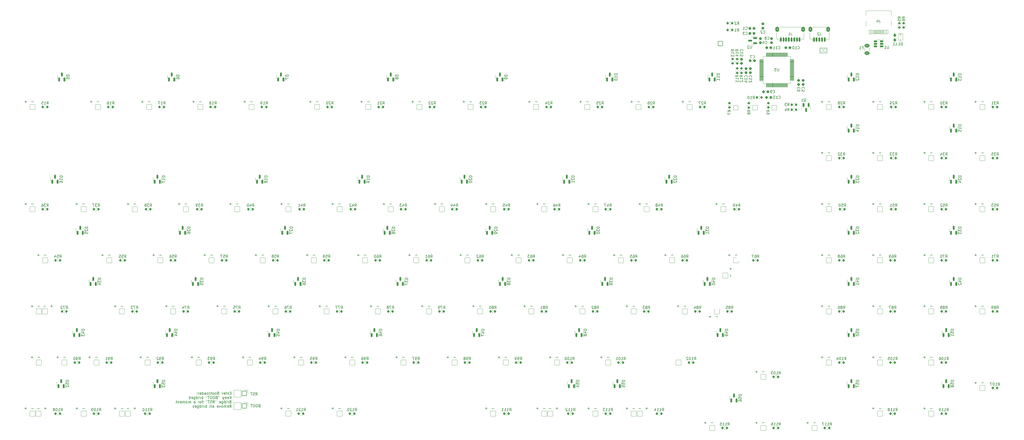
<source format=gbo>
G04 #@! TF.GenerationSoftware,KiCad,Pcbnew,(6.0.0)*
G04 #@! TF.CreationDate,2022-01-12T23:24:30+01:00*
G04 #@! TF.ProjectId,E80-1800-pcb-universal,4538302d-3138-4303-902d-7063622d756e,rev?*
G04 #@! TF.SameCoordinates,Original*
G04 #@! TF.FileFunction,Legend,Bot*
G04 #@! TF.FilePolarity,Positive*
%FSLAX46Y46*%
G04 Gerber Fmt 4.6, Leading zero omitted, Abs format (unit mm)*
G04 Created by KiCad (PCBNEW (6.0.0)) date 2022-01-12 23:24:30*
%MOMM*%
%LPD*%
G01*
G04 APERTURE LIST*
G04 Aperture macros list*
%AMRoundRect*
0 Rectangle with rounded corners*
0 $1 Rounding radius*
0 $2 $3 $4 $5 $6 $7 $8 $9 X,Y pos of 4 corners*
0 Add a 4 corners polygon primitive as box body*
4,1,4,$2,$3,$4,$5,$6,$7,$8,$9,$2,$3,0*
0 Add four circle primitives for the rounded corners*
1,1,$1+$1,$2,$3*
1,1,$1+$1,$4,$5*
1,1,$1+$1,$6,$7*
1,1,$1+$1,$8,$9*
0 Add four rect primitives between the rounded corners*
20,1,$1+$1,$2,$3,$4,$5,0*
20,1,$1+$1,$4,$5,$6,$7,0*
20,1,$1+$1,$6,$7,$8,$9,0*
20,1,$1+$1,$8,$9,$2,$3,0*%
G04 Aperture macros list end*
%ADD10C,0.150000*%
%ADD11C,0.120000*%
%ADD12C,0.300000*%
%ADD13C,0.600000*%
%ADD14C,0.010000*%
%ADD15RoundRect,0.050000X-0.850000X0.850000X-0.850000X-0.850000X0.850000X-0.850000X0.850000X0.850000X0*%
%ADD16O,1.800000X1.800000*%
%ADD17RoundRect,0.200000X0.500000X0.150000X-0.500000X0.150000X-0.500000X-0.150000X0.500000X-0.150000X0*%
%ADD18RoundRect,0.250000X0.200000X0.275000X-0.200000X0.275000X-0.200000X-0.275000X0.200000X-0.275000X0*%
%ADD19RoundRect,0.250000X-0.275000X0.200000X-0.275000X-0.200000X0.275000X-0.200000X0.275000X0.200000X0*%
%ADD20RoundRect,0.250000X0.275000X-0.200000X0.275000X0.200000X-0.275000X0.200000X-0.275000X-0.200000X0*%
%ADD21RoundRect,0.250000X-0.200000X-0.275000X0.200000X-0.275000X0.200000X0.275000X-0.200000X0.275000X0*%
%ADD22RoundRect,0.275000X-0.250000X0.225000X-0.250000X-0.225000X0.250000X-0.225000X0.250000X0.225000X0*%
%ADD23RoundRect,0.275000X0.225000X0.250000X-0.225000X0.250000X-0.225000X-0.250000X0.225000X-0.250000X0*%
%ADD24RoundRect,0.275000X0.250000X-0.225000X0.250000X0.225000X-0.250000X0.225000X-0.250000X-0.225000X0*%
%ADD25RoundRect,0.275000X-0.225000X-0.250000X0.225000X-0.250000X0.225000X0.250000X-0.225000X0.250000X0*%
%ADD26C,4.087800*%
%ADD27C,1.850000*%
%ADD28C,2.350000*%
%ADD29C,2.005000*%
%ADD30RoundRect,0.050000X-0.952500X-0.952500X0.952500X-0.952500X0.952500X0.952500X-0.952500X0.952500X0*%
%ADD31C,3.148000*%
%ADD32RoundRect,0.200000X-0.150000X0.587500X-0.150000X-0.587500X0.150000X-0.587500X0.150000X0.587500X0*%
%ADD33RoundRect,0.200000X0.150000X-0.587500X0.150000X0.587500X-0.150000X0.587500X-0.150000X-0.587500X0*%
%ADD34C,6.100000*%
%ADD35RoundRect,0.050000X-0.900000X-0.900000X0.900000X-0.900000X0.900000X0.900000X-0.900000X0.900000X0*%
%ADD36C,1.900000*%
%ADD37C,4.100000*%
%ADD38RoundRect,0.050000X0.850000X0.850000X-0.850000X0.850000X-0.850000X-0.850000X0.850000X-0.850000X0*%
%ADD39RoundRect,0.125000X-0.700000X-0.075000X0.700000X-0.075000X0.700000X0.075000X-0.700000X0.075000X0*%
%ADD40RoundRect,0.125000X-0.075000X-0.700000X0.075000X-0.700000X0.075000X0.700000X-0.075000X0.700000X0*%
%ADD41O,1.100000X1.700000*%
%ADD42C,0.750000*%
%ADD43O,1.100000X2.200000*%
%ADD44RoundRect,0.050000X-0.150000X-0.725000X0.150000X-0.725000X0.150000X0.725000X-0.150000X0.725000X0*%
%ADD45RoundRect,0.050000X-0.300000X-0.725000X0.300000X-0.725000X0.300000X0.725000X-0.300000X0.725000X0*%
%ADD46RoundRect,0.287500X0.237500X-0.287500X0.237500X0.287500X-0.237500X0.287500X-0.237500X-0.287500X0*%
%ADD47RoundRect,0.200000X0.587500X0.150000X-0.587500X0.150000X-0.587500X-0.150000X0.587500X-0.150000X0*%
%ADD48RoundRect,0.300000X0.625000X-0.375000X0.625000X0.375000X-0.625000X0.375000X-0.625000X-0.375000X0*%
%ADD49RoundRect,0.050000X0.500000X0.750000X-0.500000X0.750000X-0.500000X-0.750000X0.500000X-0.750000X0*%
%ADD50RoundRect,0.200000X-0.150000X-0.625000X0.150000X-0.625000X0.150000X0.625000X-0.150000X0.625000X0*%
%ADD51RoundRect,0.300000X-0.350000X-0.650000X0.350000X-0.650000X0.350000X0.650000X-0.350000X0.650000X0*%
%ADD52RoundRect,0.050000X-0.225000X0.300000X-0.225000X-0.300000X0.225000X-0.300000X0.225000X0.300000X0*%
G04 APERTURE END LIST*
D10*
X75251794Y-111738571D02*
X74918461Y-111738571D01*
X74775604Y-112262380D02*
X75251794Y-112262380D01*
X75251794Y-111262380D01*
X74775604Y-111262380D01*
X74347032Y-111595714D02*
X74347032Y-112262380D01*
X74347032Y-111690952D02*
X74299413Y-111643333D01*
X74204175Y-111595714D01*
X74061318Y-111595714D01*
X73966080Y-111643333D01*
X73918461Y-111738571D01*
X73918461Y-112262380D01*
X73585128Y-111595714D02*
X73204175Y-111595714D01*
X73442270Y-111262380D02*
X73442270Y-112119523D01*
X73394651Y-112214761D01*
X73299413Y-112262380D01*
X73204175Y-112262380D01*
X72489890Y-112214761D02*
X72585128Y-112262380D01*
X72775604Y-112262380D01*
X72870842Y-112214761D01*
X72918461Y-112119523D01*
X72918461Y-111738571D01*
X72870842Y-111643333D01*
X72775604Y-111595714D01*
X72585128Y-111595714D01*
X72489890Y-111643333D01*
X72442270Y-111738571D01*
X72442270Y-111833809D01*
X72918461Y-111929047D01*
X72013699Y-112262380D02*
X72013699Y-111595714D01*
X72013699Y-111786190D02*
X71966080Y-111690952D01*
X71918461Y-111643333D01*
X71823223Y-111595714D01*
X71727985Y-111595714D01*
X70299413Y-111738571D02*
X70156556Y-111786190D01*
X70108937Y-111833809D01*
X70061318Y-111929047D01*
X70061318Y-112071904D01*
X70108937Y-112167142D01*
X70156556Y-112214761D01*
X70251794Y-112262380D01*
X70632747Y-112262380D01*
X70632747Y-111262380D01*
X70299413Y-111262380D01*
X70204175Y-111310000D01*
X70156556Y-111357619D01*
X70108937Y-111452857D01*
X70108937Y-111548095D01*
X70156556Y-111643333D01*
X70204175Y-111690952D01*
X70299413Y-111738571D01*
X70632747Y-111738571D01*
X69489890Y-112262380D02*
X69585128Y-112214761D01*
X69632747Y-112167142D01*
X69680366Y-112071904D01*
X69680366Y-111786190D01*
X69632747Y-111690952D01*
X69585128Y-111643333D01*
X69489890Y-111595714D01*
X69347032Y-111595714D01*
X69251794Y-111643333D01*
X69204175Y-111690952D01*
X69156556Y-111786190D01*
X69156556Y-112071904D01*
X69204175Y-112167142D01*
X69251794Y-112214761D01*
X69347032Y-112262380D01*
X69489890Y-112262380D01*
X68585128Y-112262380D02*
X68680366Y-112214761D01*
X68727985Y-112167142D01*
X68775604Y-112071904D01*
X68775604Y-111786190D01*
X68727985Y-111690952D01*
X68680366Y-111643333D01*
X68585128Y-111595714D01*
X68442270Y-111595714D01*
X68347032Y-111643333D01*
X68299413Y-111690952D01*
X68251794Y-111786190D01*
X68251794Y-112071904D01*
X68299413Y-112167142D01*
X68347032Y-112214761D01*
X68442270Y-112262380D01*
X68585128Y-112262380D01*
X67966080Y-111595714D02*
X67585128Y-111595714D01*
X67823223Y-111262380D02*
X67823223Y-112119523D01*
X67775604Y-112214761D01*
X67680366Y-112262380D01*
X67585128Y-112262380D01*
X67108937Y-112262380D02*
X67204175Y-112214761D01*
X67251794Y-112119523D01*
X67251794Y-111262380D01*
X66585128Y-112262380D02*
X66680366Y-112214761D01*
X66727985Y-112167142D01*
X66775604Y-112071904D01*
X66775604Y-111786190D01*
X66727985Y-111690952D01*
X66680366Y-111643333D01*
X66585128Y-111595714D01*
X66442270Y-111595714D01*
X66347032Y-111643333D01*
X66299413Y-111690952D01*
X66251794Y-111786190D01*
X66251794Y-112071904D01*
X66299413Y-112167142D01*
X66347032Y-112214761D01*
X66442270Y-112262380D01*
X66585128Y-112262380D01*
X65394651Y-112262380D02*
X65394651Y-111738571D01*
X65442270Y-111643333D01*
X65537509Y-111595714D01*
X65727985Y-111595714D01*
X65823223Y-111643333D01*
X65394651Y-112214761D02*
X65489890Y-112262380D01*
X65727985Y-112262380D01*
X65823223Y-112214761D01*
X65870842Y-112119523D01*
X65870842Y-112024285D01*
X65823223Y-111929047D01*
X65727985Y-111881428D01*
X65489890Y-111881428D01*
X65394651Y-111833809D01*
X64489890Y-112262380D02*
X64489890Y-111262380D01*
X64489890Y-112214761D02*
X64585128Y-112262380D01*
X64775604Y-112262380D01*
X64870842Y-112214761D01*
X64918461Y-112167142D01*
X64966080Y-112071904D01*
X64966080Y-111786190D01*
X64918461Y-111690952D01*
X64870842Y-111643333D01*
X64775604Y-111595714D01*
X64585128Y-111595714D01*
X64489890Y-111643333D01*
X63632747Y-112214761D02*
X63727985Y-112262380D01*
X63918461Y-112262380D01*
X64013699Y-112214761D01*
X64061318Y-112119523D01*
X64061318Y-111738571D01*
X64013699Y-111643333D01*
X63918461Y-111595714D01*
X63727985Y-111595714D01*
X63632747Y-111643333D01*
X63585128Y-111738571D01*
X63585128Y-111833809D01*
X64061318Y-111929047D01*
X63156556Y-112262380D02*
X63156556Y-111595714D01*
X63156556Y-111786190D02*
X63108937Y-111690952D01*
X63061318Y-111643333D01*
X62966080Y-111595714D01*
X62870842Y-111595714D01*
X62537509Y-112167142D02*
X62489890Y-112214761D01*
X62537509Y-112262380D01*
X62585128Y-112214761D01*
X62537509Y-112167142D01*
X62537509Y-112262380D01*
X62537509Y-111643333D02*
X62489890Y-111690952D01*
X62537509Y-111738571D01*
X62585128Y-111690952D01*
X62537509Y-111643333D01*
X62537509Y-111738571D01*
X75251794Y-113872380D02*
X75251794Y-112872380D01*
X74680366Y-113872380D02*
X75108937Y-113300952D01*
X74680366Y-112872380D02*
X75251794Y-113443809D01*
X73870842Y-113824761D02*
X73966080Y-113872380D01*
X74156556Y-113872380D01*
X74251794Y-113824761D01*
X74299413Y-113729523D01*
X74299413Y-113348571D01*
X74251794Y-113253333D01*
X74156556Y-113205714D01*
X73966080Y-113205714D01*
X73870842Y-113253333D01*
X73823223Y-113348571D01*
X73823223Y-113443809D01*
X74299413Y-113539047D01*
X73013699Y-113824761D02*
X73108937Y-113872380D01*
X73299413Y-113872380D01*
X73394651Y-113824761D01*
X73442270Y-113729523D01*
X73442270Y-113348571D01*
X73394651Y-113253333D01*
X73299413Y-113205714D01*
X73108937Y-113205714D01*
X73013699Y-113253333D01*
X72966080Y-113348571D01*
X72966080Y-113443809D01*
X73442270Y-113539047D01*
X72537509Y-113205714D02*
X72537509Y-114205714D01*
X72537509Y-113253333D02*
X72442270Y-113205714D01*
X72251794Y-113205714D01*
X72156556Y-113253333D01*
X72108937Y-113300952D01*
X72061318Y-113396190D01*
X72061318Y-113681904D01*
X72108937Y-113777142D01*
X72156556Y-113824761D01*
X72251794Y-113872380D01*
X72442270Y-113872380D01*
X72537509Y-113824761D01*
X70918461Y-112872380D02*
X70918461Y-113062857D01*
X70537509Y-112872380D02*
X70537509Y-113062857D01*
X69775604Y-113348571D02*
X69632747Y-113396190D01*
X69585128Y-113443809D01*
X69537509Y-113539047D01*
X69537509Y-113681904D01*
X69585128Y-113777142D01*
X69632747Y-113824761D01*
X69727985Y-113872380D01*
X70108937Y-113872380D01*
X70108937Y-112872380D01*
X69775604Y-112872380D01*
X69680366Y-112920000D01*
X69632747Y-112967619D01*
X69585128Y-113062857D01*
X69585128Y-113158095D01*
X69632747Y-113253333D01*
X69680366Y-113300952D01*
X69775604Y-113348571D01*
X70108937Y-113348571D01*
X68918461Y-112872380D02*
X68727985Y-112872380D01*
X68632747Y-112920000D01*
X68537509Y-113015238D01*
X68489890Y-113205714D01*
X68489890Y-113539047D01*
X68537509Y-113729523D01*
X68632747Y-113824761D01*
X68727985Y-113872380D01*
X68918461Y-113872380D01*
X69013699Y-113824761D01*
X69108937Y-113729523D01*
X69156556Y-113539047D01*
X69156556Y-113205714D01*
X69108937Y-113015238D01*
X69013699Y-112920000D01*
X68918461Y-112872380D01*
X67870842Y-112872380D02*
X67680366Y-112872380D01*
X67585128Y-112920000D01*
X67489890Y-113015238D01*
X67442270Y-113205714D01*
X67442270Y-113539047D01*
X67489890Y-113729523D01*
X67585128Y-113824761D01*
X67680366Y-113872380D01*
X67870842Y-113872380D01*
X67966080Y-113824761D01*
X68061318Y-113729523D01*
X68108937Y-113539047D01*
X68108937Y-113205714D01*
X68061318Y-113015238D01*
X67966080Y-112920000D01*
X67870842Y-112872380D01*
X67156556Y-112872380D02*
X66585128Y-112872380D01*
X66870842Y-113872380D02*
X66870842Y-112872380D01*
X66299413Y-112872380D02*
X66299413Y-113062857D01*
X65918461Y-112872380D02*
X65918461Y-113062857D01*
X64727985Y-113872380D02*
X64727985Y-112872380D01*
X64727985Y-113253333D02*
X64632747Y-113205714D01*
X64442270Y-113205714D01*
X64347032Y-113253333D01*
X64299413Y-113300952D01*
X64251794Y-113396190D01*
X64251794Y-113681904D01*
X64299413Y-113777142D01*
X64347032Y-113824761D01*
X64442270Y-113872380D01*
X64632747Y-113872380D01*
X64727985Y-113824761D01*
X63823223Y-113872380D02*
X63823223Y-113205714D01*
X63823223Y-113396190D02*
X63775604Y-113300952D01*
X63727985Y-113253333D01*
X63632747Y-113205714D01*
X63537509Y-113205714D01*
X63204175Y-113872380D02*
X63204175Y-113205714D01*
X63204175Y-112872380D02*
X63251794Y-112920000D01*
X63204175Y-112967619D01*
X63156556Y-112920000D01*
X63204175Y-112872380D01*
X63204175Y-112967619D01*
X62299413Y-113872380D02*
X62299413Y-112872380D01*
X62299413Y-113824761D02*
X62394651Y-113872380D01*
X62585128Y-113872380D01*
X62680366Y-113824761D01*
X62727985Y-113777142D01*
X62775604Y-113681904D01*
X62775604Y-113396190D01*
X62727985Y-113300952D01*
X62680366Y-113253333D01*
X62585128Y-113205714D01*
X62394651Y-113205714D01*
X62299413Y-113253333D01*
X61394651Y-113205714D02*
X61394651Y-114015238D01*
X61442270Y-114110476D01*
X61489890Y-114158095D01*
X61585128Y-114205714D01*
X61727985Y-114205714D01*
X61823223Y-114158095D01*
X61394651Y-113824761D02*
X61489890Y-113872380D01*
X61680366Y-113872380D01*
X61775604Y-113824761D01*
X61823223Y-113777142D01*
X61870842Y-113681904D01*
X61870842Y-113396190D01*
X61823223Y-113300952D01*
X61775604Y-113253333D01*
X61680366Y-113205714D01*
X61489890Y-113205714D01*
X61394651Y-113253333D01*
X60537509Y-113824761D02*
X60632747Y-113872380D01*
X60823223Y-113872380D01*
X60918461Y-113824761D01*
X60966080Y-113729523D01*
X60966080Y-113348571D01*
X60918461Y-113253333D01*
X60823223Y-113205714D01*
X60632747Y-113205714D01*
X60537509Y-113253333D01*
X60489890Y-113348571D01*
X60489890Y-113443809D01*
X60966080Y-113539047D01*
X59632747Y-113872380D02*
X59632747Y-112872380D01*
X59632747Y-113824761D02*
X59727985Y-113872380D01*
X59918461Y-113872380D01*
X60013699Y-113824761D01*
X60061318Y-113777142D01*
X60108937Y-113681904D01*
X60108937Y-113396190D01*
X60061318Y-113300952D01*
X60013699Y-113253333D01*
X59918461Y-113205714D01*
X59727985Y-113205714D01*
X59632747Y-113253333D01*
X74918461Y-114958571D02*
X74775604Y-115006190D01*
X74727985Y-115053809D01*
X74680366Y-115149047D01*
X74680366Y-115291904D01*
X74727985Y-115387142D01*
X74775604Y-115434761D01*
X74870842Y-115482380D01*
X75251794Y-115482380D01*
X75251794Y-114482380D01*
X74918461Y-114482380D01*
X74823223Y-114530000D01*
X74775604Y-114577619D01*
X74727985Y-114672857D01*
X74727985Y-114768095D01*
X74775604Y-114863333D01*
X74823223Y-114910952D01*
X74918461Y-114958571D01*
X75251794Y-114958571D01*
X74251794Y-115482380D02*
X74251794Y-114815714D01*
X74251794Y-115006190D02*
X74204175Y-114910952D01*
X74156556Y-114863333D01*
X74061318Y-114815714D01*
X73966080Y-114815714D01*
X73632747Y-115482380D02*
X73632747Y-114815714D01*
X73632747Y-114482380D02*
X73680366Y-114530000D01*
X73632747Y-114577619D01*
X73585128Y-114530000D01*
X73632747Y-114482380D01*
X73632747Y-114577619D01*
X72727985Y-115482380D02*
X72727985Y-114482380D01*
X72727985Y-115434761D02*
X72823223Y-115482380D01*
X73013699Y-115482380D01*
X73108937Y-115434761D01*
X73156556Y-115387142D01*
X73204175Y-115291904D01*
X73204175Y-115006190D01*
X73156556Y-114910952D01*
X73108937Y-114863333D01*
X73013699Y-114815714D01*
X72823223Y-114815714D01*
X72727985Y-114863333D01*
X71823223Y-114815714D02*
X71823223Y-115625238D01*
X71870842Y-115720476D01*
X71918461Y-115768095D01*
X72013699Y-115815714D01*
X72156556Y-115815714D01*
X72251794Y-115768095D01*
X71823223Y-115434761D02*
X71918461Y-115482380D01*
X72108937Y-115482380D01*
X72204175Y-115434761D01*
X72251794Y-115387142D01*
X72299413Y-115291904D01*
X72299413Y-115006190D01*
X72251794Y-114910952D01*
X72204175Y-114863333D01*
X72108937Y-114815714D01*
X71918461Y-114815714D01*
X71823223Y-114863333D01*
X70966080Y-115434761D02*
X71061318Y-115482380D01*
X71251794Y-115482380D01*
X71347032Y-115434761D01*
X71394651Y-115339523D01*
X71394651Y-114958571D01*
X71347032Y-114863333D01*
X71251794Y-114815714D01*
X71061318Y-114815714D01*
X70966080Y-114863333D01*
X70918461Y-114958571D01*
X70918461Y-115053809D01*
X71394651Y-115149047D01*
X69775604Y-114482380D02*
X69775604Y-114672857D01*
X69394651Y-114482380D02*
X69394651Y-114672857D01*
X68394651Y-115482380D02*
X68727985Y-115006190D01*
X68966080Y-115482380D02*
X68966080Y-114482380D01*
X68585128Y-114482380D01*
X68489890Y-114530000D01*
X68442270Y-114577619D01*
X68394651Y-114672857D01*
X68394651Y-114815714D01*
X68442270Y-114910952D01*
X68489890Y-114958571D01*
X68585128Y-115006190D01*
X68966080Y-115006190D01*
X68013699Y-115434761D02*
X67870842Y-115482380D01*
X67632747Y-115482380D01*
X67537509Y-115434761D01*
X67489890Y-115387142D01*
X67442270Y-115291904D01*
X67442270Y-115196666D01*
X67489890Y-115101428D01*
X67537509Y-115053809D01*
X67632747Y-115006190D01*
X67823223Y-114958571D01*
X67918461Y-114910952D01*
X67966080Y-114863333D01*
X68013699Y-114768095D01*
X68013699Y-114672857D01*
X67966080Y-114577619D01*
X67918461Y-114530000D01*
X67823223Y-114482380D01*
X67585128Y-114482380D01*
X67442270Y-114530000D01*
X67156556Y-114482380D02*
X66585128Y-114482380D01*
X66870842Y-115482380D02*
X66870842Y-114482380D01*
X66299413Y-114482380D02*
X66299413Y-114672857D01*
X65918461Y-114482380D02*
X65918461Y-114672857D01*
X64870842Y-114815714D02*
X64489890Y-114815714D01*
X64727985Y-115482380D02*
X64727985Y-114625238D01*
X64680366Y-114530000D01*
X64585128Y-114482380D01*
X64489890Y-114482380D01*
X64013699Y-115482380D02*
X64108937Y-115434761D01*
X64156556Y-115387142D01*
X64204175Y-115291904D01*
X64204175Y-115006190D01*
X64156556Y-114910952D01*
X64108937Y-114863333D01*
X64013699Y-114815714D01*
X63870842Y-114815714D01*
X63775604Y-114863333D01*
X63727985Y-114910952D01*
X63680366Y-115006190D01*
X63680366Y-115291904D01*
X63727985Y-115387142D01*
X63775604Y-115434761D01*
X63870842Y-115482380D01*
X64013699Y-115482380D01*
X63251794Y-115482380D02*
X63251794Y-114815714D01*
X63251794Y-115006190D02*
X63204175Y-114910952D01*
X63156556Y-114863333D01*
X63061318Y-114815714D01*
X62966080Y-114815714D01*
X61442270Y-115482380D02*
X61442270Y-114958571D01*
X61489890Y-114863333D01*
X61585128Y-114815714D01*
X61775604Y-114815714D01*
X61870842Y-114863333D01*
X61442270Y-115434761D02*
X61537509Y-115482380D01*
X61775604Y-115482380D01*
X61870842Y-115434761D01*
X61918461Y-115339523D01*
X61918461Y-115244285D01*
X61870842Y-115149047D01*
X61775604Y-115101428D01*
X61537509Y-115101428D01*
X61442270Y-115053809D01*
X60204175Y-115482380D02*
X60204175Y-114815714D01*
X60204175Y-114910952D02*
X60156556Y-114863333D01*
X60061318Y-114815714D01*
X59918461Y-114815714D01*
X59823223Y-114863333D01*
X59775604Y-114958571D01*
X59775604Y-115482380D01*
X59775604Y-114958571D02*
X59727985Y-114863333D01*
X59632747Y-114815714D01*
X59489890Y-114815714D01*
X59394651Y-114863333D01*
X59347032Y-114958571D01*
X59347032Y-115482380D01*
X58727985Y-115482380D02*
X58823223Y-115434761D01*
X58870842Y-115387142D01*
X58918461Y-115291904D01*
X58918461Y-115006190D01*
X58870842Y-114910952D01*
X58823223Y-114863333D01*
X58727985Y-114815714D01*
X58585128Y-114815714D01*
X58489890Y-114863333D01*
X58442270Y-114910952D01*
X58394651Y-115006190D01*
X58394651Y-115291904D01*
X58442270Y-115387142D01*
X58489890Y-115434761D01*
X58585128Y-115482380D01*
X58727985Y-115482380D01*
X57966080Y-115482380D02*
X57966080Y-114815714D01*
X57966080Y-114910952D02*
X57918461Y-114863333D01*
X57823223Y-114815714D01*
X57680366Y-114815714D01*
X57585128Y-114863333D01*
X57537509Y-114958571D01*
X57537509Y-115482380D01*
X57537509Y-114958571D02*
X57489890Y-114863333D01*
X57394651Y-114815714D01*
X57251794Y-114815714D01*
X57156556Y-114863333D01*
X57108937Y-114958571D01*
X57108937Y-115482380D01*
X56251794Y-115434761D02*
X56347032Y-115482380D01*
X56537509Y-115482380D01*
X56632747Y-115434761D01*
X56680366Y-115339523D01*
X56680366Y-114958571D01*
X56632747Y-114863333D01*
X56537509Y-114815714D01*
X56347032Y-114815714D01*
X56251794Y-114863333D01*
X56204175Y-114958571D01*
X56204175Y-115053809D01*
X56680366Y-115149047D01*
X55775604Y-114815714D02*
X55775604Y-115482380D01*
X55775604Y-114910952D02*
X55727985Y-114863333D01*
X55632747Y-114815714D01*
X55489890Y-114815714D01*
X55394651Y-114863333D01*
X55347032Y-114958571D01*
X55347032Y-115482380D01*
X55013699Y-114815714D02*
X54632747Y-114815714D01*
X54870842Y-114482380D02*
X54870842Y-115339523D01*
X54823223Y-115434761D01*
X54727985Y-115482380D01*
X54632747Y-115482380D01*
X74680366Y-117092380D02*
X75013699Y-116616190D01*
X75251794Y-117092380D02*
X75251794Y-116092380D01*
X74870842Y-116092380D01*
X74775604Y-116140000D01*
X74727985Y-116187619D01*
X74680366Y-116282857D01*
X74680366Y-116425714D01*
X74727985Y-116520952D01*
X74775604Y-116568571D01*
X74870842Y-116616190D01*
X75251794Y-116616190D01*
X73870842Y-117044761D02*
X73966080Y-117092380D01*
X74156556Y-117092380D01*
X74251794Y-117044761D01*
X74299413Y-116949523D01*
X74299413Y-116568571D01*
X74251794Y-116473333D01*
X74156556Y-116425714D01*
X73966080Y-116425714D01*
X73870842Y-116473333D01*
X73823223Y-116568571D01*
X73823223Y-116663809D01*
X74299413Y-116759047D01*
X73394651Y-117092380D02*
X73394651Y-116425714D01*
X73394651Y-116520952D02*
X73347032Y-116473333D01*
X73251794Y-116425714D01*
X73108937Y-116425714D01*
X73013699Y-116473333D01*
X72966080Y-116568571D01*
X72966080Y-117092380D01*
X72966080Y-116568571D02*
X72918461Y-116473333D01*
X72823223Y-116425714D01*
X72680366Y-116425714D01*
X72585128Y-116473333D01*
X72537509Y-116568571D01*
X72537509Y-117092380D01*
X71918461Y-117092380D02*
X72013699Y-117044761D01*
X72061318Y-116997142D01*
X72108937Y-116901904D01*
X72108937Y-116616190D01*
X72061318Y-116520952D01*
X72013699Y-116473333D01*
X71918461Y-116425714D01*
X71775604Y-116425714D01*
X71680366Y-116473333D01*
X71632747Y-116520952D01*
X71585128Y-116616190D01*
X71585128Y-116901904D01*
X71632747Y-116997142D01*
X71680366Y-117044761D01*
X71775604Y-117092380D01*
X71918461Y-117092380D01*
X71251794Y-116425714D02*
X71013699Y-117092380D01*
X70775604Y-116425714D01*
X70013699Y-117044761D02*
X70108937Y-117092380D01*
X70299413Y-117092380D01*
X70394651Y-117044761D01*
X70442270Y-116949523D01*
X70442270Y-116568571D01*
X70394651Y-116473333D01*
X70299413Y-116425714D01*
X70108937Y-116425714D01*
X70013699Y-116473333D01*
X69966080Y-116568571D01*
X69966080Y-116663809D01*
X70442270Y-116759047D01*
X68347032Y-117092380D02*
X68347032Y-116568571D01*
X68394651Y-116473333D01*
X68489890Y-116425714D01*
X68680366Y-116425714D01*
X68775604Y-116473333D01*
X68347032Y-117044761D02*
X68442270Y-117092380D01*
X68680366Y-117092380D01*
X68775604Y-117044761D01*
X68823223Y-116949523D01*
X68823223Y-116854285D01*
X68775604Y-116759047D01*
X68680366Y-116711428D01*
X68442270Y-116711428D01*
X68347032Y-116663809D01*
X67727985Y-117092380D02*
X67823223Y-117044761D01*
X67870842Y-116949523D01*
X67870842Y-116092380D01*
X67204175Y-117092380D02*
X67299413Y-117044761D01*
X67347032Y-116949523D01*
X67347032Y-116092380D01*
X66061318Y-117092380D02*
X66061318Y-116092380D01*
X66061318Y-116473333D02*
X65966080Y-116425714D01*
X65775604Y-116425714D01*
X65680366Y-116473333D01*
X65632747Y-116520952D01*
X65585128Y-116616190D01*
X65585128Y-116901904D01*
X65632747Y-116997142D01*
X65680366Y-117044761D01*
X65775604Y-117092380D01*
X65966080Y-117092380D01*
X66061318Y-117044761D01*
X65156556Y-117092380D02*
X65156556Y-116425714D01*
X65156556Y-116616190D02*
X65108937Y-116520952D01*
X65061318Y-116473333D01*
X64966080Y-116425714D01*
X64870842Y-116425714D01*
X64537509Y-117092380D02*
X64537509Y-116425714D01*
X64537509Y-116092380D02*
X64585128Y-116140000D01*
X64537509Y-116187619D01*
X64489890Y-116140000D01*
X64537509Y-116092380D01*
X64537509Y-116187619D01*
X63632747Y-117092380D02*
X63632747Y-116092380D01*
X63632747Y-117044761D02*
X63727985Y-117092380D01*
X63918461Y-117092380D01*
X64013699Y-117044761D01*
X64061318Y-116997142D01*
X64108937Y-116901904D01*
X64108937Y-116616190D01*
X64061318Y-116520952D01*
X64013699Y-116473333D01*
X63918461Y-116425714D01*
X63727985Y-116425714D01*
X63632747Y-116473333D01*
X62727985Y-116425714D02*
X62727985Y-117235238D01*
X62775604Y-117330476D01*
X62823223Y-117378095D01*
X62918461Y-117425714D01*
X63061318Y-117425714D01*
X63156556Y-117378095D01*
X62727985Y-117044761D02*
X62823223Y-117092380D01*
X63013699Y-117092380D01*
X63108937Y-117044761D01*
X63156556Y-116997142D01*
X63204175Y-116901904D01*
X63204175Y-116616190D01*
X63156556Y-116520952D01*
X63108937Y-116473333D01*
X63013699Y-116425714D01*
X62823223Y-116425714D01*
X62727985Y-116473333D01*
X61870842Y-117044761D02*
X61966080Y-117092380D01*
X62156556Y-117092380D01*
X62251794Y-117044761D01*
X62299413Y-116949523D01*
X62299413Y-116568571D01*
X62251794Y-116473333D01*
X62156556Y-116425714D01*
X61966080Y-116425714D01*
X61870842Y-116473333D01*
X61823223Y-116568571D01*
X61823223Y-116663809D01*
X62299413Y-116759047D01*
X61442270Y-117044761D02*
X61347032Y-117092380D01*
X61156556Y-117092380D01*
X61061318Y-117044761D01*
X61013699Y-116949523D01*
X61013699Y-116901904D01*
X61061318Y-116806666D01*
X61156556Y-116759047D01*
X61299413Y-116759047D01*
X61394651Y-116711428D01*
X61442270Y-116616190D01*
X61442270Y-116568571D01*
X61394651Y-116473333D01*
X61299413Y-116425714D01*
X61156556Y-116425714D01*
X61061318Y-116473333D01*
X85696570Y-116430071D02*
X85553713Y-116477690D01*
X85506094Y-116525309D01*
X85458475Y-116620547D01*
X85458475Y-116763404D01*
X85506094Y-116858642D01*
X85553713Y-116906261D01*
X85648951Y-116953880D01*
X86029904Y-116953880D01*
X86029904Y-115953880D01*
X85696570Y-115953880D01*
X85601332Y-116001500D01*
X85553713Y-116049119D01*
X85506094Y-116144357D01*
X85506094Y-116239595D01*
X85553713Y-116334833D01*
X85601332Y-116382452D01*
X85696570Y-116430071D01*
X86029904Y-116430071D01*
X84839428Y-115953880D02*
X84648951Y-115953880D01*
X84553713Y-116001500D01*
X84458475Y-116096738D01*
X84410856Y-116287214D01*
X84410856Y-116620547D01*
X84458475Y-116811023D01*
X84553713Y-116906261D01*
X84648951Y-116953880D01*
X84839428Y-116953880D01*
X84934666Y-116906261D01*
X85029904Y-116811023D01*
X85077523Y-116620547D01*
X85077523Y-116287214D01*
X85029904Y-116096738D01*
X84934666Y-116001500D01*
X84839428Y-115953880D01*
X83791808Y-115953880D02*
X83601332Y-115953880D01*
X83506094Y-116001500D01*
X83410856Y-116096738D01*
X83363237Y-116287214D01*
X83363237Y-116620547D01*
X83410856Y-116811023D01*
X83506094Y-116906261D01*
X83601332Y-116953880D01*
X83791808Y-116953880D01*
X83887047Y-116906261D01*
X83982285Y-116811023D01*
X84029904Y-116620547D01*
X84029904Y-116287214D01*
X83982285Y-116096738D01*
X83887047Y-116001500D01*
X83791808Y-115953880D01*
X83077523Y-115953880D02*
X82506094Y-115953880D01*
X82791808Y-116953880D02*
X82791808Y-115953880D01*
X84315619Y-112534372D02*
X84648952Y-112058182D01*
X84887047Y-112534372D02*
X84887047Y-111534372D01*
X84506095Y-111534372D01*
X84410857Y-111581992D01*
X84363238Y-111629611D01*
X84315619Y-111724849D01*
X84315619Y-111867706D01*
X84363238Y-111962944D01*
X84410857Y-112010563D01*
X84506095Y-112058182D01*
X84887047Y-112058182D01*
X83934666Y-112486753D02*
X83791809Y-112534372D01*
X83553714Y-112534372D01*
X83458476Y-112486753D01*
X83410857Y-112439134D01*
X83363238Y-112343896D01*
X83363238Y-112248658D01*
X83410857Y-112153420D01*
X83458476Y-112105801D01*
X83553714Y-112058182D01*
X83744190Y-112010563D01*
X83839428Y-111962944D01*
X83887047Y-111915325D01*
X83934666Y-111820087D01*
X83934666Y-111724849D01*
X83887047Y-111629611D01*
X83839428Y-111581992D01*
X83744190Y-111534372D01*
X83506095Y-111534372D01*
X83363238Y-111581992D01*
X83077523Y-111534372D02*
X82506095Y-111534372D01*
X82791809Y-112534372D02*
X82791809Y-111534372D01*
X319997096Y17667219D02*
X319997096Y16857695D01*
X319949477Y16762457D01*
X319901858Y16714838D01*
X319806620Y16667219D01*
X319616144Y16667219D01*
X319520906Y16714838D01*
X319473287Y16762457D01*
X319425668Y16857695D01*
X319425668Y17667219D01*
X318425668Y16667219D02*
X318997096Y16667219D01*
X318711382Y16667219D02*
X318711382Y17667219D01*
X318806620Y17524361D01*
X318901858Y17429123D01*
X318997096Y17381504D01*
X102322597Y-118402700D02*
X102655930Y-117926510D01*
X102894026Y-118402700D02*
X102894026Y-117402700D01*
X102513073Y-117402700D01*
X102417835Y-117450320D01*
X102370216Y-117497939D01*
X102322597Y-117593177D01*
X102322597Y-117736034D01*
X102370216Y-117831272D01*
X102417835Y-117878891D01*
X102513073Y-117926510D01*
X102894026Y-117926510D01*
X101370216Y-118402700D02*
X101941645Y-118402700D01*
X101655930Y-118402700D02*
X101655930Y-117402700D01*
X101751169Y-117545558D01*
X101846407Y-117640796D01*
X101941645Y-117688415D01*
X100989264Y-117497939D02*
X100941645Y-117450320D01*
X100846407Y-117402700D01*
X100608311Y-117402700D01*
X100513073Y-117450320D01*
X100465454Y-117497939D01*
X100417835Y-117593177D01*
X100417835Y-117688415D01*
X100465454Y-117831272D01*
X101036883Y-118402700D01*
X100417835Y-118402700D01*
X99465454Y-118402700D02*
X100036883Y-118402700D01*
X99751169Y-118402700D02*
X99751169Y-117402700D01*
X99846407Y-117545558D01*
X99941645Y-117640796D01*
X100036883Y-117688415D01*
X121372677Y-118402700D02*
X121706010Y-117926510D01*
X121944106Y-118402700D02*
X121944106Y-117402700D01*
X121563153Y-117402700D01*
X121467915Y-117450320D01*
X121420296Y-117497939D01*
X121372677Y-117593177D01*
X121372677Y-117736034D01*
X121420296Y-117831272D01*
X121467915Y-117878891D01*
X121563153Y-117926510D01*
X121944106Y-117926510D01*
X120420296Y-118402700D02*
X120991725Y-118402700D01*
X120706010Y-118402700D02*
X120706010Y-117402700D01*
X120801249Y-117545558D01*
X120896487Y-117640796D01*
X120991725Y-117688415D01*
X120039344Y-117497939D02*
X119991725Y-117450320D01*
X119896487Y-117402700D01*
X119658391Y-117402700D01*
X119563153Y-117450320D01*
X119515534Y-117497939D01*
X119467915Y-117593177D01*
X119467915Y-117688415D01*
X119515534Y-117831272D01*
X120086963Y-118402700D01*
X119467915Y-118402700D01*
X118848868Y-117402700D02*
X118753630Y-117402700D01*
X118658391Y-117450320D01*
X118610772Y-117497939D01*
X118563153Y-117593177D01*
X118515534Y-117783653D01*
X118515534Y-118021748D01*
X118563153Y-118212224D01*
X118610772Y-118307462D01*
X118658391Y-118355081D01*
X118753630Y-118402700D01*
X118848868Y-118402700D01*
X118944106Y-118355081D01*
X118991725Y-118307462D01*
X119039344Y-118212224D01*
X119086963Y-118021748D01*
X119086963Y-117783653D01*
X119039344Y-117593177D01*
X118991725Y-117497939D01*
X118944106Y-117450320D01*
X118848868Y-117402700D01*
X341638247Y-118402860D02*
X341971580Y-117926670D01*
X342209676Y-118402860D02*
X342209676Y-117402860D01*
X341828723Y-117402860D01*
X341733485Y-117450480D01*
X341685866Y-117498099D01*
X341638247Y-117593337D01*
X341638247Y-117736194D01*
X341685866Y-117831432D01*
X341733485Y-117879051D01*
X341828723Y-117926670D01*
X342209676Y-117926670D01*
X340685866Y-118402860D02*
X341257295Y-118402860D01*
X340971580Y-118402860D02*
X340971580Y-117402860D01*
X341066819Y-117545718D01*
X341162057Y-117640956D01*
X341257295Y-117688575D01*
X339733485Y-118402860D02*
X340304914Y-118402860D01*
X340019200Y-118402860D02*
X340019200Y-117402860D01*
X340114438Y-117545718D01*
X340209676Y-117640956D01*
X340304914Y-117688575D01*
X339257295Y-118402860D02*
X339066819Y-118402860D01*
X338971580Y-118355241D01*
X338923961Y-118307622D01*
X338828723Y-118164765D01*
X338781104Y-117974289D01*
X338781104Y-117593337D01*
X338828723Y-117498099D01*
X338876342Y-117450480D01*
X338971580Y-117402860D01*
X339162057Y-117402860D01*
X339257295Y-117450480D01*
X339304914Y-117498099D01*
X339352533Y-117593337D01*
X339352533Y-117831432D01*
X339304914Y-117926670D01*
X339257295Y-117974289D01*
X339162057Y-118021908D01*
X338971580Y-118021908D01*
X338876342Y-117974289D01*
X338828723Y-117926670D01*
X338781104Y-117831432D01*
X322588167Y-118402860D02*
X322921500Y-117926670D01*
X323159596Y-118402860D02*
X323159596Y-117402860D01*
X322778643Y-117402860D01*
X322683405Y-117450480D01*
X322635786Y-117498099D01*
X322588167Y-117593337D01*
X322588167Y-117736194D01*
X322635786Y-117831432D01*
X322683405Y-117879051D01*
X322778643Y-117926670D01*
X323159596Y-117926670D01*
X321635786Y-118402860D02*
X322207215Y-118402860D01*
X321921500Y-118402860D02*
X321921500Y-117402860D01*
X322016739Y-117545718D01*
X322111977Y-117640956D01*
X322207215Y-117688575D01*
X320683405Y-118402860D02*
X321254834Y-118402860D01*
X320969120Y-118402860D02*
X320969120Y-117402860D01*
X321064358Y-117545718D01*
X321159596Y-117640956D01*
X321254834Y-117688575D01*
X320111977Y-117831432D02*
X320207215Y-117783813D01*
X320254834Y-117736194D01*
X320302453Y-117640956D01*
X320302453Y-117593337D01*
X320254834Y-117498099D01*
X320207215Y-117450480D01*
X320111977Y-117402860D01*
X319921500Y-117402860D01*
X319826262Y-117450480D01*
X319778643Y-117498099D01*
X319731024Y-117593337D01*
X319731024Y-117640956D01*
X319778643Y-117736194D01*
X319826262Y-117783813D01*
X319921500Y-117831432D01*
X320111977Y-117831432D01*
X320207215Y-117879051D01*
X320254834Y-117926670D01*
X320302453Y-118021908D01*
X320302453Y-118212384D01*
X320254834Y-118307622D01*
X320207215Y-118355241D01*
X320111977Y-118402860D01*
X319921500Y-118402860D01*
X319826262Y-118355241D01*
X319778643Y-118307622D01*
X319731024Y-118212384D01*
X319731024Y-118021908D01*
X319778643Y-117926670D01*
X319826262Y-117879051D01*
X319921500Y-117831432D01*
X298180382Y-123760293D02*
X298513715Y-123284103D01*
X298751811Y-123760293D02*
X298751811Y-122760293D01*
X298370858Y-122760293D01*
X298275620Y-122807913D01*
X298228001Y-122855532D01*
X298180382Y-122950770D01*
X298180382Y-123093627D01*
X298228001Y-123188865D01*
X298275620Y-123236484D01*
X298370858Y-123284103D01*
X298751811Y-123284103D01*
X297228001Y-123760293D02*
X297799430Y-123760293D01*
X297513715Y-123760293D02*
X297513715Y-122760293D01*
X297608954Y-122903151D01*
X297704192Y-122998389D01*
X297799430Y-123046008D01*
X296275620Y-123760293D02*
X296847049Y-123760293D01*
X296561335Y-123760293D02*
X296561335Y-122760293D01*
X296656573Y-122903151D01*
X296751811Y-122998389D01*
X296847049Y-123046008D01*
X295942287Y-122760293D02*
X295275620Y-122760293D01*
X295704192Y-123760293D01*
X279130302Y-123760293D02*
X279463635Y-123284103D01*
X279701731Y-123760293D02*
X279701731Y-122760293D01*
X279320778Y-122760293D01*
X279225540Y-122807913D01*
X279177921Y-122855532D01*
X279130302Y-122950770D01*
X279130302Y-123093627D01*
X279177921Y-123188865D01*
X279225540Y-123236484D01*
X279320778Y-123284103D01*
X279701731Y-123284103D01*
X278177921Y-123760293D02*
X278749350Y-123760293D01*
X278463635Y-123760293D02*
X278463635Y-122760293D01*
X278558874Y-122903151D01*
X278654112Y-122998389D01*
X278749350Y-123046008D01*
X277225540Y-123760293D02*
X277796969Y-123760293D01*
X277511255Y-123760293D02*
X277511255Y-122760293D01*
X277606493Y-122903151D01*
X277701731Y-122998389D01*
X277796969Y-123046008D01*
X276368397Y-122760293D02*
X276558874Y-122760293D01*
X276654112Y-122807913D01*
X276701731Y-122855532D01*
X276796969Y-122998389D01*
X276844588Y-123188865D01*
X276844588Y-123569817D01*
X276796969Y-123665055D01*
X276749350Y-123712674D01*
X276654112Y-123760293D01*
X276463635Y-123760293D01*
X276368397Y-123712674D01*
X276320778Y-123665055D01*
X276273159Y-123569817D01*
X276273159Y-123331722D01*
X276320778Y-123236484D01*
X276368397Y-123188865D01*
X276463635Y-123141246D01*
X276654112Y-123141246D01*
X276749350Y-123188865D01*
X276796969Y-123236484D01*
X276844588Y-123331722D01*
X260080222Y-123760293D02*
X260413555Y-123284103D01*
X260651651Y-123760293D02*
X260651651Y-122760293D01*
X260270698Y-122760293D01*
X260175460Y-122807913D01*
X260127841Y-122855532D01*
X260080222Y-122950770D01*
X260080222Y-123093627D01*
X260127841Y-123188865D01*
X260175460Y-123236484D01*
X260270698Y-123284103D01*
X260651651Y-123284103D01*
X259127841Y-123760293D02*
X259699270Y-123760293D01*
X259413555Y-123760293D02*
X259413555Y-122760293D01*
X259508794Y-122903151D01*
X259604032Y-122998389D01*
X259699270Y-123046008D01*
X258175460Y-123760293D02*
X258746889Y-123760293D01*
X258461175Y-123760293D02*
X258461175Y-122760293D01*
X258556413Y-122903151D01*
X258651651Y-122998389D01*
X258746889Y-123046008D01*
X257270698Y-122760293D02*
X257746889Y-122760293D01*
X257794508Y-123236484D01*
X257746889Y-123188865D01*
X257651651Y-123141246D01*
X257413555Y-123141246D01*
X257318317Y-123188865D01*
X257270698Y-123236484D01*
X257223079Y-123331722D01*
X257223079Y-123569817D01*
X257270698Y-123665055D01*
X257318317Y-123712674D01*
X257413555Y-123760293D01*
X257651651Y-123760293D01*
X257746889Y-123712674D01*
X257794508Y-123665055D01*
X235673157Y-118402700D02*
X236006490Y-117926510D01*
X236244586Y-118402700D02*
X236244586Y-117402700D01*
X235863633Y-117402700D01*
X235768395Y-117450320D01*
X235720776Y-117497939D01*
X235673157Y-117593177D01*
X235673157Y-117736034D01*
X235720776Y-117831272D01*
X235768395Y-117878891D01*
X235863633Y-117926510D01*
X236244586Y-117926510D01*
X234720776Y-118402700D02*
X235292205Y-118402700D01*
X235006490Y-118402700D02*
X235006490Y-117402700D01*
X235101729Y-117545558D01*
X235196967Y-117640796D01*
X235292205Y-117688415D01*
X233768395Y-118402700D02*
X234339824Y-118402700D01*
X234054110Y-118402700D02*
X234054110Y-117402700D01*
X234149348Y-117545558D01*
X234244586Y-117640796D01*
X234339824Y-117688415D01*
X232911252Y-117736034D02*
X232911252Y-118402700D01*
X233149348Y-117355081D02*
X233387443Y-118069367D01*
X232768395Y-118069367D01*
X216623077Y-118402700D02*
X216956410Y-117926510D01*
X217194506Y-118402700D02*
X217194506Y-117402700D01*
X216813553Y-117402700D01*
X216718315Y-117450320D01*
X216670696Y-117497939D01*
X216623077Y-117593177D01*
X216623077Y-117736034D01*
X216670696Y-117831272D01*
X216718315Y-117878891D01*
X216813553Y-117926510D01*
X217194506Y-117926510D01*
X215670696Y-118402700D02*
X216242125Y-118402700D01*
X215956410Y-118402700D02*
X215956410Y-117402700D01*
X216051649Y-117545558D01*
X216146887Y-117640796D01*
X216242125Y-117688415D01*
X214718315Y-118402700D02*
X215289744Y-118402700D01*
X215004030Y-118402700D02*
X215004030Y-117402700D01*
X215099268Y-117545558D01*
X215194506Y-117640796D01*
X215289744Y-117688415D01*
X214384982Y-117402700D02*
X213765934Y-117402700D01*
X214099268Y-117783653D01*
X213956410Y-117783653D01*
X213861172Y-117831272D01*
X213813553Y-117878891D01*
X213765934Y-117974129D01*
X213765934Y-118212224D01*
X213813553Y-118307462D01*
X213861172Y-118355081D01*
X213956410Y-118402700D01*
X214242125Y-118402700D01*
X214337363Y-118355081D01*
X214384982Y-118307462D01*
X202651147Y-118402700D02*
X202984480Y-117926510D01*
X203222576Y-118402700D02*
X203222576Y-117402700D01*
X202841623Y-117402700D01*
X202746385Y-117450320D01*
X202698766Y-117497939D01*
X202651147Y-117593177D01*
X202651147Y-117736034D01*
X202698766Y-117831272D01*
X202746385Y-117878891D01*
X202841623Y-117926510D01*
X203222576Y-117926510D01*
X201698766Y-118402700D02*
X202270195Y-118402700D01*
X201984480Y-118402700D02*
X201984480Y-117402700D01*
X202079719Y-117545558D01*
X202174957Y-117640796D01*
X202270195Y-117688415D01*
X200746385Y-118402700D02*
X201317814Y-118402700D01*
X201032100Y-118402700D02*
X201032100Y-117402700D01*
X201127338Y-117545558D01*
X201222576Y-117640796D01*
X201317814Y-117688415D01*
X200365433Y-117497939D02*
X200317814Y-117450320D01*
X200222576Y-117402700D01*
X199984480Y-117402700D01*
X199889242Y-117450320D01*
X199841623Y-117497939D01*
X199794004Y-117593177D01*
X199794004Y-117688415D01*
X199841623Y-117831272D01*
X200413052Y-118402700D01*
X199794004Y-118402700D01*
X178838547Y-118402700D02*
X179171880Y-117926510D01*
X179409976Y-118402700D02*
X179409976Y-117402700D01*
X179029023Y-117402700D01*
X178933785Y-117450320D01*
X178886166Y-117497939D01*
X178838547Y-117593177D01*
X178838547Y-117736034D01*
X178886166Y-117831272D01*
X178933785Y-117878891D01*
X179029023Y-117926510D01*
X179409976Y-117926510D01*
X177886166Y-118402700D02*
X178457595Y-118402700D01*
X178171880Y-118402700D02*
X178171880Y-117402700D01*
X178267119Y-117545558D01*
X178362357Y-117640796D01*
X178457595Y-117688415D01*
X176933785Y-118402700D02*
X177505214Y-118402700D01*
X177219500Y-118402700D02*
X177219500Y-117402700D01*
X177314738Y-117545558D01*
X177409976Y-117640796D01*
X177505214Y-117688415D01*
X175981404Y-118402700D02*
X176552833Y-118402700D01*
X176267119Y-118402700D02*
X176267119Y-117402700D01*
X176362357Y-117545558D01*
X176457595Y-117640796D01*
X176552833Y-117688415D01*
X45172357Y-118402700D02*
X45505690Y-117926510D01*
X45743786Y-118402700D02*
X45743786Y-117402700D01*
X45362833Y-117402700D01*
X45267595Y-117450320D01*
X45219976Y-117497939D01*
X45172357Y-117593177D01*
X45172357Y-117736034D01*
X45219976Y-117831272D01*
X45267595Y-117878891D01*
X45362833Y-117926510D01*
X45743786Y-117926510D01*
X44219976Y-118402700D02*
X44791405Y-118402700D01*
X44505690Y-118402700D02*
X44505690Y-117402700D01*
X44600929Y-117545558D01*
X44696167Y-117640796D01*
X44791405Y-117688415D01*
X43267595Y-118402700D02*
X43839024Y-118402700D01*
X43553310Y-118402700D02*
X43553310Y-117402700D01*
X43648548Y-117545558D01*
X43743786Y-117640796D01*
X43839024Y-117688415D01*
X42648548Y-117402700D02*
X42553310Y-117402700D01*
X42458071Y-117450320D01*
X42410452Y-117497939D01*
X42362833Y-117593177D01*
X42315214Y-117783653D01*
X42315214Y-118021748D01*
X42362833Y-118212224D01*
X42410452Y-118307462D01*
X42458071Y-118355081D01*
X42553310Y-118402700D01*
X42648548Y-118402700D01*
X42743786Y-118355081D01*
X42791405Y-118307462D01*
X42839024Y-118212224D01*
X42886643Y-118021748D01*
X42886643Y-117783653D01*
X42839024Y-117593177D01*
X42791405Y-117497939D01*
X42743786Y-117450320D01*
X42648548Y-117402700D01*
X26122277Y-118402700D02*
X26455610Y-117926510D01*
X26693706Y-118402700D02*
X26693706Y-117402700D01*
X26312753Y-117402700D01*
X26217515Y-117450320D01*
X26169896Y-117497939D01*
X26122277Y-117593177D01*
X26122277Y-117736034D01*
X26169896Y-117831272D01*
X26217515Y-117878891D01*
X26312753Y-117926510D01*
X26693706Y-117926510D01*
X25169896Y-118402700D02*
X25741325Y-118402700D01*
X25455610Y-118402700D02*
X25455610Y-117402700D01*
X25550849Y-117545558D01*
X25646087Y-117640796D01*
X25741325Y-117688415D01*
X24550849Y-117402700D02*
X24455610Y-117402700D01*
X24360372Y-117450320D01*
X24312753Y-117497939D01*
X24265134Y-117593177D01*
X24217515Y-117783653D01*
X24217515Y-118021748D01*
X24265134Y-118212224D01*
X24312753Y-118307462D01*
X24360372Y-118355081D01*
X24455610Y-118402700D01*
X24550849Y-118402700D01*
X24646087Y-118355081D01*
X24693706Y-118307462D01*
X24741325Y-118212224D01*
X24788944Y-118021748D01*
X24788944Y-117783653D01*
X24741325Y-117593177D01*
X24693706Y-117497939D01*
X24646087Y-117450320D01*
X24550849Y-117402700D01*
X23741325Y-118402700D02*
X23550849Y-118402700D01*
X23455610Y-118355081D01*
X23407991Y-118307462D01*
X23312753Y-118164605D01*
X23265134Y-117974129D01*
X23265134Y-117593177D01*
X23312753Y-117497939D01*
X23360372Y-117450320D01*
X23455610Y-117402700D01*
X23646087Y-117402700D01*
X23741325Y-117450320D01*
X23788944Y-117497939D01*
X23836563Y-117593177D01*
X23836563Y-117831272D01*
X23788944Y-117926510D01*
X23741325Y-117974129D01*
X23646087Y-118021748D01*
X23455610Y-118021748D01*
X23360372Y-117974129D01*
X23312753Y-117926510D01*
X23265134Y-117831272D01*
X11834717Y-118402700D02*
X12168050Y-117926510D01*
X12406146Y-118402700D02*
X12406146Y-117402700D01*
X12025193Y-117402700D01*
X11929955Y-117450320D01*
X11882336Y-117497939D01*
X11834717Y-117593177D01*
X11834717Y-117736034D01*
X11882336Y-117831272D01*
X11929955Y-117878891D01*
X12025193Y-117926510D01*
X12406146Y-117926510D01*
X10882336Y-118402700D02*
X11453765Y-118402700D01*
X11168050Y-118402700D02*
X11168050Y-117402700D01*
X11263289Y-117545558D01*
X11358527Y-117640796D01*
X11453765Y-117688415D01*
X10263289Y-117402700D02*
X10168050Y-117402700D01*
X10072812Y-117450320D01*
X10025193Y-117497939D01*
X9977574Y-117593177D01*
X9929955Y-117783653D01*
X9929955Y-118021748D01*
X9977574Y-118212224D01*
X10025193Y-118307462D01*
X10072812Y-118355081D01*
X10168050Y-118402700D01*
X10263289Y-118402700D01*
X10358527Y-118355081D01*
X10406146Y-118307462D01*
X10453765Y-118212224D01*
X10501384Y-118021748D01*
X10501384Y-117783653D01*
X10453765Y-117593177D01*
X10406146Y-117497939D01*
X10358527Y-117450320D01*
X10263289Y-117402700D01*
X9358527Y-117831272D02*
X9453765Y-117783653D01*
X9501384Y-117736034D01*
X9549003Y-117640796D01*
X9549003Y-117593177D01*
X9501384Y-117497939D01*
X9453765Y-117450320D01*
X9358527Y-117402700D01*
X9168050Y-117402700D01*
X9072812Y-117450320D01*
X9025193Y-117497939D01*
X8977574Y-117593177D01*
X8977574Y-117640796D01*
X9025193Y-117736034D01*
X9072812Y-117783653D01*
X9168050Y-117831272D01*
X9358527Y-117831272D01*
X9453765Y-117878891D01*
X9501384Y-117926510D01*
X9549003Y-118021748D01*
X9549003Y-118212224D01*
X9501384Y-118307462D01*
X9453765Y-118355081D01*
X9358527Y-118402700D01*
X9168050Y-118402700D01*
X9072812Y-118355081D01*
X9025193Y-118307462D01*
X8977574Y-118212224D01*
X8977574Y-118021748D01*
X9025193Y-117926510D01*
X9072812Y-117878891D01*
X9168050Y-117831272D01*
X360688327Y-108877820D02*
X361021660Y-108401630D01*
X361259756Y-108877820D02*
X361259756Y-107877820D01*
X360878803Y-107877820D01*
X360783565Y-107925440D01*
X360735946Y-107973059D01*
X360688327Y-108068297D01*
X360688327Y-108211154D01*
X360735946Y-108306392D01*
X360783565Y-108354011D01*
X360878803Y-108401630D01*
X361259756Y-108401630D01*
X359735946Y-108877820D02*
X360307375Y-108877820D01*
X360021660Y-108877820D02*
X360021660Y-107877820D01*
X360116899Y-108020678D01*
X360212137Y-108115916D01*
X360307375Y-108163535D01*
X359116899Y-107877820D02*
X359021660Y-107877820D01*
X358926422Y-107925440D01*
X358878803Y-107973059D01*
X358831184Y-108068297D01*
X358783565Y-108258773D01*
X358783565Y-108496868D01*
X358831184Y-108687344D01*
X358878803Y-108782582D01*
X358926422Y-108830201D01*
X359021660Y-108877820D01*
X359116899Y-108877820D01*
X359212137Y-108830201D01*
X359259756Y-108782582D01*
X359307375Y-108687344D01*
X359354994Y-108496868D01*
X359354994Y-108258773D01*
X359307375Y-108068297D01*
X359259756Y-107973059D01*
X359212137Y-107925440D01*
X359116899Y-107877820D01*
X358450232Y-107877820D02*
X357783565Y-107877820D01*
X358212137Y-108877820D01*
X341638247Y-99352780D02*
X341971580Y-98876590D01*
X342209676Y-99352780D02*
X342209676Y-98352780D01*
X341828723Y-98352780D01*
X341733485Y-98400400D01*
X341685866Y-98448019D01*
X341638247Y-98543257D01*
X341638247Y-98686114D01*
X341685866Y-98781352D01*
X341733485Y-98828971D01*
X341828723Y-98876590D01*
X342209676Y-98876590D01*
X340685866Y-99352780D02*
X341257295Y-99352780D01*
X340971580Y-99352780D02*
X340971580Y-98352780D01*
X341066819Y-98495638D01*
X341162057Y-98590876D01*
X341257295Y-98638495D01*
X340066819Y-98352780D02*
X339971580Y-98352780D01*
X339876342Y-98400400D01*
X339828723Y-98448019D01*
X339781104Y-98543257D01*
X339733485Y-98733733D01*
X339733485Y-98971828D01*
X339781104Y-99162304D01*
X339828723Y-99257542D01*
X339876342Y-99305161D01*
X339971580Y-99352780D01*
X340066819Y-99352780D01*
X340162057Y-99305161D01*
X340209676Y-99257542D01*
X340257295Y-99162304D01*
X340304914Y-98971828D01*
X340304914Y-98733733D01*
X340257295Y-98543257D01*
X340209676Y-98448019D01*
X340162057Y-98400400D01*
X340066819Y-98352780D01*
X338876342Y-98352780D02*
X339066819Y-98352780D01*
X339162057Y-98400400D01*
X339209676Y-98448019D01*
X339304914Y-98590876D01*
X339352533Y-98781352D01*
X339352533Y-99162304D01*
X339304914Y-99257542D01*
X339257295Y-99305161D01*
X339162057Y-99352780D01*
X338971580Y-99352780D01*
X338876342Y-99305161D01*
X338828723Y-99257542D01*
X338781104Y-99162304D01*
X338781104Y-98924209D01*
X338828723Y-98828971D01*
X338876342Y-98781352D01*
X338971580Y-98733733D01*
X339162057Y-98733733D01*
X339257295Y-98781352D01*
X339304914Y-98828971D01*
X339352533Y-98924209D01*
X322588167Y-99352780D02*
X322921500Y-98876590D01*
X323159596Y-99352780D02*
X323159596Y-98352780D01*
X322778643Y-98352780D01*
X322683405Y-98400400D01*
X322635786Y-98448019D01*
X322588167Y-98543257D01*
X322588167Y-98686114D01*
X322635786Y-98781352D01*
X322683405Y-98828971D01*
X322778643Y-98876590D01*
X323159596Y-98876590D01*
X321635786Y-99352780D02*
X322207215Y-99352780D01*
X321921500Y-99352780D02*
X321921500Y-98352780D01*
X322016739Y-98495638D01*
X322111977Y-98590876D01*
X322207215Y-98638495D01*
X321016739Y-98352780D02*
X320921500Y-98352780D01*
X320826262Y-98400400D01*
X320778643Y-98448019D01*
X320731024Y-98543257D01*
X320683405Y-98733733D01*
X320683405Y-98971828D01*
X320731024Y-99162304D01*
X320778643Y-99257542D01*
X320826262Y-99305161D01*
X320921500Y-99352780D01*
X321016739Y-99352780D01*
X321111977Y-99305161D01*
X321159596Y-99257542D01*
X321207215Y-99162304D01*
X321254834Y-98971828D01*
X321254834Y-98733733D01*
X321207215Y-98543257D01*
X321159596Y-98448019D01*
X321111977Y-98400400D01*
X321016739Y-98352780D01*
X319778643Y-98352780D02*
X320254834Y-98352780D01*
X320302453Y-98828971D01*
X320254834Y-98781352D01*
X320159596Y-98733733D01*
X319921500Y-98733733D01*
X319826262Y-98781352D01*
X319778643Y-98828971D01*
X319731024Y-98924209D01*
X319731024Y-99162304D01*
X319778643Y-99257542D01*
X319826262Y-99305161D01*
X319921500Y-99352780D01*
X320159596Y-99352780D01*
X320254834Y-99305161D01*
X320302453Y-99257542D01*
X303538087Y-99352780D02*
X303871420Y-98876590D01*
X304109516Y-99352780D02*
X304109516Y-98352780D01*
X303728563Y-98352780D01*
X303633325Y-98400400D01*
X303585706Y-98448019D01*
X303538087Y-98543257D01*
X303538087Y-98686114D01*
X303585706Y-98781352D01*
X303633325Y-98828971D01*
X303728563Y-98876590D01*
X304109516Y-98876590D01*
X302585706Y-99352780D02*
X303157135Y-99352780D01*
X302871420Y-99352780D02*
X302871420Y-98352780D01*
X302966659Y-98495638D01*
X303061897Y-98590876D01*
X303157135Y-98638495D01*
X301966659Y-98352780D02*
X301871420Y-98352780D01*
X301776182Y-98400400D01*
X301728563Y-98448019D01*
X301680944Y-98543257D01*
X301633325Y-98733733D01*
X301633325Y-98971828D01*
X301680944Y-99162304D01*
X301728563Y-99257542D01*
X301776182Y-99305161D01*
X301871420Y-99352780D01*
X301966659Y-99352780D01*
X302061897Y-99305161D01*
X302109516Y-99257542D01*
X302157135Y-99162304D01*
X302204754Y-98971828D01*
X302204754Y-98733733D01*
X302157135Y-98543257D01*
X302109516Y-98448019D01*
X302061897Y-98400400D01*
X301966659Y-98352780D01*
X300776182Y-98686114D02*
X300776182Y-99352780D01*
X301014278Y-98305161D02*
X301252373Y-99019447D01*
X300633325Y-99019447D01*
X279130302Y-104710213D02*
X279463635Y-104234023D01*
X279701731Y-104710213D02*
X279701731Y-103710213D01*
X279320778Y-103710213D01*
X279225540Y-103757833D01*
X279177921Y-103805452D01*
X279130302Y-103900690D01*
X279130302Y-104043547D01*
X279177921Y-104138785D01*
X279225540Y-104186404D01*
X279320778Y-104234023D01*
X279701731Y-104234023D01*
X278177921Y-104710213D02*
X278749350Y-104710213D01*
X278463635Y-104710213D02*
X278463635Y-103710213D01*
X278558874Y-103853071D01*
X278654112Y-103948309D01*
X278749350Y-103995928D01*
X277558874Y-103710213D02*
X277463635Y-103710213D01*
X277368397Y-103757833D01*
X277320778Y-103805452D01*
X277273159Y-103900690D01*
X277225540Y-104091166D01*
X277225540Y-104329261D01*
X277273159Y-104519737D01*
X277320778Y-104614975D01*
X277368397Y-104662594D01*
X277463635Y-104710213D01*
X277558874Y-104710213D01*
X277654112Y-104662594D01*
X277701731Y-104614975D01*
X277749350Y-104519737D01*
X277796969Y-104329261D01*
X277796969Y-104091166D01*
X277749350Y-103900690D01*
X277701731Y-103805452D01*
X277654112Y-103757833D01*
X277558874Y-103710213D01*
X276892207Y-103710213D02*
X276273159Y-103710213D01*
X276606493Y-104091166D01*
X276463635Y-104091166D01*
X276368397Y-104138785D01*
X276320778Y-104186404D01*
X276273159Y-104281642D01*
X276273159Y-104519737D01*
X276320778Y-104614975D01*
X276368397Y-104662594D01*
X276463635Y-104710213D01*
X276749350Y-104710213D01*
X276844588Y-104662594D01*
X276892207Y-104614975D01*
X247579457Y-99352620D02*
X247912790Y-98876430D01*
X248150886Y-99352620D02*
X248150886Y-98352620D01*
X247769933Y-98352620D01*
X247674695Y-98400240D01*
X247627076Y-98447859D01*
X247579457Y-98543097D01*
X247579457Y-98685954D01*
X247627076Y-98781192D01*
X247674695Y-98828811D01*
X247769933Y-98876430D01*
X248150886Y-98876430D01*
X246627076Y-99352620D02*
X247198505Y-99352620D01*
X246912790Y-99352620D02*
X246912790Y-98352620D01*
X247008029Y-98495478D01*
X247103267Y-98590716D01*
X247198505Y-98638335D01*
X246008029Y-98352620D02*
X245912790Y-98352620D01*
X245817552Y-98400240D01*
X245769933Y-98447859D01*
X245722314Y-98543097D01*
X245674695Y-98733573D01*
X245674695Y-98971668D01*
X245722314Y-99162144D01*
X245769933Y-99257382D01*
X245817552Y-99305001D01*
X245912790Y-99352620D01*
X246008029Y-99352620D01*
X246103267Y-99305001D01*
X246150886Y-99257382D01*
X246198505Y-99162144D01*
X246246124Y-98971668D01*
X246246124Y-98733573D01*
X246198505Y-98543097D01*
X246150886Y-98447859D01*
X246103267Y-98400240D01*
X246008029Y-98352620D01*
X245293743Y-98447859D02*
X245246124Y-98400240D01*
X245150886Y-98352620D01*
X244912790Y-98352620D01*
X244817552Y-98400240D01*
X244769933Y-98447859D01*
X244722314Y-98543097D01*
X244722314Y-98638335D01*
X244769933Y-98781192D01*
X245341362Y-99352620D01*
X244722314Y-99352620D01*
X221385597Y-99352620D02*
X221718930Y-98876430D01*
X221957026Y-99352620D02*
X221957026Y-98352620D01*
X221576073Y-98352620D01*
X221480835Y-98400240D01*
X221433216Y-98447859D01*
X221385597Y-98543097D01*
X221385597Y-98685954D01*
X221433216Y-98781192D01*
X221480835Y-98828811D01*
X221576073Y-98876430D01*
X221957026Y-98876430D01*
X220433216Y-99352620D02*
X221004645Y-99352620D01*
X220718930Y-99352620D02*
X220718930Y-98352620D01*
X220814169Y-98495478D01*
X220909407Y-98590716D01*
X221004645Y-98638335D01*
X219814169Y-98352620D02*
X219718930Y-98352620D01*
X219623692Y-98400240D01*
X219576073Y-98447859D01*
X219528454Y-98543097D01*
X219480835Y-98733573D01*
X219480835Y-98971668D01*
X219528454Y-99162144D01*
X219576073Y-99257382D01*
X219623692Y-99305001D01*
X219718930Y-99352620D01*
X219814169Y-99352620D01*
X219909407Y-99305001D01*
X219957026Y-99257382D01*
X220004645Y-99162144D01*
X220052264Y-98971668D01*
X220052264Y-98733573D01*
X220004645Y-98543097D01*
X219957026Y-98447859D01*
X219909407Y-98400240D01*
X219814169Y-98352620D01*
X218528454Y-99352620D02*
X219099883Y-99352620D01*
X218814169Y-99352620D02*
X218814169Y-98352620D01*
X218909407Y-98495478D01*
X219004645Y-98590716D01*
X219099883Y-98638335D01*
X202335517Y-99352620D02*
X202668850Y-98876430D01*
X202906946Y-99352620D02*
X202906946Y-98352620D01*
X202525993Y-98352620D01*
X202430755Y-98400240D01*
X202383136Y-98447859D01*
X202335517Y-98543097D01*
X202335517Y-98685954D01*
X202383136Y-98781192D01*
X202430755Y-98828811D01*
X202525993Y-98876430D01*
X202906946Y-98876430D01*
X201383136Y-99352620D02*
X201954565Y-99352620D01*
X201668850Y-99352620D02*
X201668850Y-98352620D01*
X201764089Y-98495478D01*
X201859327Y-98590716D01*
X201954565Y-98638335D01*
X200764089Y-98352620D02*
X200668850Y-98352620D01*
X200573612Y-98400240D01*
X200525993Y-98447859D01*
X200478374Y-98543097D01*
X200430755Y-98733573D01*
X200430755Y-98971668D01*
X200478374Y-99162144D01*
X200525993Y-99257382D01*
X200573612Y-99305001D01*
X200668850Y-99352620D01*
X200764089Y-99352620D01*
X200859327Y-99305001D01*
X200906946Y-99257382D01*
X200954565Y-99162144D01*
X201002184Y-98971668D01*
X201002184Y-98733573D01*
X200954565Y-98543097D01*
X200906946Y-98447859D01*
X200859327Y-98400240D01*
X200764089Y-98352620D01*
X199811708Y-98352620D02*
X199716470Y-98352620D01*
X199621231Y-98400240D01*
X199573612Y-98447859D01*
X199525993Y-98543097D01*
X199478374Y-98733573D01*
X199478374Y-98971668D01*
X199525993Y-99162144D01*
X199573612Y-99257382D01*
X199621231Y-99305001D01*
X199716470Y-99352620D01*
X199811708Y-99352620D01*
X199906946Y-99305001D01*
X199954565Y-99257382D01*
X200002184Y-99162144D01*
X200049803Y-98971668D01*
X200049803Y-98733573D01*
X200002184Y-98543097D01*
X199954565Y-98447859D01*
X199906946Y-98400240D01*
X199811708Y-98352620D01*
X182809247Y-99352620D02*
X183142580Y-98876430D01*
X183380675Y-99352620D02*
X183380675Y-98352620D01*
X182999723Y-98352620D01*
X182904485Y-98400240D01*
X182856866Y-98447859D01*
X182809247Y-98543097D01*
X182809247Y-98685954D01*
X182856866Y-98781192D01*
X182904485Y-98828811D01*
X182999723Y-98876430D01*
X183380675Y-98876430D01*
X182333056Y-99352620D02*
X182142580Y-99352620D01*
X182047342Y-99305001D01*
X181999723Y-99257382D01*
X181904485Y-99114525D01*
X181856866Y-98924049D01*
X181856866Y-98543097D01*
X181904485Y-98447859D01*
X181952104Y-98400240D01*
X182047342Y-98352620D01*
X182237818Y-98352620D01*
X182333056Y-98400240D01*
X182380675Y-98447859D01*
X182428294Y-98543097D01*
X182428294Y-98781192D01*
X182380675Y-98876430D01*
X182333056Y-98924049D01*
X182237818Y-98971668D01*
X182047342Y-98971668D01*
X181952104Y-98924049D01*
X181904485Y-98876430D01*
X181856866Y-98781192D01*
X181380675Y-99352620D02*
X181190199Y-99352620D01*
X181094961Y-99305001D01*
X181047342Y-99257382D01*
X180952104Y-99114525D01*
X180904485Y-98924049D01*
X180904485Y-98543097D01*
X180952104Y-98447859D01*
X180999723Y-98400240D01*
X181094961Y-98352620D01*
X181285437Y-98352620D01*
X181380675Y-98400240D01*
X181428294Y-98447859D01*
X181475913Y-98543097D01*
X181475913Y-98781192D01*
X181428294Y-98876430D01*
X181380675Y-98924049D01*
X181285437Y-98971668D01*
X181094961Y-98971668D01*
X180999723Y-98924049D01*
X180952104Y-98876430D01*
X180904485Y-98781192D01*
X163759167Y-99352620D02*
X164092500Y-98876430D01*
X164330595Y-99352620D02*
X164330595Y-98352620D01*
X163949643Y-98352620D01*
X163854405Y-98400240D01*
X163806786Y-98447859D01*
X163759167Y-98543097D01*
X163759167Y-98685954D01*
X163806786Y-98781192D01*
X163854405Y-98828811D01*
X163949643Y-98876430D01*
X164330595Y-98876430D01*
X163282976Y-99352620D02*
X163092500Y-99352620D01*
X162997262Y-99305001D01*
X162949643Y-99257382D01*
X162854405Y-99114525D01*
X162806786Y-98924049D01*
X162806786Y-98543097D01*
X162854405Y-98447859D01*
X162902024Y-98400240D01*
X162997262Y-98352620D01*
X163187738Y-98352620D01*
X163282976Y-98400240D01*
X163330595Y-98447859D01*
X163378214Y-98543097D01*
X163378214Y-98781192D01*
X163330595Y-98876430D01*
X163282976Y-98924049D01*
X163187738Y-98971668D01*
X162997262Y-98971668D01*
X162902024Y-98924049D01*
X162854405Y-98876430D01*
X162806786Y-98781192D01*
X162235357Y-98781192D02*
X162330595Y-98733573D01*
X162378214Y-98685954D01*
X162425833Y-98590716D01*
X162425833Y-98543097D01*
X162378214Y-98447859D01*
X162330595Y-98400240D01*
X162235357Y-98352620D01*
X162044881Y-98352620D01*
X161949643Y-98400240D01*
X161902024Y-98447859D01*
X161854405Y-98543097D01*
X161854405Y-98590716D01*
X161902024Y-98685954D01*
X161949643Y-98733573D01*
X162044881Y-98781192D01*
X162235357Y-98781192D01*
X162330595Y-98828811D01*
X162378214Y-98876430D01*
X162425833Y-98971668D01*
X162425833Y-99162144D01*
X162378214Y-99257382D01*
X162330595Y-99305001D01*
X162235357Y-99352620D01*
X162044881Y-99352620D01*
X161949643Y-99305001D01*
X161902024Y-99257382D01*
X161854405Y-99162144D01*
X161854405Y-98971668D01*
X161902024Y-98876430D01*
X161949643Y-98828811D01*
X162044881Y-98781192D01*
X144709087Y-99352620D02*
X145042420Y-98876430D01*
X145280515Y-99352620D02*
X145280515Y-98352620D01*
X144899563Y-98352620D01*
X144804325Y-98400240D01*
X144756706Y-98447859D01*
X144709087Y-98543097D01*
X144709087Y-98685954D01*
X144756706Y-98781192D01*
X144804325Y-98828811D01*
X144899563Y-98876430D01*
X145280515Y-98876430D01*
X144232896Y-99352620D02*
X144042420Y-99352620D01*
X143947182Y-99305001D01*
X143899563Y-99257382D01*
X143804325Y-99114525D01*
X143756706Y-98924049D01*
X143756706Y-98543097D01*
X143804325Y-98447859D01*
X143851944Y-98400240D01*
X143947182Y-98352620D01*
X144137658Y-98352620D01*
X144232896Y-98400240D01*
X144280515Y-98447859D01*
X144328134Y-98543097D01*
X144328134Y-98781192D01*
X144280515Y-98876430D01*
X144232896Y-98924049D01*
X144137658Y-98971668D01*
X143947182Y-98971668D01*
X143851944Y-98924049D01*
X143804325Y-98876430D01*
X143756706Y-98781192D01*
X143423372Y-98352620D02*
X142756706Y-98352620D01*
X143185277Y-99352620D01*
X125659007Y-99352620D02*
X125992340Y-98876430D01*
X126230435Y-99352620D02*
X126230435Y-98352620D01*
X125849483Y-98352620D01*
X125754245Y-98400240D01*
X125706626Y-98447859D01*
X125659007Y-98543097D01*
X125659007Y-98685954D01*
X125706626Y-98781192D01*
X125754245Y-98828811D01*
X125849483Y-98876430D01*
X126230435Y-98876430D01*
X125182816Y-99352620D02*
X124992340Y-99352620D01*
X124897102Y-99305001D01*
X124849483Y-99257382D01*
X124754245Y-99114525D01*
X124706626Y-98924049D01*
X124706626Y-98543097D01*
X124754245Y-98447859D01*
X124801864Y-98400240D01*
X124897102Y-98352620D01*
X125087578Y-98352620D01*
X125182816Y-98400240D01*
X125230435Y-98447859D01*
X125278054Y-98543097D01*
X125278054Y-98781192D01*
X125230435Y-98876430D01*
X125182816Y-98924049D01*
X125087578Y-98971668D01*
X124897102Y-98971668D01*
X124801864Y-98924049D01*
X124754245Y-98876430D01*
X124706626Y-98781192D01*
X123849483Y-98352620D02*
X124039959Y-98352620D01*
X124135197Y-98400240D01*
X124182816Y-98447859D01*
X124278054Y-98590716D01*
X124325673Y-98781192D01*
X124325673Y-99162144D01*
X124278054Y-99257382D01*
X124230435Y-99305001D01*
X124135197Y-99352620D01*
X123944721Y-99352620D01*
X123849483Y-99305001D01*
X123801864Y-99257382D01*
X123754245Y-99162144D01*
X123754245Y-98924049D01*
X123801864Y-98828811D01*
X123849483Y-98781192D01*
X123944721Y-98733573D01*
X124135197Y-98733573D01*
X124230435Y-98781192D01*
X124278054Y-98828811D01*
X124325673Y-98924049D01*
X106608927Y-99352620D02*
X106942260Y-98876430D01*
X107180355Y-99352620D02*
X107180355Y-98352620D01*
X106799403Y-98352620D01*
X106704165Y-98400240D01*
X106656546Y-98447859D01*
X106608927Y-98543097D01*
X106608927Y-98685954D01*
X106656546Y-98781192D01*
X106704165Y-98828811D01*
X106799403Y-98876430D01*
X107180355Y-98876430D01*
X106132736Y-99352620D02*
X105942260Y-99352620D01*
X105847022Y-99305001D01*
X105799403Y-99257382D01*
X105704165Y-99114525D01*
X105656546Y-98924049D01*
X105656546Y-98543097D01*
X105704165Y-98447859D01*
X105751784Y-98400240D01*
X105847022Y-98352620D01*
X106037498Y-98352620D01*
X106132736Y-98400240D01*
X106180355Y-98447859D01*
X106227974Y-98543097D01*
X106227974Y-98781192D01*
X106180355Y-98876430D01*
X106132736Y-98924049D01*
X106037498Y-98971668D01*
X105847022Y-98971668D01*
X105751784Y-98924049D01*
X105704165Y-98876430D01*
X105656546Y-98781192D01*
X104751784Y-98352620D02*
X105227974Y-98352620D01*
X105275593Y-98828811D01*
X105227974Y-98781192D01*
X105132736Y-98733573D01*
X104894641Y-98733573D01*
X104799403Y-98781192D01*
X104751784Y-98828811D01*
X104704165Y-98924049D01*
X104704165Y-99162144D01*
X104751784Y-99257382D01*
X104799403Y-99305001D01*
X104894641Y-99352620D01*
X105132736Y-99352620D01*
X105227974Y-99305001D01*
X105275593Y-99257382D01*
X87558847Y-99352620D02*
X87892180Y-98876430D01*
X88130275Y-99352620D02*
X88130275Y-98352620D01*
X87749323Y-98352620D01*
X87654085Y-98400240D01*
X87606466Y-98447859D01*
X87558847Y-98543097D01*
X87558847Y-98685954D01*
X87606466Y-98781192D01*
X87654085Y-98828811D01*
X87749323Y-98876430D01*
X88130275Y-98876430D01*
X87082656Y-99352620D02*
X86892180Y-99352620D01*
X86796942Y-99305001D01*
X86749323Y-99257382D01*
X86654085Y-99114525D01*
X86606466Y-98924049D01*
X86606466Y-98543097D01*
X86654085Y-98447859D01*
X86701704Y-98400240D01*
X86796942Y-98352620D01*
X86987418Y-98352620D01*
X87082656Y-98400240D01*
X87130275Y-98447859D01*
X87177894Y-98543097D01*
X87177894Y-98781192D01*
X87130275Y-98876430D01*
X87082656Y-98924049D01*
X86987418Y-98971668D01*
X86796942Y-98971668D01*
X86701704Y-98924049D01*
X86654085Y-98876430D01*
X86606466Y-98781192D01*
X85749323Y-98685954D02*
X85749323Y-99352620D01*
X85987418Y-98305001D02*
X86225513Y-99019287D01*
X85606466Y-99019287D01*
X68508767Y-99352620D02*
X68842100Y-98876430D01*
X69080195Y-99352620D02*
X69080195Y-98352620D01*
X68699243Y-98352620D01*
X68604005Y-98400240D01*
X68556386Y-98447859D01*
X68508767Y-98543097D01*
X68508767Y-98685954D01*
X68556386Y-98781192D01*
X68604005Y-98828811D01*
X68699243Y-98876430D01*
X69080195Y-98876430D01*
X68032576Y-99352620D02*
X67842100Y-99352620D01*
X67746862Y-99305001D01*
X67699243Y-99257382D01*
X67604005Y-99114525D01*
X67556386Y-98924049D01*
X67556386Y-98543097D01*
X67604005Y-98447859D01*
X67651624Y-98400240D01*
X67746862Y-98352620D01*
X67937338Y-98352620D01*
X68032576Y-98400240D01*
X68080195Y-98447859D01*
X68127814Y-98543097D01*
X68127814Y-98781192D01*
X68080195Y-98876430D01*
X68032576Y-98924049D01*
X67937338Y-98971668D01*
X67746862Y-98971668D01*
X67651624Y-98924049D01*
X67604005Y-98876430D01*
X67556386Y-98781192D01*
X67223052Y-98352620D02*
X66604005Y-98352620D01*
X66937338Y-98733573D01*
X66794481Y-98733573D01*
X66699243Y-98781192D01*
X66651624Y-98828811D01*
X66604005Y-98924049D01*
X66604005Y-99162144D01*
X66651624Y-99257382D01*
X66699243Y-99305001D01*
X66794481Y-99352620D01*
X67080195Y-99352620D01*
X67175433Y-99305001D01*
X67223052Y-99257382D01*
X49458687Y-99352620D02*
X49792020Y-98876430D01*
X50030115Y-99352620D02*
X50030115Y-98352620D01*
X49649163Y-98352620D01*
X49553925Y-98400240D01*
X49506306Y-98447859D01*
X49458687Y-98543097D01*
X49458687Y-98685954D01*
X49506306Y-98781192D01*
X49553925Y-98828811D01*
X49649163Y-98876430D01*
X50030115Y-98876430D01*
X48982496Y-99352620D02*
X48792020Y-99352620D01*
X48696782Y-99305001D01*
X48649163Y-99257382D01*
X48553925Y-99114525D01*
X48506306Y-98924049D01*
X48506306Y-98543097D01*
X48553925Y-98447859D01*
X48601544Y-98400240D01*
X48696782Y-98352620D01*
X48887258Y-98352620D01*
X48982496Y-98400240D01*
X49030115Y-98447859D01*
X49077734Y-98543097D01*
X49077734Y-98781192D01*
X49030115Y-98876430D01*
X48982496Y-98924049D01*
X48887258Y-98971668D01*
X48696782Y-98971668D01*
X48601544Y-98924049D01*
X48553925Y-98876430D01*
X48506306Y-98781192D01*
X48125353Y-98447859D02*
X48077734Y-98400240D01*
X47982496Y-98352620D01*
X47744401Y-98352620D01*
X47649163Y-98400240D01*
X47601544Y-98447859D01*
X47553925Y-98543097D01*
X47553925Y-98638335D01*
X47601544Y-98781192D01*
X48172972Y-99352620D01*
X47553925Y-99352620D01*
X30408607Y-99352620D02*
X30741940Y-98876430D01*
X30980035Y-99352620D02*
X30980035Y-98352620D01*
X30599083Y-98352620D01*
X30503845Y-98400240D01*
X30456226Y-98447859D01*
X30408607Y-98543097D01*
X30408607Y-98685954D01*
X30456226Y-98781192D01*
X30503845Y-98828811D01*
X30599083Y-98876430D01*
X30980035Y-98876430D01*
X29932416Y-99352620D02*
X29741940Y-99352620D01*
X29646702Y-99305001D01*
X29599083Y-99257382D01*
X29503845Y-99114525D01*
X29456226Y-98924049D01*
X29456226Y-98543097D01*
X29503845Y-98447859D01*
X29551464Y-98400240D01*
X29646702Y-98352620D01*
X29837178Y-98352620D01*
X29932416Y-98400240D01*
X29980035Y-98447859D01*
X30027654Y-98543097D01*
X30027654Y-98781192D01*
X29980035Y-98876430D01*
X29932416Y-98924049D01*
X29837178Y-98971668D01*
X29646702Y-98971668D01*
X29551464Y-98924049D01*
X29503845Y-98876430D01*
X29456226Y-98781192D01*
X28503845Y-99352620D02*
X29075273Y-99352620D01*
X28789559Y-99352620D02*
X28789559Y-98352620D01*
X28884797Y-98495478D01*
X28980035Y-98590716D01*
X29075273Y-98638335D01*
X18502307Y-99352620D02*
X18835640Y-98876430D01*
X19073735Y-99352620D02*
X19073735Y-98352620D01*
X18692783Y-98352620D01*
X18597545Y-98400240D01*
X18549926Y-98447859D01*
X18502307Y-98543097D01*
X18502307Y-98685954D01*
X18549926Y-98781192D01*
X18597545Y-98828811D01*
X18692783Y-98876430D01*
X19073735Y-98876430D01*
X18026116Y-99352620D02*
X17835640Y-99352620D01*
X17740402Y-99305001D01*
X17692783Y-99257382D01*
X17597545Y-99114525D01*
X17549926Y-98924049D01*
X17549926Y-98543097D01*
X17597545Y-98447859D01*
X17645164Y-98400240D01*
X17740402Y-98352620D01*
X17930878Y-98352620D01*
X18026116Y-98400240D01*
X18073735Y-98447859D01*
X18121354Y-98543097D01*
X18121354Y-98781192D01*
X18073735Y-98876430D01*
X18026116Y-98924049D01*
X17930878Y-98971668D01*
X17740402Y-98971668D01*
X17645164Y-98924049D01*
X17597545Y-98876430D01*
X17549926Y-98781192D01*
X16930878Y-98352620D02*
X16835640Y-98352620D01*
X16740402Y-98400240D01*
X16692783Y-98447859D01*
X16645164Y-98543097D01*
X16597545Y-98733573D01*
X16597545Y-98971668D01*
X16645164Y-99162144D01*
X16692783Y-99257382D01*
X16740402Y-99305001D01*
X16835640Y-99352620D01*
X16930878Y-99352620D01*
X17026116Y-99305001D01*
X17073735Y-99257382D01*
X17121354Y-99162144D01*
X17168973Y-98971668D01*
X17168973Y-98733573D01*
X17121354Y-98543097D01*
X17073735Y-98447859D01*
X17026116Y-98400240D01*
X16930878Y-98352620D01*
X360212137Y-80302700D02*
X360545470Y-79826510D01*
X360783565Y-80302700D02*
X360783565Y-79302700D01*
X360402613Y-79302700D01*
X360307375Y-79350320D01*
X360259756Y-79397939D01*
X360212137Y-79493177D01*
X360212137Y-79636034D01*
X360259756Y-79731272D01*
X360307375Y-79778891D01*
X360402613Y-79826510D01*
X360783565Y-79826510D01*
X359640708Y-79731272D02*
X359735946Y-79683653D01*
X359783565Y-79636034D01*
X359831184Y-79540796D01*
X359831184Y-79493177D01*
X359783565Y-79397939D01*
X359735946Y-79350320D01*
X359640708Y-79302700D01*
X359450232Y-79302700D01*
X359354994Y-79350320D01*
X359307375Y-79397939D01*
X359259756Y-79493177D01*
X359259756Y-79540796D01*
X359307375Y-79636034D01*
X359354994Y-79683653D01*
X359450232Y-79731272D01*
X359640708Y-79731272D01*
X359735946Y-79778891D01*
X359783565Y-79826510D01*
X359831184Y-79921748D01*
X359831184Y-80112224D01*
X359783565Y-80207462D01*
X359735946Y-80255081D01*
X359640708Y-80302700D01*
X359450232Y-80302700D01*
X359354994Y-80255081D01*
X359307375Y-80207462D01*
X359259756Y-80112224D01*
X359259756Y-79921748D01*
X359307375Y-79826510D01*
X359354994Y-79778891D01*
X359450232Y-79731272D01*
X358783565Y-80302700D02*
X358593089Y-80302700D01*
X358497851Y-80255081D01*
X358450232Y-80207462D01*
X358354994Y-80064605D01*
X358307375Y-79874129D01*
X358307375Y-79493177D01*
X358354994Y-79397939D01*
X358402613Y-79350320D01*
X358497851Y-79302700D01*
X358688327Y-79302700D01*
X358783565Y-79350320D01*
X358831184Y-79397939D01*
X358878803Y-79493177D01*
X358878803Y-79731272D01*
X358831184Y-79826510D01*
X358783565Y-79874129D01*
X358688327Y-79921748D01*
X358497851Y-79921748D01*
X358402613Y-79874129D01*
X358354994Y-79826510D01*
X358307375Y-79731272D01*
X341162057Y-80302700D02*
X341495390Y-79826510D01*
X341733485Y-80302700D02*
X341733485Y-79302700D01*
X341352533Y-79302700D01*
X341257295Y-79350320D01*
X341209676Y-79397939D01*
X341162057Y-79493177D01*
X341162057Y-79636034D01*
X341209676Y-79731272D01*
X341257295Y-79778891D01*
X341352533Y-79826510D01*
X341733485Y-79826510D01*
X340590628Y-79731272D02*
X340685866Y-79683653D01*
X340733485Y-79636034D01*
X340781104Y-79540796D01*
X340781104Y-79493177D01*
X340733485Y-79397939D01*
X340685866Y-79350320D01*
X340590628Y-79302700D01*
X340400152Y-79302700D01*
X340304914Y-79350320D01*
X340257295Y-79397939D01*
X340209676Y-79493177D01*
X340209676Y-79540796D01*
X340257295Y-79636034D01*
X340304914Y-79683653D01*
X340400152Y-79731272D01*
X340590628Y-79731272D01*
X340685866Y-79778891D01*
X340733485Y-79826510D01*
X340781104Y-79921748D01*
X340781104Y-80112224D01*
X340733485Y-80207462D01*
X340685866Y-80255081D01*
X340590628Y-80302700D01*
X340400152Y-80302700D01*
X340304914Y-80255081D01*
X340257295Y-80207462D01*
X340209676Y-80112224D01*
X340209676Y-79921748D01*
X340257295Y-79826510D01*
X340304914Y-79778891D01*
X340400152Y-79731272D01*
X339638247Y-79731272D02*
X339733485Y-79683653D01*
X339781104Y-79636034D01*
X339828723Y-79540796D01*
X339828723Y-79493177D01*
X339781104Y-79397939D01*
X339733485Y-79350320D01*
X339638247Y-79302700D01*
X339447771Y-79302700D01*
X339352533Y-79350320D01*
X339304914Y-79397939D01*
X339257295Y-79493177D01*
X339257295Y-79540796D01*
X339304914Y-79636034D01*
X339352533Y-79683653D01*
X339447771Y-79731272D01*
X339638247Y-79731272D01*
X339733485Y-79778891D01*
X339781104Y-79826510D01*
X339828723Y-79921748D01*
X339828723Y-80112224D01*
X339781104Y-80207462D01*
X339733485Y-80255081D01*
X339638247Y-80302700D01*
X339447771Y-80302700D01*
X339352533Y-80255081D01*
X339304914Y-80207462D01*
X339257295Y-80112224D01*
X339257295Y-79921748D01*
X339304914Y-79826510D01*
X339352533Y-79778891D01*
X339447771Y-79731272D01*
X322111977Y-80302700D02*
X322445310Y-79826510D01*
X322683405Y-80302700D02*
X322683405Y-79302700D01*
X322302453Y-79302700D01*
X322207215Y-79350320D01*
X322159596Y-79397939D01*
X322111977Y-79493177D01*
X322111977Y-79636034D01*
X322159596Y-79731272D01*
X322207215Y-79778891D01*
X322302453Y-79826510D01*
X322683405Y-79826510D01*
X321540548Y-79731272D02*
X321635786Y-79683653D01*
X321683405Y-79636034D01*
X321731024Y-79540796D01*
X321731024Y-79493177D01*
X321683405Y-79397939D01*
X321635786Y-79350320D01*
X321540548Y-79302700D01*
X321350072Y-79302700D01*
X321254834Y-79350320D01*
X321207215Y-79397939D01*
X321159596Y-79493177D01*
X321159596Y-79540796D01*
X321207215Y-79636034D01*
X321254834Y-79683653D01*
X321350072Y-79731272D01*
X321540548Y-79731272D01*
X321635786Y-79778891D01*
X321683405Y-79826510D01*
X321731024Y-79921748D01*
X321731024Y-80112224D01*
X321683405Y-80207462D01*
X321635786Y-80255081D01*
X321540548Y-80302700D01*
X321350072Y-80302700D01*
X321254834Y-80255081D01*
X321207215Y-80207462D01*
X321159596Y-80112224D01*
X321159596Y-79921748D01*
X321207215Y-79826510D01*
X321254834Y-79778891D01*
X321350072Y-79731272D01*
X320826262Y-79302700D02*
X320159596Y-79302700D01*
X320588167Y-80302700D01*
X303061897Y-80302700D02*
X303395230Y-79826510D01*
X303633325Y-80302700D02*
X303633325Y-79302700D01*
X303252373Y-79302700D01*
X303157135Y-79350320D01*
X303109516Y-79397939D01*
X303061897Y-79493177D01*
X303061897Y-79636034D01*
X303109516Y-79731272D01*
X303157135Y-79778891D01*
X303252373Y-79826510D01*
X303633325Y-79826510D01*
X302490468Y-79731272D02*
X302585706Y-79683653D01*
X302633325Y-79636034D01*
X302680944Y-79540796D01*
X302680944Y-79493177D01*
X302633325Y-79397939D01*
X302585706Y-79350320D01*
X302490468Y-79302700D01*
X302299992Y-79302700D01*
X302204754Y-79350320D01*
X302157135Y-79397939D01*
X302109516Y-79493177D01*
X302109516Y-79540796D01*
X302157135Y-79636034D01*
X302204754Y-79683653D01*
X302299992Y-79731272D01*
X302490468Y-79731272D01*
X302585706Y-79778891D01*
X302633325Y-79826510D01*
X302680944Y-79921748D01*
X302680944Y-80112224D01*
X302633325Y-80207462D01*
X302585706Y-80255081D01*
X302490468Y-80302700D01*
X302299992Y-80302700D01*
X302204754Y-80255081D01*
X302157135Y-80207462D01*
X302109516Y-80112224D01*
X302109516Y-79921748D01*
X302157135Y-79826510D01*
X302204754Y-79778891D01*
X302299992Y-79731272D01*
X301252373Y-79302700D02*
X301442849Y-79302700D01*
X301538087Y-79350320D01*
X301585706Y-79397939D01*
X301680944Y-79540796D01*
X301728563Y-79731272D01*
X301728563Y-80112224D01*
X301680944Y-80207462D01*
X301633325Y-80255081D01*
X301538087Y-80302700D01*
X301347611Y-80302700D01*
X301252373Y-80255081D01*
X301204754Y-80207462D01*
X301157135Y-80112224D01*
X301157135Y-79874129D01*
X301204754Y-79778891D01*
X301252373Y-79731272D01*
X301347611Y-79683653D01*
X301538087Y-79683653D01*
X301633325Y-79731272D01*
X301680944Y-79778891D01*
X301728563Y-79874129D01*
X261390827Y-80302540D02*
X261724160Y-79826350D01*
X261962255Y-80302540D02*
X261962255Y-79302540D01*
X261581303Y-79302540D01*
X261486065Y-79350160D01*
X261438446Y-79397779D01*
X261390827Y-79493017D01*
X261390827Y-79635874D01*
X261438446Y-79731112D01*
X261486065Y-79778731D01*
X261581303Y-79826350D01*
X261962255Y-79826350D01*
X260819398Y-79731112D02*
X260914636Y-79683493D01*
X260962255Y-79635874D01*
X261009874Y-79540636D01*
X261009874Y-79493017D01*
X260962255Y-79397779D01*
X260914636Y-79350160D01*
X260819398Y-79302540D01*
X260628922Y-79302540D01*
X260533684Y-79350160D01*
X260486065Y-79397779D01*
X260438446Y-79493017D01*
X260438446Y-79540636D01*
X260486065Y-79635874D01*
X260533684Y-79683493D01*
X260628922Y-79731112D01*
X260819398Y-79731112D01*
X260914636Y-79778731D01*
X260962255Y-79826350D01*
X261009874Y-79921588D01*
X261009874Y-80112064D01*
X260962255Y-80207302D01*
X260914636Y-80254921D01*
X260819398Y-80302540D01*
X260628922Y-80302540D01*
X260533684Y-80254921D01*
X260486065Y-80207302D01*
X260438446Y-80112064D01*
X260438446Y-79921588D01*
X260486065Y-79826350D01*
X260533684Y-79778731D01*
X260628922Y-79731112D01*
X259533684Y-79302540D02*
X260009874Y-79302540D01*
X260057493Y-79778731D01*
X260009874Y-79731112D01*
X259914636Y-79683493D01*
X259676541Y-79683493D01*
X259581303Y-79731112D01*
X259533684Y-79778731D01*
X259486065Y-79873969D01*
X259486065Y-80112064D01*
X259533684Y-80207302D01*
X259581303Y-80254921D01*
X259676541Y-80302540D01*
X259914636Y-80302540D01*
X260009874Y-80254921D01*
X260057493Y-80207302D01*
X249484527Y-80302540D02*
X249817860Y-79826350D01*
X250055955Y-80302540D02*
X250055955Y-79302540D01*
X249675003Y-79302540D01*
X249579765Y-79350160D01*
X249532146Y-79397779D01*
X249484527Y-79493017D01*
X249484527Y-79635874D01*
X249532146Y-79731112D01*
X249579765Y-79778731D01*
X249675003Y-79826350D01*
X250055955Y-79826350D01*
X248913098Y-79731112D02*
X249008336Y-79683493D01*
X249055955Y-79635874D01*
X249103574Y-79540636D01*
X249103574Y-79493017D01*
X249055955Y-79397779D01*
X249008336Y-79350160D01*
X248913098Y-79302540D01*
X248722622Y-79302540D01*
X248627384Y-79350160D01*
X248579765Y-79397779D01*
X248532146Y-79493017D01*
X248532146Y-79540636D01*
X248579765Y-79635874D01*
X248627384Y-79683493D01*
X248722622Y-79731112D01*
X248913098Y-79731112D01*
X249008336Y-79778731D01*
X249055955Y-79826350D01*
X249103574Y-79921588D01*
X249103574Y-80112064D01*
X249055955Y-80207302D01*
X249008336Y-80254921D01*
X248913098Y-80302540D01*
X248722622Y-80302540D01*
X248627384Y-80254921D01*
X248579765Y-80207302D01*
X248532146Y-80112064D01*
X248532146Y-79921588D01*
X248579765Y-79826350D01*
X248627384Y-79778731D01*
X248722622Y-79731112D01*
X247675003Y-79635874D02*
X247675003Y-80302540D01*
X247913098Y-79254921D02*
X248151193Y-79969207D01*
X247532146Y-79969207D01*
X230434447Y-80302540D02*
X230767780Y-79826350D01*
X231005875Y-80302540D02*
X231005875Y-79302540D01*
X230624923Y-79302540D01*
X230529685Y-79350160D01*
X230482066Y-79397779D01*
X230434447Y-79493017D01*
X230434447Y-79635874D01*
X230482066Y-79731112D01*
X230529685Y-79778731D01*
X230624923Y-79826350D01*
X231005875Y-79826350D01*
X229863018Y-79731112D02*
X229958256Y-79683493D01*
X230005875Y-79635874D01*
X230053494Y-79540636D01*
X230053494Y-79493017D01*
X230005875Y-79397779D01*
X229958256Y-79350160D01*
X229863018Y-79302540D01*
X229672542Y-79302540D01*
X229577304Y-79350160D01*
X229529685Y-79397779D01*
X229482066Y-79493017D01*
X229482066Y-79540636D01*
X229529685Y-79635874D01*
X229577304Y-79683493D01*
X229672542Y-79731112D01*
X229863018Y-79731112D01*
X229958256Y-79778731D01*
X230005875Y-79826350D01*
X230053494Y-79921588D01*
X230053494Y-80112064D01*
X230005875Y-80207302D01*
X229958256Y-80254921D01*
X229863018Y-80302540D01*
X229672542Y-80302540D01*
X229577304Y-80254921D01*
X229529685Y-80207302D01*
X229482066Y-80112064D01*
X229482066Y-79921588D01*
X229529685Y-79826350D01*
X229577304Y-79778731D01*
X229672542Y-79731112D01*
X229148732Y-79302540D02*
X228529685Y-79302540D01*
X228863018Y-79683493D01*
X228720161Y-79683493D01*
X228624923Y-79731112D01*
X228577304Y-79778731D01*
X228529685Y-79873969D01*
X228529685Y-80112064D01*
X228577304Y-80207302D01*
X228624923Y-80254921D01*
X228720161Y-80302540D01*
X229005875Y-80302540D01*
X229101113Y-80254921D01*
X229148732Y-80207302D01*
X211384367Y-80302540D02*
X211717700Y-79826350D01*
X211955795Y-80302540D02*
X211955795Y-79302540D01*
X211574843Y-79302540D01*
X211479605Y-79350160D01*
X211431986Y-79397779D01*
X211384367Y-79493017D01*
X211384367Y-79635874D01*
X211431986Y-79731112D01*
X211479605Y-79778731D01*
X211574843Y-79826350D01*
X211955795Y-79826350D01*
X210812938Y-79731112D02*
X210908176Y-79683493D01*
X210955795Y-79635874D01*
X211003414Y-79540636D01*
X211003414Y-79493017D01*
X210955795Y-79397779D01*
X210908176Y-79350160D01*
X210812938Y-79302540D01*
X210622462Y-79302540D01*
X210527224Y-79350160D01*
X210479605Y-79397779D01*
X210431986Y-79493017D01*
X210431986Y-79540636D01*
X210479605Y-79635874D01*
X210527224Y-79683493D01*
X210622462Y-79731112D01*
X210812938Y-79731112D01*
X210908176Y-79778731D01*
X210955795Y-79826350D01*
X211003414Y-79921588D01*
X211003414Y-80112064D01*
X210955795Y-80207302D01*
X210908176Y-80254921D01*
X210812938Y-80302540D01*
X210622462Y-80302540D01*
X210527224Y-80254921D01*
X210479605Y-80207302D01*
X210431986Y-80112064D01*
X210431986Y-79921588D01*
X210479605Y-79826350D01*
X210527224Y-79778731D01*
X210622462Y-79731112D01*
X210051033Y-79397779D02*
X210003414Y-79350160D01*
X209908176Y-79302540D01*
X209670081Y-79302540D01*
X209574843Y-79350160D01*
X209527224Y-79397779D01*
X209479605Y-79493017D01*
X209479605Y-79588255D01*
X209527224Y-79731112D01*
X210098652Y-80302540D01*
X209479605Y-80302540D01*
X192334287Y-80302540D02*
X192667620Y-79826350D01*
X192905715Y-80302540D02*
X192905715Y-79302540D01*
X192524763Y-79302540D01*
X192429525Y-79350160D01*
X192381906Y-79397779D01*
X192334287Y-79493017D01*
X192334287Y-79635874D01*
X192381906Y-79731112D01*
X192429525Y-79778731D01*
X192524763Y-79826350D01*
X192905715Y-79826350D01*
X191762858Y-79731112D02*
X191858096Y-79683493D01*
X191905715Y-79635874D01*
X191953334Y-79540636D01*
X191953334Y-79493017D01*
X191905715Y-79397779D01*
X191858096Y-79350160D01*
X191762858Y-79302540D01*
X191572382Y-79302540D01*
X191477144Y-79350160D01*
X191429525Y-79397779D01*
X191381906Y-79493017D01*
X191381906Y-79540636D01*
X191429525Y-79635874D01*
X191477144Y-79683493D01*
X191572382Y-79731112D01*
X191762858Y-79731112D01*
X191858096Y-79778731D01*
X191905715Y-79826350D01*
X191953334Y-79921588D01*
X191953334Y-80112064D01*
X191905715Y-80207302D01*
X191858096Y-80254921D01*
X191762858Y-80302540D01*
X191572382Y-80302540D01*
X191477144Y-80254921D01*
X191429525Y-80207302D01*
X191381906Y-80112064D01*
X191381906Y-79921588D01*
X191429525Y-79826350D01*
X191477144Y-79778731D01*
X191572382Y-79731112D01*
X190429525Y-80302540D02*
X191000953Y-80302540D01*
X190715239Y-80302540D02*
X190715239Y-79302540D01*
X190810477Y-79445398D01*
X190905715Y-79540636D01*
X191000953Y-79588255D01*
X173284207Y-80302540D02*
X173617540Y-79826350D01*
X173855635Y-80302540D02*
X173855635Y-79302540D01*
X173474683Y-79302540D01*
X173379445Y-79350160D01*
X173331826Y-79397779D01*
X173284207Y-79493017D01*
X173284207Y-79635874D01*
X173331826Y-79731112D01*
X173379445Y-79778731D01*
X173474683Y-79826350D01*
X173855635Y-79826350D01*
X172712778Y-79731112D02*
X172808016Y-79683493D01*
X172855635Y-79635874D01*
X172903254Y-79540636D01*
X172903254Y-79493017D01*
X172855635Y-79397779D01*
X172808016Y-79350160D01*
X172712778Y-79302540D01*
X172522302Y-79302540D01*
X172427064Y-79350160D01*
X172379445Y-79397779D01*
X172331826Y-79493017D01*
X172331826Y-79540636D01*
X172379445Y-79635874D01*
X172427064Y-79683493D01*
X172522302Y-79731112D01*
X172712778Y-79731112D01*
X172808016Y-79778731D01*
X172855635Y-79826350D01*
X172903254Y-79921588D01*
X172903254Y-80112064D01*
X172855635Y-80207302D01*
X172808016Y-80254921D01*
X172712778Y-80302540D01*
X172522302Y-80302540D01*
X172427064Y-80254921D01*
X172379445Y-80207302D01*
X172331826Y-80112064D01*
X172331826Y-79921588D01*
X172379445Y-79826350D01*
X172427064Y-79778731D01*
X172522302Y-79731112D01*
X171712778Y-79302540D02*
X171617540Y-79302540D01*
X171522302Y-79350160D01*
X171474683Y-79397779D01*
X171427064Y-79493017D01*
X171379445Y-79683493D01*
X171379445Y-79921588D01*
X171427064Y-80112064D01*
X171474683Y-80207302D01*
X171522302Y-80254921D01*
X171617540Y-80302540D01*
X171712778Y-80302540D01*
X171808016Y-80254921D01*
X171855635Y-80207302D01*
X171903254Y-80112064D01*
X171950873Y-79921588D01*
X171950873Y-79683493D01*
X171903254Y-79493017D01*
X171855635Y-79397779D01*
X171808016Y-79350160D01*
X171712778Y-79302540D01*
X154234127Y-80302540D02*
X154567460Y-79826350D01*
X154805555Y-80302540D02*
X154805555Y-79302540D01*
X154424603Y-79302540D01*
X154329365Y-79350160D01*
X154281746Y-79397779D01*
X154234127Y-79493017D01*
X154234127Y-79635874D01*
X154281746Y-79731112D01*
X154329365Y-79778731D01*
X154424603Y-79826350D01*
X154805555Y-79826350D01*
X153900793Y-79302540D02*
X153234127Y-79302540D01*
X153662698Y-80302540D01*
X152805555Y-80302540D02*
X152615079Y-80302540D01*
X152519841Y-80254921D01*
X152472222Y-80207302D01*
X152376984Y-80064445D01*
X152329365Y-79873969D01*
X152329365Y-79493017D01*
X152376984Y-79397779D01*
X152424603Y-79350160D01*
X152519841Y-79302540D01*
X152710317Y-79302540D01*
X152805555Y-79350160D01*
X152853174Y-79397779D01*
X152900793Y-79493017D01*
X152900793Y-79731112D01*
X152853174Y-79826350D01*
X152805555Y-79873969D01*
X152710317Y-79921588D01*
X152519841Y-79921588D01*
X152424603Y-79873969D01*
X152376984Y-79826350D01*
X152329365Y-79731112D01*
X135184047Y-80302540D02*
X135517380Y-79826350D01*
X135755475Y-80302540D02*
X135755475Y-79302540D01*
X135374523Y-79302540D01*
X135279285Y-79350160D01*
X135231666Y-79397779D01*
X135184047Y-79493017D01*
X135184047Y-79635874D01*
X135231666Y-79731112D01*
X135279285Y-79778731D01*
X135374523Y-79826350D01*
X135755475Y-79826350D01*
X134850713Y-79302540D02*
X134184047Y-79302540D01*
X134612618Y-80302540D01*
X133660237Y-79731112D02*
X133755475Y-79683493D01*
X133803094Y-79635874D01*
X133850713Y-79540636D01*
X133850713Y-79493017D01*
X133803094Y-79397779D01*
X133755475Y-79350160D01*
X133660237Y-79302540D01*
X133469761Y-79302540D01*
X133374523Y-79350160D01*
X133326904Y-79397779D01*
X133279285Y-79493017D01*
X133279285Y-79540636D01*
X133326904Y-79635874D01*
X133374523Y-79683493D01*
X133469761Y-79731112D01*
X133660237Y-79731112D01*
X133755475Y-79778731D01*
X133803094Y-79826350D01*
X133850713Y-79921588D01*
X133850713Y-80112064D01*
X133803094Y-80207302D01*
X133755475Y-80254921D01*
X133660237Y-80302540D01*
X133469761Y-80302540D01*
X133374523Y-80254921D01*
X133326904Y-80207302D01*
X133279285Y-80112064D01*
X133279285Y-79921588D01*
X133326904Y-79826350D01*
X133374523Y-79778731D01*
X133469761Y-79731112D01*
X116133967Y-80302540D02*
X116467300Y-79826350D01*
X116705395Y-80302540D02*
X116705395Y-79302540D01*
X116324443Y-79302540D01*
X116229205Y-79350160D01*
X116181586Y-79397779D01*
X116133967Y-79493017D01*
X116133967Y-79635874D01*
X116181586Y-79731112D01*
X116229205Y-79778731D01*
X116324443Y-79826350D01*
X116705395Y-79826350D01*
X115800633Y-79302540D02*
X115133967Y-79302540D01*
X115562538Y-80302540D01*
X114848252Y-79302540D02*
X114181586Y-79302540D01*
X114610157Y-80302540D01*
X97083887Y-80302540D02*
X97417220Y-79826350D01*
X97655315Y-80302540D02*
X97655315Y-79302540D01*
X97274363Y-79302540D01*
X97179125Y-79350160D01*
X97131506Y-79397779D01*
X97083887Y-79493017D01*
X97083887Y-79635874D01*
X97131506Y-79731112D01*
X97179125Y-79778731D01*
X97274363Y-79826350D01*
X97655315Y-79826350D01*
X96750553Y-79302540D02*
X96083887Y-79302540D01*
X96512458Y-80302540D01*
X95274363Y-79302540D02*
X95464839Y-79302540D01*
X95560077Y-79350160D01*
X95607696Y-79397779D01*
X95702934Y-79540636D01*
X95750553Y-79731112D01*
X95750553Y-80112064D01*
X95702934Y-80207302D01*
X95655315Y-80254921D01*
X95560077Y-80302540D01*
X95369601Y-80302540D01*
X95274363Y-80254921D01*
X95226744Y-80207302D01*
X95179125Y-80112064D01*
X95179125Y-79873969D01*
X95226744Y-79778731D01*
X95274363Y-79731112D01*
X95369601Y-79683493D01*
X95560077Y-79683493D01*
X95655315Y-79731112D01*
X95702934Y-79778731D01*
X95750553Y-79873969D01*
X78033807Y-80302540D02*
X78367140Y-79826350D01*
X78605235Y-80302540D02*
X78605235Y-79302540D01*
X78224283Y-79302540D01*
X78129045Y-79350160D01*
X78081426Y-79397779D01*
X78033807Y-79493017D01*
X78033807Y-79635874D01*
X78081426Y-79731112D01*
X78129045Y-79778731D01*
X78224283Y-79826350D01*
X78605235Y-79826350D01*
X77700473Y-79302540D02*
X77033807Y-79302540D01*
X77462378Y-80302540D01*
X76176664Y-79302540D02*
X76652854Y-79302540D01*
X76700473Y-79778731D01*
X76652854Y-79731112D01*
X76557616Y-79683493D01*
X76319521Y-79683493D01*
X76224283Y-79731112D01*
X76176664Y-79778731D01*
X76129045Y-79873969D01*
X76129045Y-80112064D01*
X76176664Y-80207302D01*
X76224283Y-80254921D01*
X76319521Y-80302540D01*
X76557616Y-80302540D01*
X76652854Y-80254921D01*
X76700473Y-80207302D01*
X58983727Y-80302540D02*
X59317060Y-79826350D01*
X59555155Y-80302540D02*
X59555155Y-79302540D01*
X59174203Y-79302540D01*
X59078965Y-79350160D01*
X59031346Y-79397779D01*
X58983727Y-79493017D01*
X58983727Y-79635874D01*
X59031346Y-79731112D01*
X59078965Y-79778731D01*
X59174203Y-79826350D01*
X59555155Y-79826350D01*
X58650393Y-79302540D02*
X57983727Y-79302540D01*
X58412298Y-80302540D01*
X57174203Y-79635874D02*
X57174203Y-80302540D01*
X57412298Y-79254921D02*
X57650393Y-79969207D01*
X57031346Y-79969207D01*
X39933647Y-80302540D02*
X40266980Y-79826350D01*
X40505075Y-80302540D02*
X40505075Y-79302540D01*
X40124123Y-79302540D01*
X40028885Y-79350160D01*
X39981266Y-79397779D01*
X39933647Y-79493017D01*
X39933647Y-79635874D01*
X39981266Y-79731112D01*
X40028885Y-79778731D01*
X40124123Y-79826350D01*
X40505075Y-79826350D01*
X39600313Y-79302540D02*
X38933647Y-79302540D01*
X39362218Y-80302540D01*
X38647932Y-79302540D02*
X38028885Y-79302540D01*
X38362218Y-79683493D01*
X38219361Y-79683493D01*
X38124123Y-79731112D01*
X38076504Y-79778731D01*
X38028885Y-79873969D01*
X38028885Y-80112064D01*
X38076504Y-80207302D01*
X38124123Y-80254921D01*
X38219361Y-80302540D01*
X38505075Y-80302540D01*
X38600313Y-80254921D01*
X38647932Y-80207302D01*
X13739787Y-80302540D02*
X14073120Y-79826350D01*
X14311215Y-80302540D02*
X14311215Y-79302540D01*
X13930263Y-79302540D01*
X13835025Y-79350160D01*
X13787406Y-79397779D01*
X13739787Y-79493017D01*
X13739787Y-79635874D01*
X13787406Y-79731112D01*
X13835025Y-79778731D01*
X13930263Y-79826350D01*
X14311215Y-79826350D01*
X13406453Y-79302540D02*
X12739787Y-79302540D01*
X13168358Y-80302540D01*
X12406453Y-79397779D02*
X12358834Y-79350160D01*
X12263596Y-79302540D01*
X12025501Y-79302540D01*
X11930263Y-79350160D01*
X11882644Y-79397779D01*
X11835025Y-79493017D01*
X11835025Y-79588255D01*
X11882644Y-79731112D01*
X12454072Y-80302540D01*
X11835025Y-80302540D01*
X360212137Y-61252620D02*
X360545470Y-60776430D01*
X360783565Y-61252620D02*
X360783565Y-60252620D01*
X360402613Y-60252620D01*
X360307375Y-60300240D01*
X360259756Y-60347859D01*
X360212137Y-60443097D01*
X360212137Y-60585954D01*
X360259756Y-60681192D01*
X360307375Y-60728811D01*
X360402613Y-60776430D01*
X360783565Y-60776430D01*
X359878803Y-60252620D02*
X359212137Y-60252620D01*
X359640708Y-61252620D01*
X358307375Y-61252620D02*
X358878803Y-61252620D01*
X358593089Y-61252620D02*
X358593089Y-60252620D01*
X358688327Y-60395478D01*
X358783565Y-60490716D01*
X358878803Y-60538335D01*
X341162057Y-61252620D02*
X341495390Y-60776430D01*
X341733485Y-61252620D02*
X341733485Y-60252620D01*
X341352533Y-60252620D01*
X341257295Y-60300240D01*
X341209676Y-60347859D01*
X341162057Y-60443097D01*
X341162057Y-60585954D01*
X341209676Y-60681192D01*
X341257295Y-60728811D01*
X341352533Y-60776430D01*
X341733485Y-60776430D01*
X340828723Y-60252620D02*
X340162057Y-60252620D01*
X340590628Y-61252620D01*
X339590628Y-60252620D02*
X339495390Y-60252620D01*
X339400152Y-60300240D01*
X339352533Y-60347859D01*
X339304914Y-60443097D01*
X339257295Y-60633573D01*
X339257295Y-60871668D01*
X339304914Y-61062144D01*
X339352533Y-61157382D01*
X339400152Y-61205001D01*
X339495390Y-61252620D01*
X339590628Y-61252620D01*
X339685866Y-61205001D01*
X339733485Y-61157382D01*
X339781104Y-61062144D01*
X339828723Y-60871668D01*
X339828723Y-60633573D01*
X339781104Y-60443097D01*
X339733485Y-60347859D01*
X339685866Y-60300240D01*
X339590628Y-60252620D01*
X322111977Y-61252620D02*
X322445310Y-60776430D01*
X322683405Y-61252620D02*
X322683405Y-60252620D01*
X322302453Y-60252620D01*
X322207215Y-60300240D01*
X322159596Y-60347859D01*
X322111977Y-60443097D01*
X322111977Y-60585954D01*
X322159596Y-60681192D01*
X322207215Y-60728811D01*
X322302453Y-60776430D01*
X322683405Y-60776430D01*
X321254834Y-60252620D02*
X321445310Y-60252620D01*
X321540548Y-60300240D01*
X321588167Y-60347859D01*
X321683405Y-60490716D01*
X321731024Y-60681192D01*
X321731024Y-61062144D01*
X321683405Y-61157382D01*
X321635786Y-61205001D01*
X321540548Y-61252620D01*
X321350072Y-61252620D01*
X321254834Y-61205001D01*
X321207215Y-61157382D01*
X321159596Y-61062144D01*
X321159596Y-60824049D01*
X321207215Y-60728811D01*
X321254834Y-60681192D01*
X321350072Y-60633573D01*
X321540548Y-60633573D01*
X321635786Y-60681192D01*
X321683405Y-60728811D01*
X321731024Y-60824049D01*
X320683405Y-61252620D02*
X320492929Y-61252620D01*
X320397691Y-61205001D01*
X320350072Y-61157382D01*
X320254834Y-61014525D01*
X320207215Y-60824049D01*
X320207215Y-60443097D01*
X320254834Y-60347859D01*
X320302453Y-60300240D01*
X320397691Y-60252620D01*
X320588167Y-60252620D01*
X320683405Y-60300240D01*
X320731024Y-60347859D01*
X320778643Y-60443097D01*
X320778643Y-60681192D01*
X320731024Y-60776430D01*
X320683405Y-60824049D01*
X320588167Y-60871668D01*
X320397691Y-60871668D01*
X320302453Y-60824049D01*
X320254834Y-60776430D01*
X320207215Y-60681192D01*
X303061897Y-61252620D02*
X303395230Y-60776430D01*
X303633325Y-61252620D02*
X303633325Y-60252620D01*
X303252373Y-60252620D01*
X303157135Y-60300240D01*
X303109516Y-60347859D01*
X303061897Y-60443097D01*
X303061897Y-60585954D01*
X303109516Y-60681192D01*
X303157135Y-60728811D01*
X303252373Y-60776430D01*
X303633325Y-60776430D01*
X302204754Y-60252620D02*
X302395230Y-60252620D01*
X302490468Y-60300240D01*
X302538087Y-60347859D01*
X302633325Y-60490716D01*
X302680944Y-60681192D01*
X302680944Y-61062144D01*
X302633325Y-61157382D01*
X302585706Y-61205001D01*
X302490468Y-61252620D01*
X302299992Y-61252620D01*
X302204754Y-61205001D01*
X302157135Y-61157382D01*
X302109516Y-61062144D01*
X302109516Y-60824049D01*
X302157135Y-60728811D01*
X302204754Y-60681192D01*
X302299992Y-60633573D01*
X302490468Y-60633573D01*
X302585706Y-60681192D01*
X302633325Y-60728811D01*
X302680944Y-60824049D01*
X301538087Y-60681192D02*
X301633325Y-60633573D01*
X301680944Y-60585954D01*
X301728563Y-60490716D01*
X301728563Y-60443097D01*
X301680944Y-60347859D01*
X301633325Y-60300240D01*
X301538087Y-60252620D01*
X301347611Y-60252620D01*
X301252373Y-60300240D01*
X301204754Y-60347859D01*
X301157135Y-60443097D01*
X301157135Y-60490716D01*
X301204754Y-60585954D01*
X301252373Y-60633573D01*
X301347611Y-60681192D01*
X301538087Y-60681192D01*
X301633325Y-60728811D01*
X301680944Y-60776430D01*
X301728563Y-60871668D01*
X301728563Y-61062144D01*
X301680944Y-61157382D01*
X301633325Y-61205001D01*
X301538087Y-61252620D01*
X301347611Y-61252620D01*
X301252373Y-61205001D01*
X301204754Y-61157382D01*
X301157135Y-61062144D01*
X301157135Y-60871668D01*
X301204754Y-60776430D01*
X301252373Y-60728811D01*
X301347611Y-60681192D01*
X271063882Y-61276293D02*
X271397215Y-60800103D01*
X271635310Y-61276293D02*
X271635310Y-60276293D01*
X271254358Y-60276293D01*
X271159120Y-60323913D01*
X271111501Y-60371532D01*
X271063882Y-60466770D01*
X271063882Y-60609627D01*
X271111501Y-60704865D01*
X271159120Y-60752484D01*
X271254358Y-60800103D01*
X271635310Y-60800103D01*
X270206739Y-60276293D02*
X270397215Y-60276293D01*
X270492453Y-60323913D01*
X270540072Y-60371532D01*
X270635310Y-60514389D01*
X270682929Y-60704865D01*
X270682929Y-61085817D01*
X270635310Y-61181055D01*
X270587691Y-61228674D01*
X270492453Y-61276293D01*
X270301977Y-61276293D01*
X270206739Y-61228674D01*
X270159120Y-61181055D01*
X270111501Y-61085817D01*
X270111501Y-60847722D01*
X270159120Y-60752484D01*
X270206739Y-60704865D01*
X270301977Y-60657246D01*
X270492453Y-60657246D01*
X270587691Y-60704865D01*
X270635310Y-60752484D01*
X270682929Y-60847722D01*
X269778167Y-60276293D02*
X269111501Y-60276293D01*
X269540072Y-61276293D01*
X244722007Y-61252460D02*
X245055340Y-60776270D01*
X245293435Y-61252460D02*
X245293435Y-60252460D01*
X244912483Y-60252460D01*
X244817245Y-60300080D01*
X244769626Y-60347699D01*
X244722007Y-60442937D01*
X244722007Y-60585794D01*
X244769626Y-60681032D01*
X244817245Y-60728651D01*
X244912483Y-60776270D01*
X245293435Y-60776270D01*
X243864864Y-60252460D02*
X244055340Y-60252460D01*
X244150578Y-60300080D01*
X244198197Y-60347699D01*
X244293435Y-60490556D01*
X244341054Y-60681032D01*
X244341054Y-61061984D01*
X244293435Y-61157222D01*
X244245816Y-61204841D01*
X244150578Y-61252460D01*
X243960102Y-61252460D01*
X243864864Y-61204841D01*
X243817245Y-61157222D01*
X243769626Y-61061984D01*
X243769626Y-60823889D01*
X243817245Y-60728651D01*
X243864864Y-60681032D01*
X243960102Y-60633413D01*
X244150578Y-60633413D01*
X244245816Y-60681032D01*
X244293435Y-60728651D01*
X244341054Y-60823889D01*
X242912483Y-60252460D02*
X243102959Y-60252460D01*
X243198197Y-60300080D01*
X243245816Y-60347699D01*
X243341054Y-60490556D01*
X243388673Y-60681032D01*
X243388673Y-61061984D01*
X243341054Y-61157222D01*
X243293435Y-61204841D01*
X243198197Y-61252460D01*
X243007721Y-61252460D01*
X242912483Y-61204841D01*
X242864864Y-61157222D01*
X242817245Y-61061984D01*
X242817245Y-60823889D01*
X242864864Y-60728651D01*
X242912483Y-60681032D01*
X243007721Y-60633413D01*
X243198197Y-60633413D01*
X243293435Y-60681032D01*
X243341054Y-60728651D01*
X243388673Y-60823889D01*
X225671927Y-61252460D02*
X226005260Y-60776270D01*
X226243355Y-61252460D02*
X226243355Y-60252460D01*
X225862403Y-60252460D01*
X225767165Y-60300080D01*
X225719546Y-60347699D01*
X225671927Y-60442937D01*
X225671927Y-60585794D01*
X225719546Y-60681032D01*
X225767165Y-60728651D01*
X225862403Y-60776270D01*
X226243355Y-60776270D01*
X224814784Y-60252460D02*
X225005260Y-60252460D01*
X225100498Y-60300080D01*
X225148117Y-60347699D01*
X225243355Y-60490556D01*
X225290974Y-60681032D01*
X225290974Y-61061984D01*
X225243355Y-61157222D01*
X225195736Y-61204841D01*
X225100498Y-61252460D01*
X224910022Y-61252460D01*
X224814784Y-61204841D01*
X224767165Y-61157222D01*
X224719546Y-61061984D01*
X224719546Y-60823889D01*
X224767165Y-60728651D01*
X224814784Y-60681032D01*
X224910022Y-60633413D01*
X225100498Y-60633413D01*
X225195736Y-60681032D01*
X225243355Y-60728651D01*
X225290974Y-60823889D01*
X223814784Y-60252460D02*
X224290974Y-60252460D01*
X224338593Y-60728651D01*
X224290974Y-60681032D01*
X224195736Y-60633413D01*
X223957641Y-60633413D01*
X223862403Y-60681032D01*
X223814784Y-60728651D01*
X223767165Y-60823889D01*
X223767165Y-61061984D01*
X223814784Y-61157222D01*
X223862403Y-61204841D01*
X223957641Y-61252460D01*
X224195736Y-61252460D01*
X224290974Y-61204841D01*
X224338593Y-61157222D01*
X206621847Y-61252460D02*
X206955180Y-60776270D01*
X207193275Y-61252460D02*
X207193275Y-60252460D01*
X206812323Y-60252460D01*
X206717085Y-60300080D01*
X206669466Y-60347699D01*
X206621847Y-60442937D01*
X206621847Y-60585794D01*
X206669466Y-60681032D01*
X206717085Y-60728651D01*
X206812323Y-60776270D01*
X207193275Y-60776270D01*
X205764704Y-60252460D02*
X205955180Y-60252460D01*
X206050418Y-60300080D01*
X206098037Y-60347699D01*
X206193275Y-60490556D01*
X206240894Y-60681032D01*
X206240894Y-61061984D01*
X206193275Y-61157222D01*
X206145656Y-61204841D01*
X206050418Y-61252460D01*
X205859942Y-61252460D01*
X205764704Y-61204841D01*
X205717085Y-61157222D01*
X205669466Y-61061984D01*
X205669466Y-60823889D01*
X205717085Y-60728651D01*
X205764704Y-60681032D01*
X205859942Y-60633413D01*
X206050418Y-60633413D01*
X206145656Y-60681032D01*
X206193275Y-60728651D01*
X206240894Y-60823889D01*
X204812323Y-60585794D02*
X204812323Y-61252460D01*
X205050418Y-60204841D02*
X205288513Y-60919127D01*
X204669466Y-60919127D01*
X187571767Y-61252460D02*
X187905100Y-60776270D01*
X188143195Y-61252460D02*
X188143195Y-60252460D01*
X187762243Y-60252460D01*
X187667005Y-60300080D01*
X187619386Y-60347699D01*
X187571767Y-60442937D01*
X187571767Y-60585794D01*
X187619386Y-60681032D01*
X187667005Y-60728651D01*
X187762243Y-60776270D01*
X188143195Y-60776270D01*
X186714624Y-60252460D02*
X186905100Y-60252460D01*
X187000338Y-60300080D01*
X187047957Y-60347699D01*
X187143195Y-60490556D01*
X187190814Y-60681032D01*
X187190814Y-61061984D01*
X187143195Y-61157222D01*
X187095576Y-61204841D01*
X187000338Y-61252460D01*
X186809862Y-61252460D01*
X186714624Y-61204841D01*
X186667005Y-61157222D01*
X186619386Y-61061984D01*
X186619386Y-60823889D01*
X186667005Y-60728651D01*
X186714624Y-60681032D01*
X186809862Y-60633413D01*
X187000338Y-60633413D01*
X187095576Y-60681032D01*
X187143195Y-60728651D01*
X187190814Y-60823889D01*
X186286052Y-60252460D02*
X185667005Y-60252460D01*
X186000338Y-60633413D01*
X185857481Y-60633413D01*
X185762243Y-60681032D01*
X185714624Y-60728651D01*
X185667005Y-60823889D01*
X185667005Y-61061984D01*
X185714624Y-61157222D01*
X185762243Y-61204841D01*
X185857481Y-61252460D01*
X186143195Y-61252460D01*
X186238433Y-61204841D01*
X186286052Y-61157222D01*
X168521687Y-61252460D02*
X168855020Y-60776270D01*
X169093115Y-61252460D02*
X169093115Y-60252460D01*
X168712163Y-60252460D01*
X168616925Y-60300080D01*
X168569306Y-60347699D01*
X168521687Y-60442937D01*
X168521687Y-60585794D01*
X168569306Y-60681032D01*
X168616925Y-60728651D01*
X168712163Y-60776270D01*
X169093115Y-60776270D01*
X167664544Y-60252460D02*
X167855020Y-60252460D01*
X167950258Y-60300080D01*
X167997877Y-60347699D01*
X168093115Y-60490556D01*
X168140734Y-60681032D01*
X168140734Y-61061984D01*
X168093115Y-61157222D01*
X168045496Y-61204841D01*
X167950258Y-61252460D01*
X167759782Y-61252460D01*
X167664544Y-61204841D01*
X167616925Y-61157222D01*
X167569306Y-61061984D01*
X167569306Y-60823889D01*
X167616925Y-60728651D01*
X167664544Y-60681032D01*
X167759782Y-60633413D01*
X167950258Y-60633413D01*
X168045496Y-60681032D01*
X168093115Y-60728651D01*
X168140734Y-60823889D01*
X167188353Y-60347699D02*
X167140734Y-60300080D01*
X167045496Y-60252460D01*
X166807401Y-60252460D01*
X166712163Y-60300080D01*
X166664544Y-60347699D01*
X166616925Y-60442937D01*
X166616925Y-60538175D01*
X166664544Y-60681032D01*
X167235972Y-61252460D01*
X166616925Y-61252460D01*
X149471607Y-61252460D02*
X149804940Y-60776270D01*
X150043035Y-61252460D02*
X150043035Y-60252460D01*
X149662083Y-60252460D01*
X149566845Y-60300080D01*
X149519226Y-60347699D01*
X149471607Y-60442937D01*
X149471607Y-60585794D01*
X149519226Y-60681032D01*
X149566845Y-60728651D01*
X149662083Y-60776270D01*
X150043035Y-60776270D01*
X148614464Y-60252460D02*
X148804940Y-60252460D01*
X148900178Y-60300080D01*
X148947797Y-60347699D01*
X149043035Y-60490556D01*
X149090654Y-60681032D01*
X149090654Y-61061984D01*
X149043035Y-61157222D01*
X148995416Y-61204841D01*
X148900178Y-61252460D01*
X148709702Y-61252460D01*
X148614464Y-61204841D01*
X148566845Y-61157222D01*
X148519226Y-61061984D01*
X148519226Y-60823889D01*
X148566845Y-60728651D01*
X148614464Y-60681032D01*
X148709702Y-60633413D01*
X148900178Y-60633413D01*
X148995416Y-60681032D01*
X149043035Y-60728651D01*
X149090654Y-60823889D01*
X147566845Y-61252460D02*
X148138273Y-61252460D01*
X147852559Y-61252460D02*
X147852559Y-60252460D01*
X147947797Y-60395318D01*
X148043035Y-60490556D01*
X148138273Y-60538175D01*
X130421527Y-61252460D02*
X130754860Y-60776270D01*
X130992955Y-61252460D02*
X130992955Y-60252460D01*
X130612003Y-60252460D01*
X130516765Y-60300080D01*
X130469146Y-60347699D01*
X130421527Y-60442937D01*
X130421527Y-60585794D01*
X130469146Y-60681032D01*
X130516765Y-60728651D01*
X130612003Y-60776270D01*
X130992955Y-60776270D01*
X129564384Y-60252460D02*
X129754860Y-60252460D01*
X129850098Y-60300080D01*
X129897717Y-60347699D01*
X129992955Y-60490556D01*
X130040574Y-60681032D01*
X130040574Y-61061984D01*
X129992955Y-61157222D01*
X129945336Y-61204841D01*
X129850098Y-61252460D01*
X129659622Y-61252460D01*
X129564384Y-61204841D01*
X129516765Y-61157222D01*
X129469146Y-61061984D01*
X129469146Y-60823889D01*
X129516765Y-60728651D01*
X129564384Y-60681032D01*
X129659622Y-60633413D01*
X129850098Y-60633413D01*
X129945336Y-60681032D01*
X129992955Y-60728651D01*
X130040574Y-60823889D01*
X128850098Y-60252460D02*
X128754860Y-60252460D01*
X128659622Y-60300080D01*
X128612003Y-60347699D01*
X128564384Y-60442937D01*
X128516765Y-60633413D01*
X128516765Y-60871508D01*
X128564384Y-61061984D01*
X128612003Y-61157222D01*
X128659622Y-61204841D01*
X128754860Y-61252460D01*
X128850098Y-61252460D01*
X128945336Y-61204841D01*
X128992955Y-61157222D01*
X129040574Y-61061984D01*
X129088193Y-60871508D01*
X129088193Y-60633413D01*
X129040574Y-60442937D01*
X128992955Y-60347699D01*
X128945336Y-60300080D01*
X128850098Y-60252460D01*
X111371447Y-61252460D02*
X111704780Y-60776270D01*
X111942875Y-61252460D02*
X111942875Y-60252460D01*
X111561923Y-60252460D01*
X111466685Y-60300080D01*
X111419066Y-60347699D01*
X111371447Y-60442937D01*
X111371447Y-60585794D01*
X111419066Y-60681032D01*
X111466685Y-60728651D01*
X111561923Y-60776270D01*
X111942875Y-60776270D01*
X110466685Y-60252460D02*
X110942875Y-60252460D01*
X110990494Y-60728651D01*
X110942875Y-60681032D01*
X110847637Y-60633413D01*
X110609542Y-60633413D01*
X110514304Y-60681032D01*
X110466685Y-60728651D01*
X110419066Y-60823889D01*
X110419066Y-61061984D01*
X110466685Y-61157222D01*
X110514304Y-61204841D01*
X110609542Y-61252460D01*
X110847637Y-61252460D01*
X110942875Y-61204841D01*
X110990494Y-61157222D01*
X109942875Y-61252460D02*
X109752399Y-61252460D01*
X109657161Y-61204841D01*
X109609542Y-61157222D01*
X109514304Y-61014365D01*
X109466685Y-60823889D01*
X109466685Y-60442937D01*
X109514304Y-60347699D01*
X109561923Y-60300080D01*
X109657161Y-60252460D01*
X109847637Y-60252460D01*
X109942875Y-60300080D01*
X109990494Y-60347699D01*
X110038113Y-60442937D01*
X110038113Y-60681032D01*
X109990494Y-60776270D01*
X109942875Y-60823889D01*
X109847637Y-60871508D01*
X109657161Y-60871508D01*
X109561923Y-60823889D01*
X109514304Y-60776270D01*
X109466685Y-60681032D01*
X92321367Y-61252460D02*
X92654700Y-60776270D01*
X92892795Y-61252460D02*
X92892795Y-60252460D01*
X92511843Y-60252460D01*
X92416605Y-60300080D01*
X92368986Y-60347699D01*
X92321367Y-60442937D01*
X92321367Y-60585794D01*
X92368986Y-60681032D01*
X92416605Y-60728651D01*
X92511843Y-60776270D01*
X92892795Y-60776270D01*
X91416605Y-60252460D02*
X91892795Y-60252460D01*
X91940414Y-60728651D01*
X91892795Y-60681032D01*
X91797557Y-60633413D01*
X91559462Y-60633413D01*
X91464224Y-60681032D01*
X91416605Y-60728651D01*
X91368986Y-60823889D01*
X91368986Y-61061984D01*
X91416605Y-61157222D01*
X91464224Y-61204841D01*
X91559462Y-61252460D01*
X91797557Y-61252460D01*
X91892795Y-61204841D01*
X91940414Y-61157222D01*
X90797557Y-60681032D02*
X90892795Y-60633413D01*
X90940414Y-60585794D01*
X90988033Y-60490556D01*
X90988033Y-60442937D01*
X90940414Y-60347699D01*
X90892795Y-60300080D01*
X90797557Y-60252460D01*
X90607081Y-60252460D01*
X90511843Y-60300080D01*
X90464224Y-60347699D01*
X90416605Y-60442937D01*
X90416605Y-60490556D01*
X90464224Y-60585794D01*
X90511843Y-60633413D01*
X90607081Y-60681032D01*
X90797557Y-60681032D01*
X90892795Y-60728651D01*
X90940414Y-60776270D01*
X90988033Y-60871508D01*
X90988033Y-61061984D01*
X90940414Y-61157222D01*
X90892795Y-61204841D01*
X90797557Y-61252460D01*
X90607081Y-61252460D01*
X90511843Y-61204841D01*
X90464224Y-61157222D01*
X90416605Y-61061984D01*
X90416605Y-60871508D01*
X90464224Y-60776270D01*
X90511843Y-60728651D01*
X90607081Y-60681032D01*
X73271287Y-61252460D02*
X73604620Y-60776270D01*
X73842715Y-61252460D02*
X73842715Y-60252460D01*
X73461763Y-60252460D01*
X73366525Y-60300080D01*
X73318906Y-60347699D01*
X73271287Y-60442937D01*
X73271287Y-60585794D01*
X73318906Y-60681032D01*
X73366525Y-60728651D01*
X73461763Y-60776270D01*
X73842715Y-60776270D01*
X72366525Y-60252460D02*
X72842715Y-60252460D01*
X72890334Y-60728651D01*
X72842715Y-60681032D01*
X72747477Y-60633413D01*
X72509382Y-60633413D01*
X72414144Y-60681032D01*
X72366525Y-60728651D01*
X72318906Y-60823889D01*
X72318906Y-61061984D01*
X72366525Y-61157222D01*
X72414144Y-61204841D01*
X72509382Y-61252460D01*
X72747477Y-61252460D01*
X72842715Y-61204841D01*
X72890334Y-61157222D01*
X71985572Y-60252460D02*
X71318906Y-60252460D01*
X71747477Y-61252460D01*
X54221207Y-61252460D02*
X54554540Y-60776270D01*
X54792635Y-61252460D02*
X54792635Y-60252460D01*
X54411683Y-60252460D01*
X54316445Y-60300080D01*
X54268826Y-60347699D01*
X54221207Y-60442937D01*
X54221207Y-60585794D01*
X54268826Y-60681032D01*
X54316445Y-60728651D01*
X54411683Y-60776270D01*
X54792635Y-60776270D01*
X53316445Y-60252460D02*
X53792635Y-60252460D01*
X53840254Y-60728651D01*
X53792635Y-60681032D01*
X53697397Y-60633413D01*
X53459302Y-60633413D01*
X53364064Y-60681032D01*
X53316445Y-60728651D01*
X53268826Y-60823889D01*
X53268826Y-61061984D01*
X53316445Y-61157222D01*
X53364064Y-61204841D01*
X53459302Y-61252460D01*
X53697397Y-61252460D01*
X53792635Y-61204841D01*
X53840254Y-61157222D01*
X52411683Y-60252460D02*
X52602159Y-60252460D01*
X52697397Y-60300080D01*
X52745016Y-60347699D01*
X52840254Y-60490556D01*
X52887873Y-60681032D01*
X52887873Y-61061984D01*
X52840254Y-61157222D01*
X52792635Y-61204841D01*
X52697397Y-61252460D01*
X52506921Y-61252460D01*
X52411683Y-61204841D01*
X52364064Y-61157222D01*
X52316445Y-61061984D01*
X52316445Y-60823889D01*
X52364064Y-60728651D01*
X52411683Y-60681032D01*
X52506921Y-60633413D01*
X52697397Y-60633413D01*
X52792635Y-60681032D01*
X52840254Y-60728651D01*
X52887873Y-60823889D01*
X35486757Y-61252460D02*
X35820090Y-60776270D01*
X36058185Y-61252460D02*
X36058185Y-60252460D01*
X35677233Y-60252460D01*
X35581995Y-60300080D01*
X35534376Y-60347699D01*
X35486757Y-60442937D01*
X35486757Y-60585794D01*
X35534376Y-60681032D01*
X35581995Y-60728651D01*
X35677233Y-60776270D01*
X36058185Y-60776270D01*
X34581995Y-60252460D02*
X35058185Y-60252460D01*
X35105804Y-60728651D01*
X35058185Y-60681032D01*
X34962947Y-60633413D01*
X34724852Y-60633413D01*
X34629614Y-60681032D01*
X34581995Y-60728651D01*
X34534376Y-60823889D01*
X34534376Y-61061984D01*
X34581995Y-61157222D01*
X34629614Y-61204841D01*
X34724852Y-61252460D01*
X34962947Y-61252460D01*
X35058185Y-61204841D01*
X35105804Y-61157222D01*
X33629614Y-60252460D02*
X34105804Y-60252460D01*
X34153423Y-60728651D01*
X34105804Y-60681032D01*
X34010566Y-60633413D01*
X33772471Y-60633413D01*
X33677233Y-60681032D01*
X33629614Y-60728651D01*
X33581995Y-60823889D01*
X33581995Y-61061984D01*
X33629614Y-61157222D01*
X33677233Y-61204841D01*
X33772471Y-61252460D01*
X34010566Y-61252460D01*
X34105804Y-61204841D01*
X34153423Y-61157222D01*
X11358527Y-61252460D02*
X11691860Y-60776270D01*
X11929955Y-61252460D02*
X11929955Y-60252460D01*
X11549003Y-60252460D01*
X11453765Y-60300080D01*
X11406146Y-60347699D01*
X11358527Y-60442937D01*
X11358527Y-60585794D01*
X11406146Y-60681032D01*
X11453765Y-60728651D01*
X11549003Y-60776270D01*
X11929955Y-60776270D01*
X10453765Y-60252460D02*
X10929955Y-60252460D01*
X10977574Y-60728651D01*
X10929955Y-60681032D01*
X10834717Y-60633413D01*
X10596622Y-60633413D01*
X10501384Y-60681032D01*
X10453765Y-60728651D01*
X10406146Y-60823889D01*
X10406146Y-61061984D01*
X10453765Y-61157222D01*
X10501384Y-61204841D01*
X10596622Y-61252460D01*
X10834717Y-61252460D01*
X10929955Y-61204841D01*
X10977574Y-61157222D01*
X9549003Y-60585794D02*
X9549003Y-61252460D01*
X9787098Y-60204841D02*
X10025193Y-60919127D01*
X9406146Y-60919127D01*
X360212137Y-42202380D02*
X360545470Y-41726190D01*
X360783565Y-42202380D02*
X360783565Y-41202380D01*
X360402613Y-41202380D01*
X360307375Y-41250000D01*
X360259756Y-41297619D01*
X360212137Y-41392857D01*
X360212137Y-41535714D01*
X360259756Y-41630952D01*
X360307375Y-41678571D01*
X360402613Y-41726190D01*
X360783565Y-41726190D01*
X359307375Y-41202380D02*
X359783565Y-41202380D01*
X359831184Y-41678571D01*
X359783565Y-41630952D01*
X359688327Y-41583333D01*
X359450232Y-41583333D01*
X359354994Y-41630952D01*
X359307375Y-41678571D01*
X359259756Y-41773809D01*
X359259756Y-42011904D01*
X359307375Y-42107142D01*
X359354994Y-42154761D01*
X359450232Y-42202380D01*
X359688327Y-42202380D01*
X359783565Y-42154761D01*
X359831184Y-42107142D01*
X358926422Y-41202380D02*
X358307375Y-41202380D01*
X358640708Y-41583333D01*
X358497851Y-41583333D01*
X358402613Y-41630952D01*
X358354994Y-41678571D01*
X358307375Y-41773809D01*
X358307375Y-42011904D01*
X358354994Y-42107142D01*
X358402613Y-42154761D01*
X358497851Y-42202380D01*
X358783565Y-42202380D01*
X358878803Y-42154761D01*
X358926422Y-42107142D01*
X341161872Y-42202380D02*
X341495205Y-41726190D01*
X341733300Y-42202380D02*
X341733300Y-41202380D01*
X341352348Y-41202380D01*
X341257110Y-41250000D01*
X341209491Y-41297619D01*
X341161872Y-41392857D01*
X341161872Y-41535714D01*
X341209491Y-41630952D01*
X341257110Y-41678571D01*
X341352348Y-41726190D01*
X341733300Y-41726190D01*
X340257110Y-41202380D02*
X340733300Y-41202380D01*
X340780919Y-41678571D01*
X340733300Y-41630952D01*
X340638062Y-41583333D01*
X340399967Y-41583333D01*
X340304729Y-41630952D01*
X340257110Y-41678571D01*
X340209491Y-41773809D01*
X340209491Y-42011904D01*
X340257110Y-42107142D01*
X340304729Y-42154761D01*
X340399967Y-42202380D01*
X340638062Y-42202380D01*
X340733300Y-42154761D01*
X340780919Y-42107142D01*
X339828538Y-41297619D02*
X339780919Y-41250000D01*
X339685681Y-41202380D01*
X339447586Y-41202380D01*
X339352348Y-41250000D01*
X339304729Y-41297619D01*
X339257110Y-41392857D01*
X339257110Y-41488095D01*
X339304729Y-41630952D01*
X339876157Y-42202380D01*
X339257110Y-42202380D01*
X322427497Y-42202380D02*
X322760830Y-41726190D01*
X322998925Y-42202380D02*
X322998925Y-41202380D01*
X322617973Y-41202380D01*
X322522735Y-41250000D01*
X322475116Y-41297619D01*
X322427497Y-41392857D01*
X322427497Y-41535714D01*
X322475116Y-41630952D01*
X322522735Y-41678571D01*
X322617973Y-41726190D01*
X322998925Y-41726190D01*
X321522735Y-41202380D02*
X321998925Y-41202380D01*
X322046544Y-41678571D01*
X321998925Y-41630952D01*
X321903687Y-41583333D01*
X321665592Y-41583333D01*
X321570354Y-41630952D01*
X321522735Y-41678571D01*
X321475116Y-41773809D01*
X321475116Y-42011904D01*
X321522735Y-42107142D01*
X321570354Y-42154761D01*
X321665592Y-42202380D01*
X321903687Y-42202380D01*
X321998925Y-42154761D01*
X322046544Y-42107142D01*
X320522735Y-42202380D02*
X321094163Y-42202380D01*
X320808449Y-42202380D02*
X320808449Y-41202380D01*
X320903687Y-41345238D01*
X320998925Y-41440476D01*
X321094163Y-41488095D01*
X303377497Y-42202380D02*
X303710830Y-41726190D01*
X303948925Y-42202380D02*
X303948925Y-41202380D01*
X303567973Y-41202380D01*
X303472735Y-41250000D01*
X303425116Y-41297619D01*
X303377497Y-41392857D01*
X303377497Y-41535714D01*
X303425116Y-41630952D01*
X303472735Y-41678571D01*
X303567973Y-41726190D01*
X303948925Y-41726190D01*
X302472735Y-41202380D02*
X302948925Y-41202380D01*
X302996544Y-41678571D01*
X302948925Y-41630952D01*
X302853687Y-41583333D01*
X302615592Y-41583333D01*
X302520354Y-41630952D01*
X302472735Y-41678571D01*
X302425116Y-41773809D01*
X302425116Y-42011904D01*
X302472735Y-42107142D01*
X302520354Y-42154761D01*
X302615592Y-42202380D01*
X302853687Y-42202380D01*
X302948925Y-42154761D01*
X302996544Y-42107142D01*
X301806068Y-41202380D02*
X301710830Y-41202380D01*
X301615592Y-41250000D01*
X301567973Y-41297619D01*
X301520354Y-41392857D01*
X301472735Y-41583333D01*
X301472735Y-41821428D01*
X301520354Y-42011904D01*
X301567973Y-42107142D01*
X301615592Y-42154761D01*
X301710830Y-42202380D01*
X301806068Y-42202380D01*
X301901306Y-42154761D01*
X301948925Y-42107142D01*
X301996544Y-42011904D01*
X302044163Y-41821428D01*
X302044163Y-41583333D01*
X301996544Y-41392857D01*
X301948925Y-41297619D01*
X301901306Y-41250000D01*
X301806068Y-41202380D01*
X264086607Y-42202380D02*
X264419940Y-41726190D01*
X264658035Y-42202380D02*
X264658035Y-41202380D01*
X264277083Y-41202380D01*
X264181845Y-41250000D01*
X264134226Y-41297619D01*
X264086607Y-41392857D01*
X264086607Y-41535714D01*
X264134226Y-41630952D01*
X264181845Y-41678571D01*
X264277083Y-41726190D01*
X264658035Y-41726190D01*
X263229464Y-41535714D02*
X263229464Y-42202380D01*
X263467559Y-41154761D02*
X263705654Y-41869047D01*
X263086607Y-41869047D01*
X262658035Y-42202380D02*
X262467559Y-42202380D01*
X262372321Y-42154761D01*
X262324702Y-42107142D01*
X262229464Y-41964285D01*
X262181845Y-41773809D01*
X262181845Y-41392857D01*
X262229464Y-41297619D01*
X262277083Y-41250000D01*
X262372321Y-41202380D01*
X262562797Y-41202380D01*
X262658035Y-41250000D01*
X262705654Y-41297619D01*
X262753273Y-41392857D01*
X262753273Y-41630952D01*
X262705654Y-41726190D01*
X262658035Y-41773809D01*
X262562797Y-41821428D01*
X262372321Y-41821428D01*
X262277083Y-41773809D01*
X262229464Y-41726190D01*
X262181845Y-41630952D01*
X235195982Y-42202380D02*
X235529315Y-41726190D01*
X235767410Y-42202380D02*
X235767410Y-41202380D01*
X235386458Y-41202380D01*
X235291220Y-41250000D01*
X235243601Y-41297619D01*
X235195982Y-41392857D01*
X235195982Y-41535714D01*
X235243601Y-41630952D01*
X235291220Y-41678571D01*
X235386458Y-41726190D01*
X235767410Y-41726190D01*
X234338839Y-41535714D02*
X234338839Y-42202380D01*
X234576934Y-41154761D02*
X234815029Y-41869047D01*
X234195982Y-41869047D01*
X233672172Y-41630952D02*
X233767410Y-41583333D01*
X233815029Y-41535714D01*
X233862648Y-41440476D01*
X233862648Y-41392857D01*
X233815029Y-41297619D01*
X233767410Y-41250000D01*
X233672172Y-41202380D01*
X233481696Y-41202380D01*
X233386458Y-41250000D01*
X233338839Y-41297619D01*
X233291220Y-41392857D01*
X233291220Y-41440476D01*
X233338839Y-41535714D01*
X233386458Y-41583333D01*
X233481696Y-41630952D01*
X233672172Y-41630952D01*
X233767410Y-41678571D01*
X233815029Y-41726190D01*
X233862648Y-41821428D01*
X233862648Y-42011904D01*
X233815029Y-42107142D01*
X233767410Y-42154761D01*
X233672172Y-42202380D01*
X233481696Y-42202380D01*
X233386458Y-42154761D01*
X233338839Y-42107142D01*
X233291220Y-42011904D01*
X233291220Y-41821428D01*
X233338839Y-41726190D01*
X233386458Y-41678571D01*
X233481696Y-41630952D01*
X216145982Y-42202380D02*
X216479315Y-41726190D01*
X216717410Y-42202380D02*
X216717410Y-41202380D01*
X216336458Y-41202380D01*
X216241220Y-41250000D01*
X216193601Y-41297619D01*
X216145982Y-41392857D01*
X216145982Y-41535714D01*
X216193601Y-41630952D01*
X216241220Y-41678571D01*
X216336458Y-41726190D01*
X216717410Y-41726190D01*
X215288839Y-41535714D02*
X215288839Y-42202380D01*
X215526934Y-41154761D02*
X215765029Y-41869047D01*
X215145982Y-41869047D01*
X214860267Y-41202380D02*
X214193601Y-41202380D01*
X214622172Y-42202380D01*
X197095982Y-42202380D02*
X197429315Y-41726190D01*
X197667410Y-42202380D02*
X197667410Y-41202380D01*
X197286458Y-41202380D01*
X197191220Y-41250000D01*
X197143601Y-41297619D01*
X197095982Y-41392857D01*
X197095982Y-41535714D01*
X197143601Y-41630952D01*
X197191220Y-41678571D01*
X197286458Y-41726190D01*
X197667410Y-41726190D01*
X196238839Y-41535714D02*
X196238839Y-42202380D01*
X196476934Y-41154761D02*
X196715029Y-41869047D01*
X196095982Y-41869047D01*
X195286458Y-41202380D02*
X195476934Y-41202380D01*
X195572172Y-41250000D01*
X195619791Y-41297619D01*
X195715029Y-41440476D01*
X195762648Y-41630952D01*
X195762648Y-42011904D01*
X195715029Y-42107142D01*
X195667410Y-42154761D01*
X195572172Y-42202380D01*
X195381696Y-42202380D01*
X195286458Y-42154761D01*
X195238839Y-42107142D01*
X195191220Y-42011904D01*
X195191220Y-41773809D01*
X195238839Y-41678571D01*
X195286458Y-41630952D01*
X195381696Y-41583333D01*
X195572172Y-41583333D01*
X195667410Y-41630952D01*
X195715029Y-41678571D01*
X195762648Y-41773809D01*
X178361607Y-42202380D02*
X178694940Y-41726190D01*
X178933035Y-42202380D02*
X178933035Y-41202380D01*
X178552083Y-41202380D01*
X178456845Y-41250000D01*
X178409226Y-41297619D01*
X178361607Y-41392857D01*
X178361607Y-41535714D01*
X178409226Y-41630952D01*
X178456845Y-41678571D01*
X178552083Y-41726190D01*
X178933035Y-41726190D01*
X177504464Y-41535714D02*
X177504464Y-42202380D01*
X177742559Y-41154761D02*
X177980654Y-41869047D01*
X177361607Y-41869047D01*
X176504464Y-41202380D02*
X176980654Y-41202380D01*
X177028273Y-41678571D01*
X176980654Y-41630952D01*
X176885416Y-41583333D01*
X176647321Y-41583333D01*
X176552083Y-41630952D01*
X176504464Y-41678571D01*
X176456845Y-41773809D01*
X176456845Y-42011904D01*
X176504464Y-42107142D01*
X176552083Y-42154761D01*
X176647321Y-42202380D01*
X176885416Y-42202380D01*
X176980654Y-42154761D01*
X177028273Y-42107142D01*
X158995982Y-42202380D02*
X159329315Y-41726190D01*
X159567410Y-42202380D02*
X159567410Y-41202380D01*
X159186458Y-41202380D01*
X159091220Y-41250000D01*
X159043601Y-41297619D01*
X158995982Y-41392857D01*
X158995982Y-41535714D01*
X159043601Y-41630952D01*
X159091220Y-41678571D01*
X159186458Y-41726190D01*
X159567410Y-41726190D01*
X158138839Y-41535714D02*
X158138839Y-42202380D01*
X158376934Y-41154761D02*
X158615029Y-41869047D01*
X157995982Y-41869047D01*
X157186458Y-41535714D02*
X157186458Y-42202380D01*
X157424553Y-41154761D02*
X157662648Y-41869047D01*
X157043601Y-41869047D01*
X139945982Y-42202380D02*
X140279315Y-41726190D01*
X140517410Y-42202380D02*
X140517410Y-41202380D01*
X140136458Y-41202380D01*
X140041220Y-41250000D01*
X139993601Y-41297619D01*
X139945982Y-41392857D01*
X139945982Y-41535714D01*
X139993601Y-41630952D01*
X140041220Y-41678571D01*
X140136458Y-41726190D01*
X140517410Y-41726190D01*
X139088839Y-41535714D02*
X139088839Y-42202380D01*
X139326934Y-41154761D02*
X139565029Y-41869047D01*
X138945982Y-41869047D01*
X138660267Y-41202380D02*
X138041220Y-41202380D01*
X138374553Y-41583333D01*
X138231696Y-41583333D01*
X138136458Y-41630952D01*
X138088839Y-41678571D01*
X138041220Y-41773809D01*
X138041220Y-42011904D01*
X138088839Y-42107142D01*
X138136458Y-42154761D01*
X138231696Y-42202380D01*
X138517410Y-42202380D01*
X138612648Y-42154761D01*
X138660267Y-42107142D01*
X121211607Y-42202380D02*
X121544940Y-41726190D01*
X121783035Y-42202380D02*
X121783035Y-41202380D01*
X121402083Y-41202380D01*
X121306845Y-41250000D01*
X121259226Y-41297619D01*
X121211607Y-41392857D01*
X121211607Y-41535714D01*
X121259226Y-41630952D01*
X121306845Y-41678571D01*
X121402083Y-41726190D01*
X121783035Y-41726190D01*
X120354464Y-41535714D02*
X120354464Y-42202380D01*
X120592559Y-41154761D02*
X120830654Y-41869047D01*
X120211607Y-41869047D01*
X119878273Y-41297619D02*
X119830654Y-41250000D01*
X119735416Y-41202380D01*
X119497321Y-41202380D01*
X119402083Y-41250000D01*
X119354464Y-41297619D01*
X119306845Y-41392857D01*
X119306845Y-41488095D01*
X119354464Y-41630952D01*
X119925892Y-42202380D01*
X119306845Y-42202380D01*
X102161607Y-42202380D02*
X102494940Y-41726190D01*
X102733035Y-42202380D02*
X102733035Y-41202380D01*
X102352083Y-41202380D01*
X102256845Y-41250000D01*
X102209226Y-41297619D01*
X102161607Y-41392857D01*
X102161607Y-41535714D01*
X102209226Y-41630952D01*
X102256845Y-41678571D01*
X102352083Y-41726190D01*
X102733035Y-41726190D01*
X101304464Y-41535714D02*
X101304464Y-42202380D01*
X101542559Y-41154761D02*
X101780654Y-41869047D01*
X101161607Y-41869047D01*
X100256845Y-42202380D02*
X100828273Y-42202380D01*
X100542559Y-42202380D02*
X100542559Y-41202380D01*
X100637797Y-41345238D01*
X100733035Y-41440476D01*
X100828273Y-41488095D01*
X83111607Y-42202380D02*
X83444940Y-41726190D01*
X83683035Y-42202380D02*
X83683035Y-41202380D01*
X83302083Y-41202380D01*
X83206845Y-41250000D01*
X83159226Y-41297619D01*
X83111607Y-41392857D01*
X83111607Y-41535714D01*
X83159226Y-41630952D01*
X83206845Y-41678571D01*
X83302083Y-41726190D01*
X83683035Y-41726190D01*
X82254464Y-41535714D02*
X82254464Y-42202380D01*
X82492559Y-41154761D02*
X82730654Y-41869047D01*
X82111607Y-41869047D01*
X81540178Y-41202380D02*
X81444940Y-41202380D01*
X81349702Y-41250000D01*
X81302083Y-41297619D01*
X81254464Y-41392857D01*
X81206845Y-41583333D01*
X81206845Y-41821428D01*
X81254464Y-42011904D01*
X81302083Y-42107142D01*
X81349702Y-42154761D01*
X81444940Y-42202380D01*
X81540178Y-42202380D01*
X81635416Y-42154761D01*
X81683035Y-42107142D01*
X81730654Y-42011904D01*
X81778273Y-41821428D01*
X81778273Y-41583333D01*
X81730654Y-41392857D01*
X81683035Y-41297619D01*
X81635416Y-41250000D01*
X81540178Y-41202380D01*
X64061607Y-42202380D02*
X64394940Y-41726190D01*
X64633035Y-42202380D02*
X64633035Y-41202380D01*
X64252083Y-41202380D01*
X64156845Y-41250000D01*
X64109226Y-41297619D01*
X64061607Y-41392857D01*
X64061607Y-41535714D01*
X64109226Y-41630952D01*
X64156845Y-41678571D01*
X64252083Y-41726190D01*
X64633035Y-41726190D01*
X63728273Y-41202380D02*
X63109226Y-41202380D01*
X63442559Y-41583333D01*
X63299702Y-41583333D01*
X63204464Y-41630952D01*
X63156845Y-41678571D01*
X63109226Y-41773809D01*
X63109226Y-42011904D01*
X63156845Y-42107142D01*
X63204464Y-42154761D01*
X63299702Y-42202380D01*
X63585416Y-42202380D01*
X63680654Y-42154761D01*
X63728273Y-42107142D01*
X62633035Y-42202380D02*
X62442559Y-42202380D01*
X62347321Y-42154761D01*
X62299702Y-42107142D01*
X62204464Y-41964285D01*
X62156845Y-41773809D01*
X62156845Y-41392857D01*
X62204464Y-41297619D01*
X62252083Y-41250000D01*
X62347321Y-41202380D01*
X62537797Y-41202380D01*
X62633035Y-41250000D01*
X62680654Y-41297619D01*
X62728273Y-41392857D01*
X62728273Y-41630952D01*
X62680654Y-41726190D01*
X62633035Y-41773809D01*
X62537797Y-41821428D01*
X62347321Y-41821428D01*
X62252083Y-41773809D01*
X62204464Y-41726190D01*
X62156845Y-41630952D01*
X45011607Y-42202380D02*
X45344940Y-41726190D01*
X45583035Y-42202380D02*
X45583035Y-41202380D01*
X45202083Y-41202380D01*
X45106845Y-41250000D01*
X45059226Y-41297619D01*
X45011607Y-41392857D01*
X45011607Y-41535714D01*
X45059226Y-41630952D01*
X45106845Y-41678571D01*
X45202083Y-41726190D01*
X45583035Y-41726190D01*
X44678273Y-41202380D02*
X44059226Y-41202380D01*
X44392559Y-41583333D01*
X44249702Y-41583333D01*
X44154464Y-41630952D01*
X44106845Y-41678571D01*
X44059226Y-41773809D01*
X44059226Y-42011904D01*
X44106845Y-42107142D01*
X44154464Y-42154761D01*
X44249702Y-42202380D01*
X44535416Y-42202380D01*
X44630654Y-42154761D01*
X44678273Y-42107142D01*
X43487797Y-41630952D02*
X43583035Y-41583333D01*
X43630654Y-41535714D01*
X43678273Y-41440476D01*
X43678273Y-41392857D01*
X43630654Y-41297619D01*
X43583035Y-41250000D01*
X43487797Y-41202380D01*
X43297321Y-41202380D01*
X43202083Y-41250000D01*
X43154464Y-41297619D01*
X43106845Y-41392857D01*
X43106845Y-41440476D01*
X43154464Y-41535714D01*
X43202083Y-41583333D01*
X43297321Y-41630952D01*
X43487797Y-41630952D01*
X43583035Y-41678571D01*
X43630654Y-41726190D01*
X43678273Y-41821428D01*
X43678273Y-42011904D01*
X43630654Y-42107142D01*
X43583035Y-42154761D01*
X43487797Y-42202380D01*
X43297321Y-42202380D01*
X43202083Y-42154761D01*
X43154464Y-42107142D01*
X43106845Y-42011904D01*
X43106845Y-41821428D01*
X43154464Y-41726190D01*
X43202083Y-41678571D01*
X43297321Y-41630952D01*
X25645982Y-42202380D02*
X25979315Y-41726190D01*
X26217410Y-42202380D02*
X26217410Y-41202380D01*
X25836458Y-41202380D01*
X25741220Y-41250000D01*
X25693601Y-41297619D01*
X25645982Y-41392857D01*
X25645982Y-41535714D01*
X25693601Y-41630952D01*
X25741220Y-41678571D01*
X25836458Y-41726190D01*
X26217410Y-41726190D01*
X25312648Y-41202380D02*
X24693601Y-41202380D01*
X25026934Y-41583333D01*
X24884077Y-41583333D01*
X24788839Y-41630952D01*
X24741220Y-41678571D01*
X24693601Y-41773809D01*
X24693601Y-42011904D01*
X24741220Y-42107142D01*
X24788839Y-42154761D01*
X24884077Y-42202380D01*
X25169791Y-42202380D01*
X25265029Y-42154761D01*
X25312648Y-42107142D01*
X24360267Y-41202380D02*
X23693601Y-41202380D01*
X24122172Y-42202380D01*
X6595982Y-42202380D02*
X6929315Y-41726190D01*
X7167410Y-42202380D02*
X7167410Y-41202380D01*
X6786458Y-41202380D01*
X6691220Y-41250000D01*
X6643601Y-41297619D01*
X6595982Y-41392857D01*
X6595982Y-41535714D01*
X6643601Y-41630952D01*
X6691220Y-41678571D01*
X6786458Y-41726190D01*
X7167410Y-41726190D01*
X6262648Y-41202380D02*
X5643601Y-41202380D01*
X5976934Y-41583333D01*
X5834077Y-41583333D01*
X5738839Y-41630952D01*
X5691220Y-41678571D01*
X5643601Y-41773809D01*
X5643601Y-42011904D01*
X5691220Y-42107142D01*
X5738839Y-42154761D01*
X5834077Y-42202380D01*
X6119791Y-42202380D01*
X6215029Y-42154761D01*
X6262648Y-42107142D01*
X4786458Y-41202380D02*
X4976934Y-41202380D01*
X5072172Y-41250000D01*
X5119791Y-41297619D01*
X5215029Y-41440476D01*
X5262648Y-41630952D01*
X5262648Y-42011904D01*
X5215029Y-42107142D01*
X5167410Y-42154761D01*
X5072172Y-42202380D01*
X4881696Y-42202380D01*
X4786458Y-42154761D01*
X4738839Y-42107142D01*
X4691220Y-42011904D01*
X4691220Y-41773809D01*
X4738839Y-41678571D01*
X4786458Y-41630952D01*
X4881696Y-41583333D01*
X5072172Y-41583333D01*
X5167410Y-41630952D01*
X5215029Y-41678571D01*
X5262648Y-41773809D01*
X360212137Y-23152300D02*
X360545470Y-22676110D01*
X360783565Y-23152300D02*
X360783565Y-22152300D01*
X360402613Y-22152300D01*
X360307375Y-22199920D01*
X360259756Y-22247539D01*
X360212137Y-22342777D01*
X360212137Y-22485634D01*
X360259756Y-22580872D01*
X360307375Y-22628491D01*
X360402613Y-22676110D01*
X360783565Y-22676110D01*
X359878803Y-22152300D02*
X359259756Y-22152300D01*
X359593089Y-22533253D01*
X359450232Y-22533253D01*
X359354994Y-22580872D01*
X359307375Y-22628491D01*
X359259756Y-22723729D01*
X359259756Y-22961824D01*
X359307375Y-23057062D01*
X359354994Y-23104681D01*
X359450232Y-23152300D01*
X359735946Y-23152300D01*
X359831184Y-23104681D01*
X359878803Y-23057062D01*
X358354994Y-22152300D02*
X358831184Y-22152300D01*
X358878803Y-22628491D01*
X358831184Y-22580872D01*
X358735946Y-22533253D01*
X358497851Y-22533253D01*
X358402613Y-22580872D01*
X358354994Y-22628491D01*
X358307375Y-22723729D01*
X358307375Y-22961824D01*
X358354994Y-23057062D01*
X358402613Y-23104681D01*
X358497851Y-23152300D01*
X358735946Y-23152300D01*
X358831184Y-23104681D01*
X358878803Y-23057062D01*
X341161872Y-23152380D02*
X341495205Y-22676190D01*
X341733300Y-23152380D02*
X341733300Y-22152380D01*
X341352348Y-22152380D01*
X341257110Y-22200000D01*
X341209491Y-22247619D01*
X341161872Y-22342857D01*
X341161872Y-22485714D01*
X341209491Y-22580952D01*
X341257110Y-22628571D01*
X341352348Y-22676190D01*
X341733300Y-22676190D01*
X340828538Y-22152380D02*
X340209491Y-22152380D01*
X340542824Y-22533333D01*
X340399967Y-22533333D01*
X340304729Y-22580952D01*
X340257110Y-22628571D01*
X340209491Y-22723809D01*
X340209491Y-22961904D01*
X340257110Y-23057142D01*
X340304729Y-23104761D01*
X340399967Y-23152380D01*
X340685681Y-23152380D01*
X340780919Y-23104761D01*
X340828538Y-23057142D01*
X339352348Y-22485714D02*
X339352348Y-23152380D01*
X339590443Y-22104761D02*
X339828538Y-22819047D01*
X339209491Y-22819047D01*
X322427497Y-23152380D02*
X322760830Y-22676190D01*
X322998925Y-23152380D02*
X322998925Y-22152380D01*
X322617973Y-22152380D01*
X322522735Y-22200000D01*
X322475116Y-22247619D01*
X322427497Y-22342857D01*
X322427497Y-22485714D01*
X322475116Y-22580952D01*
X322522735Y-22628571D01*
X322617973Y-22676190D01*
X322998925Y-22676190D01*
X322094163Y-22152380D02*
X321475116Y-22152380D01*
X321808449Y-22533333D01*
X321665592Y-22533333D01*
X321570354Y-22580952D01*
X321522735Y-22628571D01*
X321475116Y-22723809D01*
X321475116Y-22961904D01*
X321522735Y-23057142D01*
X321570354Y-23104761D01*
X321665592Y-23152380D01*
X321951306Y-23152380D01*
X322046544Y-23104761D01*
X322094163Y-23057142D01*
X321141782Y-22152380D02*
X320522735Y-22152380D01*
X320856068Y-22533333D01*
X320713211Y-22533333D01*
X320617973Y-22580952D01*
X320570354Y-22628571D01*
X320522735Y-22723809D01*
X320522735Y-22961904D01*
X320570354Y-23057142D01*
X320617973Y-23104761D01*
X320713211Y-23152380D01*
X320998925Y-23152380D01*
X321094163Y-23104761D01*
X321141782Y-23057142D01*
X303061872Y-23152380D02*
X303395205Y-22676190D01*
X303633300Y-23152380D02*
X303633300Y-22152380D01*
X303252348Y-22152380D01*
X303157110Y-22200000D01*
X303109491Y-22247619D01*
X303061872Y-22342857D01*
X303061872Y-22485714D01*
X303109491Y-22580952D01*
X303157110Y-22628571D01*
X303252348Y-22676190D01*
X303633300Y-22676190D01*
X302728538Y-22152380D02*
X302109491Y-22152380D01*
X302442824Y-22533333D01*
X302299967Y-22533333D01*
X302204729Y-22580952D01*
X302157110Y-22628571D01*
X302109491Y-22723809D01*
X302109491Y-22961904D01*
X302157110Y-23057142D01*
X302204729Y-23104761D01*
X302299967Y-23152380D01*
X302585681Y-23152380D01*
X302680919Y-23104761D01*
X302728538Y-23057142D01*
X301728538Y-22247619D02*
X301680919Y-22200000D01*
X301585681Y-22152380D01*
X301347586Y-22152380D01*
X301252348Y-22200000D01*
X301204729Y-22247619D01*
X301157110Y-22342857D01*
X301157110Y-22438095D01*
X301204729Y-22580952D01*
X301776157Y-23152380D01*
X301157110Y-23152380D01*
X360212137Y-4102220D02*
X360545470Y-3626030D01*
X360783565Y-4102220D02*
X360783565Y-3102220D01*
X360402613Y-3102220D01*
X360307375Y-3149840D01*
X360259756Y-3197459D01*
X360212137Y-3292697D01*
X360212137Y-3435554D01*
X360259756Y-3530792D01*
X360307375Y-3578411D01*
X360402613Y-3626030D01*
X360783565Y-3626030D01*
X359878803Y-3102220D02*
X359259756Y-3102220D01*
X359593089Y-3483173D01*
X359450232Y-3483173D01*
X359354994Y-3530792D01*
X359307375Y-3578411D01*
X359259756Y-3673649D01*
X359259756Y-3911744D01*
X359307375Y-4006982D01*
X359354994Y-4054601D01*
X359450232Y-4102220D01*
X359735946Y-4102220D01*
X359831184Y-4054601D01*
X359878803Y-4006982D01*
X358307375Y-4102220D02*
X358878803Y-4102220D01*
X358593089Y-4102220D02*
X358593089Y-3102220D01*
X358688327Y-3245078D01*
X358783565Y-3340316D01*
X358878803Y-3387935D01*
X341161872Y-4102380D02*
X341495205Y-3626190D01*
X341733300Y-4102380D02*
X341733300Y-3102380D01*
X341352348Y-3102380D01*
X341257110Y-3150000D01*
X341209491Y-3197619D01*
X341161872Y-3292857D01*
X341161872Y-3435714D01*
X341209491Y-3530952D01*
X341257110Y-3578571D01*
X341352348Y-3626190D01*
X341733300Y-3626190D01*
X340828538Y-3102380D02*
X340209491Y-3102380D01*
X340542824Y-3483333D01*
X340399967Y-3483333D01*
X340304729Y-3530952D01*
X340257110Y-3578571D01*
X340209491Y-3673809D01*
X340209491Y-3911904D01*
X340257110Y-4007142D01*
X340304729Y-4054761D01*
X340399967Y-4102380D01*
X340685681Y-4102380D01*
X340780919Y-4054761D01*
X340828538Y-4007142D01*
X339590443Y-3102380D02*
X339495205Y-3102380D01*
X339399967Y-3150000D01*
X339352348Y-3197619D01*
X339304729Y-3292857D01*
X339257110Y-3483333D01*
X339257110Y-3721428D01*
X339304729Y-3911904D01*
X339352348Y-4007142D01*
X339399967Y-4054761D01*
X339495205Y-4102380D01*
X339590443Y-4102380D01*
X339685681Y-4054761D01*
X339733300Y-4007142D01*
X339780919Y-3911904D01*
X339828538Y-3721428D01*
X339828538Y-3483333D01*
X339780919Y-3292857D01*
X339733300Y-3197619D01*
X339685681Y-3150000D01*
X339590443Y-3102380D01*
X322427497Y-4102380D02*
X322760830Y-3626190D01*
X322998925Y-4102380D02*
X322998925Y-3102380D01*
X322617973Y-3102380D01*
X322522735Y-3150000D01*
X322475116Y-3197619D01*
X322427497Y-3292857D01*
X322427497Y-3435714D01*
X322475116Y-3530952D01*
X322522735Y-3578571D01*
X322617973Y-3626190D01*
X322998925Y-3626190D01*
X322046544Y-3197619D02*
X321998925Y-3150000D01*
X321903687Y-3102380D01*
X321665592Y-3102380D01*
X321570354Y-3150000D01*
X321522735Y-3197619D01*
X321475116Y-3292857D01*
X321475116Y-3388095D01*
X321522735Y-3530952D01*
X322094163Y-4102380D01*
X321475116Y-4102380D01*
X320998925Y-4102380D02*
X320808449Y-4102380D01*
X320713211Y-4054761D01*
X320665592Y-4007142D01*
X320570354Y-3864285D01*
X320522735Y-3673809D01*
X320522735Y-3292857D01*
X320570354Y-3197619D01*
X320617973Y-3150000D01*
X320713211Y-3102380D01*
X320903687Y-3102380D01*
X320998925Y-3150000D01*
X321046544Y-3197619D01*
X321094163Y-3292857D01*
X321094163Y-3530952D01*
X321046544Y-3626190D01*
X320998925Y-3673809D01*
X320903687Y-3721428D01*
X320713211Y-3721428D01*
X320617973Y-3673809D01*
X320570354Y-3626190D01*
X320522735Y-3530952D01*
X303061872Y-4102380D02*
X303395205Y-3626190D01*
X303633300Y-4102380D02*
X303633300Y-3102380D01*
X303252348Y-3102380D01*
X303157110Y-3150000D01*
X303109491Y-3197619D01*
X303061872Y-3292857D01*
X303061872Y-3435714D01*
X303109491Y-3530952D01*
X303157110Y-3578571D01*
X303252348Y-3626190D01*
X303633300Y-3626190D01*
X302680919Y-3197619D02*
X302633300Y-3150000D01*
X302538062Y-3102380D01*
X302299967Y-3102380D01*
X302204729Y-3150000D01*
X302157110Y-3197619D01*
X302109491Y-3292857D01*
X302109491Y-3388095D01*
X302157110Y-3530952D01*
X302728538Y-4102380D01*
X302109491Y-4102380D01*
X301538062Y-3530952D02*
X301633300Y-3483333D01*
X301680919Y-3435714D01*
X301728538Y-3340476D01*
X301728538Y-3292857D01*
X301680919Y-3197619D01*
X301633300Y-3150000D01*
X301538062Y-3102380D01*
X301347586Y-3102380D01*
X301252348Y-3150000D01*
X301204729Y-3197619D01*
X301157110Y-3292857D01*
X301157110Y-3340476D01*
X301204729Y-3435714D01*
X301252348Y-3483333D01*
X301347586Y-3530952D01*
X301538062Y-3530952D01*
X301633300Y-3578571D01*
X301680919Y-3626190D01*
X301728538Y-3721428D01*
X301728538Y-3911904D01*
X301680919Y-4007142D01*
X301633300Y-4054761D01*
X301538062Y-4102380D01*
X301347586Y-4102380D01*
X301252348Y-4054761D01*
X301204729Y-4007142D01*
X301157110Y-3911904D01*
X301157110Y-3721428D01*
X301204729Y-3626190D01*
X301252348Y-3578571D01*
X301347586Y-3530952D01*
X251269577Y-4102380D02*
X251602910Y-3626190D01*
X251841005Y-4102380D02*
X251841005Y-3102380D01*
X251460053Y-3102380D01*
X251364815Y-3150000D01*
X251317196Y-3197619D01*
X251269577Y-3292857D01*
X251269577Y-3435714D01*
X251317196Y-3530952D01*
X251364815Y-3578571D01*
X251460053Y-3626190D01*
X251841005Y-3626190D01*
X250888624Y-3197619D02*
X250841005Y-3150000D01*
X250745767Y-3102380D01*
X250507672Y-3102380D01*
X250412434Y-3150000D01*
X250364815Y-3197619D01*
X250317196Y-3292857D01*
X250317196Y-3388095D01*
X250364815Y-3530952D01*
X250936243Y-4102380D01*
X250317196Y-4102380D01*
X249983862Y-3102380D02*
X249317196Y-3102380D01*
X249745767Y-4102380D01*
X232219577Y-4102380D02*
X232552910Y-3626190D01*
X232791005Y-4102380D02*
X232791005Y-3102380D01*
X232410053Y-3102380D01*
X232314815Y-3150000D01*
X232267196Y-3197619D01*
X232219577Y-3292857D01*
X232219577Y-3435714D01*
X232267196Y-3530952D01*
X232314815Y-3578571D01*
X232410053Y-3626190D01*
X232791005Y-3626190D01*
X231838624Y-3197619D02*
X231791005Y-3150000D01*
X231695767Y-3102380D01*
X231457672Y-3102380D01*
X231362434Y-3150000D01*
X231314815Y-3197619D01*
X231267196Y-3292857D01*
X231267196Y-3388095D01*
X231314815Y-3530952D01*
X231886243Y-4102380D01*
X231267196Y-4102380D01*
X230410053Y-3102380D02*
X230600529Y-3102380D01*
X230695767Y-3150000D01*
X230743386Y-3197619D01*
X230838624Y-3340476D01*
X230886243Y-3530952D01*
X230886243Y-3911904D01*
X230838624Y-4007142D01*
X230791005Y-4054761D01*
X230695767Y-4102380D01*
X230505291Y-4102380D01*
X230410053Y-4054761D01*
X230362434Y-4007142D01*
X230314815Y-3911904D01*
X230314815Y-3673809D01*
X230362434Y-3578571D01*
X230410053Y-3530952D01*
X230505291Y-3483333D01*
X230695767Y-3483333D01*
X230791005Y-3530952D01*
X230838624Y-3578571D01*
X230886243Y-3673809D01*
X213169577Y-4102380D02*
X213502910Y-3626190D01*
X213741005Y-4102380D02*
X213741005Y-3102380D01*
X213360053Y-3102380D01*
X213264815Y-3150000D01*
X213217196Y-3197619D01*
X213169577Y-3292857D01*
X213169577Y-3435714D01*
X213217196Y-3530952D01*
X213264815Y-3578571D01*
X213360053Y-3626190D01*
X213741005Y-3626190D01*
X212788624Y-3197619D02*
X212741005Y-3150000D01*
X212645767Y-3102380D01*
X212407672Y-3102380D01*
X212312434Y-3150000D01*
X212264815Y-3197619D01*
X212217196Y-3292857D01*
X212217196Y-3388095D01*
X212264815Y-3530952D01*
X212836243Y-4102380D01*
X212217196Y-4102380D01*
X211312434Y-3102380D02*
X211788624Y-3102380D01*
X211836243Y-3578571D01*
X211788624Y-3530952D01*
X211693386Y-3483333D01*
X211455291Y-3483333D01*
X211360053Y-3530952D01*
X211312434Y-3578571D01*
X211264815Y-3673809D01*
X211264815Y-3911904D01*
X211312434Y-4007142D01*
X211360053Y-4054761D01*
X211455291Y-4102380D01*
X211693386Y-4102380D01*
X211788624Y-4054761D01*
X211836243Y-4007142D01*
X194119577Y-4102380D02*
X194452910Y-3626190D01*
X194691005Y-4102380D02*
X194691005Y-3102380D01*
X194310053Y-3102380D01*
X194214815Y-3150000D01*
X194167196Y-3197619D01*
X194119577Y-3292857D01*
X194119577Y-3435714D01*
X194167196Y-3530952D01*
X194214815Y-3578571D01*
X194310053Y-3626190D01*
X194691005Y-3626190D01*
X193738624Y-3197619D02*
X193691005Y-3150000D01*
X193595767Y-3102380D01*
X193357672Y-3102380D01*
X193262434Y-3150000D01*
X193214815Y-3197619D01*
X193167196Y-3292857D01*
X193167196Y-3388095D01*
X193214815Y-3530952D01*
X193786243Y-4102380D01*
X193167196Y-4102380D01*
X192310053Y-3435714D02*
X192310053Y-4102380D01*
X192548148Y-3054761D02*
X192786243Y-3769047D01*
X192167196Y-3769047D01*
X169711696Y-4102380D02*
X170045029Y-3626190D01*
X170283124Y-4102380D02*
X170283124Y-3102380D01*
X169902172Y-3102380D01*
X169806934Y-3150000D01*
X169759315Y-3197619D01*
X169711696Y-3292857D01*
X169711696Y-3435714D01*
X169759315Y-3530952D01*
X169806934Y-3578571D01*
X169902172Y-3626190D01*
X170283124Y-3626190D01*
X169330743Y-3197619D02*
X169283124Y-3150000D01*
X169187886Y-3102380D01*
X168949791Y-3102380D01*
X168854553Y-3150000D01*
X168806934Y-3197619D01*
X168759315Y-3292857D01*
X168759315Y-3388095D01*
X168806934Y-3530952D01*
X169378362Y-4102380D01*
X168759315Y-4102380D01*
X168425981Y-3102380D02*
X167806934Y-3102380D01*
X168140267Y-3483333D01*
X167997410Y-3483333D01*
X167902172Y-3530952D01*
X167854553Y-3578571D01*
X167806934Y-3673809D01*
X167806934Y-3911904D01*
X167854553Y-4007142D01*
X167902172Y-4054761D01*
X167997410Y-4102380D01*
X168283124Y-4102380D01*
X168378362Y-4054761D01*
X168425981Y-4007142D01*
X150661696Y-4102380D02*
X150995029Y-3626190D01*
X151233124Y-4102380D02*
X151233124Y-3102380D01*
X150852172Y-3102380D01*
X150756934Y-3150000D01*
X150709315Y-3197619D01*
X150661696Y-3292857D01*
X150661696Y-3435714D01*
X150709315Y-3530952D01*
X150756934Y-3578571D01*
X150852172Y-3626190D01*
X151233124Y-3626190D01*
X150280743Y-3197619D02*
X150233124Y-3150000D01*
X150137886Y-3102380D01*
X149899791Y-3102380D01*
X149804553Y-3150000D01*
X149756934Y-3197619D01*
X149709315Y-3292857D01*
X149709315Y-3388095D01*
X149756934Y-3530952D01*
X150328362Y-4102380D01*
X149709315Y-4102380D01*
X149328362Y-3197619D02*
X149280743Y-3150000D01*
X149185505Y-3102380D01*
X148947410Y-3102380D01*
X148852172Y-3150000D01*
X148804553Y-3197619D01*
X148756934Y-3292857D01*
X148756934Y-3388095D01*
X148804553Y-3530952D01*
X149375981Y-4102380D01*
X148756934Y-4102380D01*
X131611696Y-4102380D02*
X131945029Y-3626190D01*
X132183124Y-4102380D02*
X132183124Y-3102380D01*
X131802172Y-3102380D01*
X131706934Y-3150000D01*
X131659315Y-3197619D01*
X131611696Y-3292857D01*
X131611696Y-3435714D01*
X131659315Y-3530952D01*
X131706934Y-3578571D01*
X131802172Y-3626190D01*
X132183124Y-3626190D01*
X131230743Y-3197619D02*
X131183124Y-3150000D01*
X131087886Y-3102380D01*
X130849791Y-3102380D01*
X130754553Y-3150000D01*
X130706934Y-3197619D01*
X130659315Y-3292857D01*
X130659315Y-3388095D01*
X130706934Y-3530952D01*
X131278362Y-4102380D01*
X130659315Y-4102380D01*
X129706934Y-4102380D02*
X130278362Y-4102380D01*
X129992648Y-4102380D02*
X129992648Y-3102380D01*
X130087886Y-3245238D01*
X130183124Y-3340476D01*
X130278362Y-3388095D01*
X112561696Y-4102380D02*
X112895029Y-3626190D01*
X113133124Y-4102380D02*
X113133124Y-3102380D01*
X112752172Y-3102380D01*
X112656934Y-3150000D01*
X112609315Y-3197619D01*
X112561696Y-3292857D01*
X112561696Y-3435714D01*
X112609315Y-3530952D01*
X112656934Y-3578571D01*
X112752172Y-3626190D01*
X113133124Y-3626190D01*
X112180743Y-3197619D02*
X112133124Y-3150000D01*
X112037886Y-3102380D01*
X111799791Y-3102380D01*
X111704553Y-3150000D01*
X111656934Y-3197619D01*
X111609315Y-3292857D01*
X111609315Y-3388095D01*
X111656934Y-3530952D01*
X112228362Y-4102380D01*
X111609315Y-4102380D01*
X110990267Y-3102380D02*
X110895029Y-3102380D01*
X110799791Y-3150000D01*
X110752172Y-3197619D01*
X110704553Y-3292857D01*
X110656934Y-3483333D01*
X110656934Y-3721428D01*
X110704553Y-3911904D01*
X110752172Y-4007142D01*
X110799791Y-4054761D01*
X110895029Y-4102380D01*
X110990267Y-4102380D01*
X111085505Y-4054761D01*
X111133124Y-4007142D01*
X111180743Y-3911904D01*
X111228362Y-3721428D01*
X111228362Y-3483333D01*
X111180743Y-3292857D01*
X111133124Y-3197619D01*
X111085505Y-3150000D01*
X110990267Y-3102380D01*
X88153815Y-4102380D02*
X88487148Y-3626190D01*
X88725243Y-4102380D02*
X88725243Y-3102380D01*
X88344291Y-3102380D01*
X88249053Y-3150000D01*
X88201434Y-3197619D01*
X88153815Y-3292857D01*
X88153815Y-3435714D01*
X88201434Y-3530952D01*
X88249053Y-3578571D01*
X88344291Y-3626190D01*
X88725243Y-3626190D01*
X87201434Y-4102380D02*
X87772862Y-4102380D01*
X87487148Y-4102380D02*
X87487148Y-3102380D01*
X87582386Y-3245238D01*
X87677624Y-3340476D01*
X87772862Y-3388095D01*
X86725243Y-4102380D02*
X86534767Y-4102380D01*
X86439529Y-4054761D01*
X86391910Y-4007142D01*
X86296672Y-3864285D01*
X86249053Y-3673809D01*
X86249053Y-3292857D01*
X86296672Y-3197619D01*
X86344291Y-3150000D01*
X86439529Y-3102380D01*
X86630005Y-3102380D01*
X86725243Y-3150000D01*
X86772862Y-3197619D01*
X86820481Y-3292857D01*
X86820481Y-3530952D01*
X86772862Y-3626190D01*
X86725243Y-3673809D01*
X86630005Y-3721428D01*
X86439529Y-3721428D01*
X86344291Y-3673809D01*
X86296672Y-3626190D01*
X86249053Y-3530952D01*
X69103815Y-4102380D02*
X69437148Y-3626190D01*
X69675243Y-4102380D02*
X69675243Y-3102380D01*
X69294291Y-3102380D01*
X69199053Y-3150000D01*
X69151434Y-3197619D01*
X69103815Y-3292857D01*
X69103815Y-3435714D01*
X69151434Y-3530952D01*
X69199053Y-3578571D01*
X69294291Y-3626190D01*
X69675243Y-3626190D01*
X68151434Y-4102380D02*
X68722862Y-4102380D01*
X68437148Y-4102380D02*
X68437148Y-3102380D01*
X68532386Y-3245238D01*
X68627624Y-3340476D01*
X68722862Y-3388095D01*
X67580005Y-3530952D02*
X67675243Y-3483333D01*
X67722862Y-3435714D01*
X67770481Y-3340476D01*
X67770481Y-3292857D01*
X67722862Y-3197619D01*
X67675243Y-3150000D01*
X67580005Y-3102380D01*
X67389529Y-3102380D01*
X67294291Y-3150000D01*
X67246672Y-3197619D01*
X67199053Y-3292857D01*
X67199053Y-3340476D01*
X67246672Y-3435714D01*
X67294291Y-3483333D01*
X67389529Y-3530952D01*
X67580005Y-3530952D01*
X67675243Y-3578571D01*
X67722862Y-3626190D01*
X67770481Y-3721428D01*
X67770481Y-3911904D01*
X67722862Y-4007142D01*
X67675243Y-4054761D01*
X67580005Y-4102380D01*
X67389529Y-4102380D01*
X67294291Y-4054761D01*
X67246672Y-4007142D01*
X67199053Y-3911904D01*
X67199053Y-3721428D01*
X67246672Y-3626190D01*
X67294291Y-3578571D01*
X67389529Y-3530952D01*
X50053815Y-4102380D02*
X50387148Y-3626190D01*
X50625243Y-4102380D02*
X50625243Y-3102380D01*
X50244291Y-3102380D01*
X50149053Y-3150000D01*
X50101434Y-3197619D01*
X50053815Y-3292857D01*
X50053815Y-3435714D01*
X50101434Y-3530952D01*
X50149053Y-3578571D01*
X50244291Y-3626190D01*
X50625243Y-3626190D01*
X49101434Y-4102380D02*
X49672862Y-4102380D01*
X49387148Y-4102380D02*
X49387148Y-3102380D01*
X49482386Y-3245238D01*
X49577624Y-3340476D01*
X49672862Y-3388095D01*
X48768100Y-3102380D02*
X48101434Y-3102380D01*
X48530005Y-4102380D01*
X31003815Y-4102380D02*
X31337148Y-3626190D01*
X31575243Y-4102380D02*
X31575243Y-3102380D01*
X31194291Y-3102380D01*
X31099053Y-3150000D01*
X31051434Y-3197619D01*
X31003815Y-3292857D01*
X31003815Y-3435714D01*
X31051434Y-3530952D01*
X31099053Y-3578571D01*
X31194291Y-3626190D01*
X31575243Y-3626190D01*
X30051434Y-4102380D02*
X30622862Y-4102380D01*
X30337148Y-4102380D02*
X30337148Y-3102380D01*
X30432386Y-3245238D01*
X30527624Y-3340476D01*
X30622862Y-3388095D01*
X29194291Y-3102380D02*
X29384767Y-3102380D01*
X29480005Y-3150000D01*
X29527624Y-3197619D01*
X29622862Y-3340476D01*
X29670481Y-3530952D01*
X29670481Y-3911904D01*
X29622862Y-4007142D01*
X29575243Y-4054761D01*
X29480005Y-4102380D01*
X29289529Y-4102380D01*
X29194291Y-4054761D01*
X29146672Y-4007142D01*
X29099053Y-3911904D01*
X29099053Y-3673809D01*
X29146672Y-3578571D01*
X29194291Y-3530952D01*
X29289529Y-3483333D01*
X29480005Y-3483333D01*
X29575243Y-3530952D01*
X29622862Y-3578571D01*
X29670481Y-3673809D01*
X6595982Y-4102380D02*
X6929315Y-3626190D01*
X7167410Y-4102380D02*
X7167410Y-3102380D01*
X6786458Y-3102380D01*
X6691220Y-3150000D01*
X6643601Y-3197619D01*
X6595982Y-3292857D01*
X6595982Y-3435714D01*
X6643601Y-3530952D01*
X6691220Y-3578571D01*
X6786458Y-3626190D01*
X7167410Y-3626190D01*
X5643601Y-4102380D02*
X6215029Y-4102380D01*
X5929315Y-4102380D02*
X5929315Y-3102380D01*
X6024553Y-3245238D01*
X6119791Y-3340476D01*
X6215029Y-3388095D01*
X4738839Y-3102380D02*
X5215029Y-3102380D01*
X5262648Y-3578571D01*
X5215029Y-3530952D01*
X5119791Y-3483333D01*
X4881696Y-3483333D01*
X4786458Y-3530952D01*
X4738839Y-3578571D01*
X4691220Y-3673809D01*
X4691220Y-3911904D01*
X4738839Y-4007142D01*
X4786458Y-4054761D01*
X4881696Y-4102380D01*
X5119791Y-4102380D01*
X5215029Y-4054761D01*
X5262648Y-4007142D01*
X264039770Y15714357D02*
X263563580Y16047690D01*
X264039770Y16285785D02*
X263039770Y16285785D01*
X263039770Y15904833D01*
X263087390Y15809595D01*
X263135009Y15761976D01*
X263230247Y15714357D01*
X263373104Y15714357D01*
X263468342Y15761976D01*
X263515961Y15809595D01*
X263563580Y15904833D01*
X263563580Y16285785D01*
X264039770Y14761976D02*
X264039770Y15333404D01*
X264039770Y15047690D02*
X263039770Y15047690D01*
X263182628Y15142928D01*
X263277866Y15238166D01*
X263325485Y15333404D01*
X263373104Y13904833D02*
X264039770Y13904833D01*
X262992151Y14142928D02*
X263706437Y14381023D01*
X263706437Y13761976D01*
X262439770Y15714357D02*
X261963580Y16047690D01*
X262439770Y16285785D02*
X261439770Y16285785D01*
X261439770Y15904833D01*
X261487390Y15809595D01*
X261535009Y15761976D01*
X261630247Y15714357D01*
X261773104Y15714357D01*
X261868342Y15761976D01*
X261915961Y15809595D01*
X261963580Y15904833D01*
X261963580Y16285785D01*
X262439770Y14761976D02*
X262439770Y15333404D01*
X262439770Y15047690D02*
X261439770Y15047690D01*
X261582628Y15142928D01*
X261677866Y15238166D01*
X261725485Y15333404D01*
X261439770Y14428642D02*
X261439770Y13809595D01*
X261820723Y14142928D01*
X261820723Y14000071D01*
X261868342Y13904833D01*
X261915961Y13857214D01*
X262011199Y13809595D01*
X262249294Y13809595D01*
X262344532Y13857214D01*
X262392151Y13904833D01*
X262439770Y14000071D01*
X262439770Y14285785D01*
X262392151Y14381023D01*
X262344532Y14428642D01*
X265639770Y6114357D02*
X265163580Y6447690D01*
X265639770Y6685785D02*
X264639770Y6685785D01*
X264639770Y6304833D01*
X264687390Y6209595D01*
X264735009Y6161976D01*
X264830247Y6114357D01*
X264973104Y6114357D01*
X265068342Y6161976D01*
X265115961Y6209595D01*
X265163580Y6304833D01*
X265163580Y6685785D01*
X265639770Y5161976D02*
X265639770Y5733404D01*
X265639770Y5447690D02*
X264639770Y5447690D01*
X264782628Y5542928D01*
X264877866Y5638166D01*
X264925485Y5733404D01*
X264735009Y4781023D02*
X264687390Y4733404D01*
X264639770Y4638166D01*
X264639770Y4400071D01*
X264687390Y4304833D01*
X264735009Y4257214D01*
X264830247Y4209595D01*
X264925485Y4209595D01*
X265068342Y4257214D01*
X265639770Y4828642D01*
X265639770Y4209595D01*
X264039770Y6114357D02*
X263563580Y6447690D01*
X264039770Y6685785D02*
X263039770Y6685785D01*
X263039770Y6304833D01*
X263087390Y6209595D01*
X263135009Y6161976D01*
X263230247Y6114357D01*
X263373104Y6114357D01*
X263468342Y6161976D01*
X263515961Y6209595D01*
X263563580Y6304833D01*
X263563580Y6685785D01*
X264039770Y5161976D02*
X264039770Y5733404D01*
X264039770Y5447690D02*
X263039770Y5447690D01*
X263182628Y5542928D01*
X263277866Y5638166D01*
X263325485Y5733404D01*
X264039770Y4209595D02*
X264039770Y4781023D01*
X264039770Y4495309D02*
X263039770Y4495309D01*
X263182628Y4590547D01*
X263277866Y4685785D01*
X263325485Y4781023D01*
X269430247Y-2080880D02*
X269763580Y-1604690D01*
X270001675Y-2080880D02*
X270001675Y-1080880D01*
X269620723Y-1080880D01*
X269525485Y-1128500D01*
X269477866Y-1176119D01*
X269430247Y-1271357D01*
X269430247Y-1414214D01*
X269477866Y-1509452D01*
X269525485Y-1557071D01*
X269620723Y-1604690D01*
X270001675Y-1604690D01*
X268477866Y-2080880D02*
X269049294Y-2080880D01*
X268763580Y-2080880D02*
X268763580Y-1080880D01*
X268858818Y-1223738D01*
X268954056Y-1318976D01*
X269049294Y-1366595D01*
X267858818Y-1080880D02*
X267763580Y-1080880D01*
X267668342Y-1128500D01*
X267620723Y-1176119D01*
X267573104Y-1271357D01*
X267525485Y-1461833D01*
X267525485Y-1699928D01*
X267573104Y-1890404D01*
X267620723Y-1985642D01*
X267668342Y-2033261D01*
X267763580Y-2080880D01*
X267858818Y-2080880D01*
X267954056Y-2033261D01*
X268001675Y-1985642D01*
X268049294Y-1890404D01*
X268096913Y-1699928D01*
X268096913Y-1461833D01*
X268049294Y-1271357D01*
X268001675Y-1176119D01*
X267954056Y-1128500D01*
X267858818Y-1080880D01*
X275639770Y-6861833D02*
X275163580Y-6528500D01*
X275639770Y-6290404D02*
X274639770Y-6290404D01*
X274639770Y-6671357D01*
X274687390Y-6766595D01*
X274735009Y-6814214D01*
X274830247Y-6861833D01*
X274973104Y-6861833D01*
X275068342Y-6814214D01*
X275115961Y-6766595D01*
X275163580Y-6671357D01*
X275163580Y-6290404D01*
X275639770Y-7338023D02*
X275639770Y-7528500D01*
X275592151Y-7623738D01*
X275544532Y-7671357D01*
X275401675Y-7766595D01*
X275211199Y-7814214D01*
X274830247Y-7814214D01*
X274735009Y-7766595D01*
X274687390Y-7718976D01*
X274639770Y-7623738D01*
X274639770Y-7433261D01*
X274687390Y-7338023D01*
X274735009Y-7290404D01*
X274830247Y-7242785D01*
X275068342Y-7242785D01*
X275163580Y-7290404D01*
X275211199Y-7338023D01*
X275258818Y-7433261D01*
X275258818Y-7623738D01*
X275211199Y-7718976D01*
X275163580Y-7766595D01*
X275068342Y-7814214D01*
X268439770Y-6861833D02*
X267963580Y-6528500D01*
X268439770Y-6290404D02*
X267439770Y-6290404D01*
X267439770Y-6671357D01*
X267487390Y-6766595D01*
X267535009Y-6814214D01*
X267630247Y-6861833D01*
X267773104Y-6861833D01*
X267868342Y-6814214D01*
X267915961Y-6766595D01*
X267963580Y-6671357D01*
X267963580Y-6290404D01*
X267868342Y-7433261D02*
X267820723Y-7338023D01*
X267773104Y-7290404D01*
X267677866Y-7242785D01*
X267630247Y-7242785D01*
X267535009Y-7290404D01*
X267487390Y-7338023D01*
X267439770Y-7433261D01*
X267439770Y-7623738D01*
X267487390Y-7718976D01*
X267535009Y-7766595D01*
X267630247Y-7814214D01*
X267677866Y-7814214D01*
X267773104Y-7766595D01*
X267820723Y-7718976D01*
X267868342Y-7623738D01*
X267868342Y-7433261D01*
X267915961Y-7338023D01*
X267963580Y-7290404D01*
X268058818Y-7242785D01*
X268249294Y-7242785D01*
X268344532Y-7290404D01*
X268392151Y-7338023D01*
X268439770Y-7433261D01*
X268439770Y-7623738D01*
X268392151Y-7718976D01*
X268344532Y-7766595D01*
X268249294Y-7814214D01*
X268058818Y-7814214D01*
X267963580Y-7766595D01*
X267915961Y-7718976D01*
X267868342Y-7623738D01*
X261139770Y-6861833D02*
X260663580Y-6528500D01*
X261139770Y-6290404D02*
X260139770Y-6290404D01*
X260139770Y-6671357D01*
X260187390Y-6766595D01*
X260235009Y-6814214D01*
X260330247Y-6861833D01*
X260473104Y-6861833D01*
X260568342Y-6814214D01*
X260615961Y-6766595D01*
X260663580Y-6671357D01*
X260663580Y-6290404D01*
X260139770Y-7195166D02*
X260139770Y-7861833D01*
X261139770Y-7433261D01*
X326039770Y27938166D02*
X325563580Y28271500D01*
X326039770Y28509595D02*
X325039770Y28509595D01*
X325039770Y28128642D01*
X325087390Y28033404D01*
X325135009Y27985785D01*
X325230247Y27938166D01*
X325373104Y27938166D01*
X325468342Y27985785D01*
X325515961Y28033404D01*
X325563580Y28128642D01*
X325563580Y28509595D01*
X325039770Y27081023D02*
X325039770Y27271500D01*
X325087390Y27366738D01*
X325135009Y27414357D01*
X325277866Y27509595D01*
X325468342Y27557214D01*
X325849294Y27557214D01*
X325944532Y27509595D01*
X325992151Y27461976D01*
X326039770Y27366738D01*
X326039770Y27176261D01*
X325992151Y27081023D01*
X325944532Y27033404D01*
X325849294Y26985785D01*
X325611199Y26985785D01*
X325515961Y27033404D01*
X325468342Y27081023D01*
X325420723Y27176261D01*
X325420723Y27366738D01*
X325468342Y27461976D01*
X325515961Y27509595D01*
X325611199Y27557214D01*
X324439770Y27938166D02*
X323963580Y28271500D01*
X324439770Y28509595D02*
X323439770Y28509595D01*
X323439770Y28128642D01*
X323487390Y28033404D01*
X323535009Y27985785D01*
X323630247Y27938166D01*
X323773104Y27938166D01*
X323868342Y27985785D01*
X323915961Y28033404D01*
X323963580Y28128642D01*
X323963580Y28509595D01*
X323439770Y27033404D02*
X323439770Y27509595D01*
X323915961Y27557214D01*
X323868342Y27509595D01*
X323820723Y27414357D01*
X323820723Y27176261D01*
X323868342Y27081023D01*
X323915961Y27033404D01*
X324011199Y26985785D01*
X324249294Y26985785D01*
X324344532Y27033404D01*
X324392151Y27081023D01*
X324439770Y27176261D01*
X324439770Y27414357D01*
X324392151Y27509595D01*
X324344532Y27557214D01*
X282354056Y-6580880D02*
X282687390Y-6104690D01*
X282925485Y-6580880D02*
X282925485Y-5580880D01*
X282544532Y-5580880D01*
X282449294Y-5628500D01*
X282401675Y-5676119D01*
X282354056Y-5771357D01*
X282354056Y-5914214D01*
X282401675Y-6009452D01*
X282449294Y-6057071D01*
X282544532Y-6104690D01*
X282925485Y-6104690D01*
X281496913Y-5914214D02*
X281496913Y-6580880D01*
X281735009Y-5533261D02*
X281973104Y-6247547D01*
X281354056Y-6247547D01*
X282354056Y-4680880D02*
X282687390Y-4204690D01*
X282925485Y-4680880D02*
X282925485Y-3680880D01*
X282544532Y-3680880D01*
X282449294Y-3728500D01*
X282401675Y-3776119D01*
X282354056Y-3871357D01*
X282354056Y-4014214D01*
X282401675Y-4109452D01*
X282449294Y-4157071D01*
X282544532Y-4204690D01*
X282925485Y-4204690D01*
X282020723Y-3680880D02*
X281401675Y-3680880D01*
X281735009Y-4061833D01*
X281592151Y-4061833D01*
X281496913Y-4109452D01*
X281449294Y-4157071D01*
X281401675Y-4252309D01*
X281401675Y-4490404D01*
X281449294Y-4585642D01*
X281496913Y-4633261D01*
X281592151Y-4680880D01*
X281877866Y-4680880D01*
X281973104Y-4633261D01*
X282020723Y-4585642D01*
X263652658Y25646119D02*
X263985992Y26122309D01*
X264224087Y25646119D02*
X264224087Y26646119D01*
X263843134Y26646119D01*
X263747896Y26598500D01*
X263700277Y26550880D01*
X263652658Y26455642D01*
X263652658Y26312785D01*
X263700277Y26217547D01*
X263747896Y26169928D01*
X263843134Y26122309D01*
X264224087Y26122309D01*
X263271706Y26550880D02*
X263224087Y26598500D01*
X263128849Y26646119D01*
X262890753Y26646119D01*
X262795515Y26598500D01*
X262747896Y26550880D01*
X262700277Y26455642D01*
X262700277Y26360404D01*
X262747896Y26217547D01*
X263319325Y25646119D01*
X262700277Y25646119D01*
X263652658Y23106119D02*
X263985992Y23582309D01*
X264224087Y23106119D02*
X264224087Y24106119D01*
X263843134Y24106119D01*
X263747896Y24058500D01*
X263700277Y24010880D01*
X263652658Y23915642D01*
X263652658Y23772785D01*
X263700277Y23677547D01*
X263747896Y23629928D01*
X263843134Y23582309D01*
X264224087Y23582309D01*
X262700277Y23106119D02*
X263271706Y23106119D01*
X262985992Y23106119D02*
X262985992Y24106119D01*
X263081230Y23963261D01*
X263176468Y23868023D01*
X263271706Y23820404D01*
X265644532Y15714357D02*
X265692151Y15761976D01*
X265739770Y15904833D01*
X265739770Y16000071D01*
X265692151Y16142928D01*
X265596913Y16238166D01*
X265501675Y16285785D01*
X265311199Y16333404D01*
X265168342Y16333404D01*
X264977866Y16285785D01*
X264882628Y16238166D01*
X264787390Y16142928D01*
X264739770Y16000071D01*
X264739770Y15904833D01*
X264787390Y15761976D01*
X264835009Y15714357D01*
X265739770Y14761976D02*
X265739770Y15333404D01*
X265739770Y15047690D02*
X264739770Y15047690D01*
X264882628Y15142928D01*
X264977866Y15238166D01*
X265025485Y15333404D01*
X264739770Y13857214D02*
X264739770Y14333404D01*
X265215961Y14381023D01*
X265168342Y14333404D01*
X265120723Y14238166D01*
X265120723Y14000071D01*
X265168342Y13904833D01*
X265215961Y13857214D01*
X265311199Y13809595D01*
X265549294Y13809595D01*
X265644532Y13857214D01*
X265692151Y13904833D01*
X265739770Y14000071D01*
X265739770Y14238166D01*
X265692151Y14333404D01*
X265644532Y14381023D01*
X267244532Y6014357D02*
X267292151Y6061976D01*
X267339770Y6204833D01*
X267339770Y6300071D01*
X267292151Y6442928D01*
X267196913Y6538166D01*
X267101675Y6585785D01*
X266911199Y6633404D01*
X266768342Y6633404D01*
X266577866Y6585785D01*
X266482628Y6538166D01*
X266387390Y6442928D01*
X266339770Y6300071D01*
X266339770Y6204833D01*
X266387390Y6061976D01*
X266435009Y6014357D01*
X267339770Y5061976D02*
X267339770Y5633404D01*
X267339770Y5347690D02*
X266339770Y5347690D01*
X266482628Y5442928D01*
X266577866Y5538166D01*
X266625485Y5633404D01*
X266673104Y4204833D02*
X267339770Y4204833D01*
X266292151Y4442928D02*
X267006437Y4681023D01*
X267006437Y4061976D01*
X279030247Y-1885642D02*
X279077866Y-1933261D01*
X279220723Y-1980880D01*
X279315961Y-1980880D01*
X279458818Y-1933261D01*
X279554056Y-1838023D01*
X279601675Y-1742785D01*
X279649294Y-1552309D01*
X279649294Y-1409452D01*
X279601675Y-1218976D01*
X279554056Y-1123738D01*
X279458818Y-1028500D01*
X279315961Y-980880D01*
X279220723Y-980880D01*
X279077866Y-1028500D01*
X279030247Y-1076119D01*
X278077866Y-1980880D02*
X278649294Y-1980880D01*
X278363580Y-1980880D02*
X278363580Y-980880D01*
X278458818Y-1123738D01*
X278554056Y-1218976D01*
X278649294Y-1266595D01*
X277744532Y-980880D02*
X277125485Y-980880D01*
X277458818Y-1361833D01*
X277315961Y-1361833D01*
X277220723Y-1409452D01*
X277173104Y-1457071D01*
X277125485Y-1552309D01*
X277125485Y-1790404D01*
X277173104Y-1885642D01*
X277220723Y-1933261D01*
X277315961Y-1980880D01*
X277601675Y-1980880D01*
X277696913Y-1933261D01*
X277744532Y-1885642D01*
X268944532Y6014357D02*
X268992151Y6061976D01*
X269039770Y6204833D01*
X269039770Y6300071D01*
X268992151Y6442928D01*
X268896913Y6538166D01*
X268801675Y6585785D01*
X268611199Y6633404D01*
X268468342Y6633404D01*
X268277866Y6585785D01*
X268182628Y6538166D01*
X268087390Y6442928D01*
X268039770Y6300071D01*
X268039770Y6204833D01*
X268087390Y6061976D01*
X268135009Y6014357D01*
X269039770Y5061976D02*
X269039770Y5633404D01*
X269039770Y5347690D02*
X268039770Y5347690D01*
X268182628Y5442928D01*
X268277866Y5538166D01*
X268325485Y5633404D01*
X268135009Y4681023D02*
X268087390Y4633404D01*
X268039770Y4538166D01*
X268039770Y4300071D01*
X268087390Y4204833D01*
X268135009Y4157214D01*
X268230247Y4109595D01*
X268325485Y4109595D01*
X268468342Y4157214D01*
X269039770Y4728642D01*
X269039770Y4109595D01*
X278928849Y16614357D02*
X278976468Y16566738D01*
X279119325Y16519119D01*
X279214563Y16519119D01*
X279357420Y16566738D01*
X279452658Y16661976D01*
X279500277Y16757214D01*
X279547896Y16947690D01*
X279547896Y17090547D01*
X279500277Y17281023D01*
X279452658Y17376261D01*
X279357420Y17471500D01*
X279214563Y17519119D01*
X279119325Y17519119D01*
X278976468Y17471500D01*
X278928849Y17423880D01*
X277976468Y16519119D02*
X278547896Y16519119D01*
X278262182Y16519119D02*
X278262182Y17519119D01*
X278357420Y17376261D01*
X278452658Y17281023D01*
X278547896Y17233404D01*
X277024087Y16519119D02*
X277595515Y16519119D01*
X277309801Y16519119D02*
X277309801Y17519119D01*
X277405039Y17376261D01*
X277500277Y17281023D01*
X277595515Y17233404D01*
X286130247Y16614357D02*
X286177866Y16566738D01*
X286320723Y16519119D01*
X286415961Y16519119D01*
X286558818Y16566738D01*
X286654056Y16661976D01*
X286701675Y16757214D01*
X286749294Y16947690D01*
X286749294Y17090547D01*
X286701675Y17281023D01*
X286654056Y17376261D01*
X286558818Y17471500D01*
X286415961Y17519119D01*
X286320723Y17519119D01*
X286177866Y17471500D01*
X286130247Y17423880D01*
X285177866Y16519119D02*
X285749294Y16519119D01*
X285463580Y16519119D02*
X285463580Y17519119D01*
X285558818Y17376261D01*
X285654056Y17281023D01*
X285749294Y17233404D01*
X284558818Y17519119D02*
X284463580Y17519119D01*
X284368342Y17471500D01*
X284320723Y17423880D01*
X284273104Y17328642D01*
X284225485Y17138166D01*
X284225485Y16900071D01*
X284273104Y16709595D01*
X284320723Y16614357D01*
X284368342Y16566738D01*
X284463580Y16519119D01*
X284558818Y16519119D01*
X284654056Y16566738D01*
X284701675Y16614357D01*
X284749294Y16709595D01*
X284796913Y16900071D01*
X284796913Y17138166D01*
X284749294Y17328642D01*
X284701675Y17423880D01*
X284654056Y17471500D01*
X284558818Y17519119D01*
X276954056Y214357D02*
X277001675Y166738D01*
X277144532Y119119D01*
X277239770Y119119D01*
X277382628Y166738D01*
X277477866Y261976D01*
X277525485Y357214D01*
X277573104Y547690D01*
X277573104Y690547D01*
X277525485Y881023D01*
X277477866Y976261D01*
X277382628Y1071500D01*
X277239770Y1119119D01*
X277144532Y1119119D01*
X277001675Y1071500D01*
X276954056Y1023880D01*
X276477866Y119119D02*
X276287390Y119119D01*
X276192151Y166738D01*
X276144532Y214357D01*
X276049294Y357214D01*
X276001675Y547690D01*
X276001675Y928642D01*
X276049294Y1023880D01*
X276096913Y1071500D01*
X276192151Y1119119D01*
X276382628Y1119119D01*
X276477866Y1071500D01*
X276525485Y1023880D01*
X276573104Y928642D01*
X276573104Y690547D01*
X276525485Y595309D01*
X276477866Y547690D01*
X276382628Y500071D01*
X276192151Y500071D01*
X276096913Y547690D01*
X276049294Y595309D01*
X276001675Y690547D01*
X274852658Y20141357D02*
X274900277Y20093738D01*
X275043134Y20046119D01*
X275138372Y20046119D01*
X275281230Y20093738D01*
X275376468Y20188976D01*
X275424087Y20284214D01*
X275471706Y20474690D01*
X275471706Y20617547D01*
X275424087Y20808023D01*
X275376468Y20903261D01*
X275281230Y20998500D01*
X275138372Y21046119D01*
X275043134Y21046119D01*
X274900277Y20998500D01*
X274852658Y20950880D01*
X274281230Y20617547D02*
X274376468Y20665166D01*
X274424087Y20712785D01*
X274471706Y20808023D01*
X274471706Y20855642D01*
X274424087Y20950880D01*
X274376468Y20998500D01*
X274281230Y21046119D01*
X274090753Y21046119D01*
X273995515Y20998500D01*
X273947896Y20950880D01*
X273900277Y20855642D01*
X273900277Y20808023D01*
X273947896Y20712785D01*
X273995515Y20665166D01*
X274090753Y20617547D01*
X274281230Y20617547D01*
X274376468Y20569928D01*
X274424087Y20522309D01*
X274471706Y20427071D01*
X274471706Y20236595D01*
X274424087Y20141357D01*
X274376468Y20093738D01*
X274281230Y20046119D01*
X274090753Y20046119D01*
X273995515Y20093738D01*
X273947896Y20141357D01*
X273900277Y20236595D01*
X273900277Y20427071D01*
X273947896Y20522309D01*
X273995515Y20569928D01*
X274090753Y20617547D01*
X269406666Y13201865D02*
X269454285Y13154246D01*
X269597142Y13106627D01*
X269692380Y13106627D01*
X269835238Y13154246D01*
X269930476Y13249484D01*
X269978095Y13344722D01*
X270025714Y13535198D01*
X270025714Y13678055D01*
X269978095Y13868531D01*
X269930476Y13963769D01*
X269835238Y14059008D01*
X269692380Y14106627D01*
X269597142Y14106627D01*
X269454285Y14059008D01*
X269406666Y14011388D01*
X269073333Y14106627D02*
X268406666Y14106627D01*
X268835238Y13106627D01*
X286844532Y1638166D02*
X286892151Y1685785D01*
X286939770Y1828642D01*
X286939770Y1923880D01*
X286892151Y2066738D01*
X286796913Y2161976D01*
X286701675Y2209595D01*
X286511199Y2257214D01*
X286368342Y2257214D01*
X286177866Y2209595D01*
X286082628Y2161976D01*
X285987390Y2066738D01*
X285939770Y1923880D01*
X285939770Y1828642D01*
X285987390Y1685785D01*
X286035009Y1638166D01*
X285939770Y781023D02*
X285939770Y971500D01*
X285987390Y1066738D01*
X286035009Y1114357D01*
X286177866Y1209595D01*
X286368342Y1257214D01*
X286749294Y1257214D01*
X286844532Y1209595D01*
X286892151Y1161976D01*
X286939770Y1066738D01*
X286939770Y876261D01*
X286892151Y781023D01*
X286844532Y733404D01*
X286749294Y685785D01*
X286511199Y685785D01*
X286415961Y733404D01*
X286368342Y781023D01*
X286320723Y876261D01*
X286320723Y1066738D01*
X286368342Y1161976D01*
X286415961Y1209595D01*
X286511199Y1257214D01*
X288544532Y1638166D02*
X288592151Y1685785D01*
X288639770Y1828642D01*
X288639770Y1923880D01*
X288592151Y2066738D01*
X288496913Y2161976D01*
X288401675Y2209595D01*
X288211199Y2257214D01*
X288068342Y2257214D01*
X287877866Y2209595D01*
X287782628Y2161976D01*
X287687390Y2066738D01*
X287639770Y1923880D01*
X287639770Y1828642D01*
X287687390Y1685785D01*
X287735009Y1638166D01*
X287639770Y733404D02*
X287639770Y1209595D01*
X288115961Y1257214D01*
X288068342Y1209595D01*
X288020723Y1114357D01*
X288020723Y876261D01*
X288068342Y781023D01*
X288115961Y733404D01*
X288211199Y685785D01*
X288449294Y685785D01*
X288544532Y733404D01*
X288592151Y781023D01*
X288639770Y876261D01*
X288639770Y1114357D01*
X288592151Y1209595D01*
X288544532Y1257214D01*
X274052658Y18541357D02*
X274100277Y18493738D01*
X274243134Y18446119D01*
X274338372Y18446119D01*
X274481230Y18493738D01*
X274576468Y18588976D01*
X274624087Y18684214D01*
X274671706Y18874690D01*
X274671706Y19017547D01*
X274624087Y19208023D01*
X274576468Y19303261D01*
X274481230Y19398500D01*
X274338372Y19446119D01*
X274243134Y19446119D01*
X274100277Y19398500D01*
X274052658Y19350880D01*
X273195515Y19112785D02*
X273195515Y18446119D01*
X273433611Y19493738D02*
X273671706Y18779452D01*
X273052658Y18779452D01*
X266752658Y21941357D02*
X266800277Y21893738D01*
X266943134Y21846119D01*
X267038372Y21846119D01*
X267181230Y21893738D01*
X267276468Y21988976D01*
X267324087Y22084214D01*
X267371706Y22274690D01*
X267371706Y22417547D01*
X267324087Y22608023D01*
X267276468Y22703261D01*
X267181230Y22798500D01*
X267038372Y22846119D01*
X266943134Y22846119D01*
X266800277Y22798500D01*
X266752658Y22750880D01*
X266419325Y22846119D02*
X265800277Y22846119D01*
X266133611Y22465166D01*
X265990753Y22465166D01*
X265895515Y22417547D01*
X265847896Y22369928D01*
X265800277Y22274690D01*
X265800277Y22036595D01*
X265847896Y21941357D01*
X265895515Y21893738D01*
X265990753Y21846119D01*
X266276468Y21846119D01*
X266371706Y21893738D01*
X266419325Y21941357D01*
X273352658Y22441357D02*
X273400277Y22393738D01*
X273543134Y22346119D01*
X273638372Y22346119D01*
X273781230Y22393738D01*
X273876468Y22488976D01*
X273924087Y22584214D01*
X273971706Y22774690D01*
X273971706Y22917547D01*
X273924087Y23108023D01*
X273876468Y23203261D01*
X273781230Y23298500D01*
X273638372Y23346119D01*
X273543134Y23346119D01*
X273400277Y23298500D01*
X273352658Y23250880D01*
X272971706Y23250880D02*
X272924087Y23298500D01*
X272828849Y23346119D01*
X272590753Y23346119D01*
X272495515Y23298500D01*
X272447896Y23250880D01*
X272400277Y23155642D01*
X272400277Y23060404D01*
X272447896Y22917547D01*
X273019325Y22346119D01*
X272400277Y22346119D01*
X266752658Y23841357D02*
X266800277Y23793738D01*
X266943134Y23746119D01*
X267038372Y23746119D01*
X267181230Y23793738D01*
X267276468Y23888976D01*
X267324087Y23984214D01*
X267371706Y24174690D01*
X267371706Y24317547D01*
X267324087Y24508023D01*
X267276468Y24603261D01*
X267181230Y24698500D01*
X267038372Y24746119D01*
X266943134Y24746119D01*
X266800277Y24698500D01*
X266752658Y24650880D01*
X265800277Y23746119D02*
X266371706Y23746119D01*
X266085992Y23746119D02*
X266085992Y24746119D01*
X266181230Y24603261D01*
X266276468Y24508023D01*
X266371706Y24460404D01*
X226949047Y-117451428D02*
X227710952Y-117451428D01*
X229489047Y-117451428D02*
X230250952Y-117451428D01*
X229870000Y-117832380D02*
X229870000Y-117070476D01*
X193611547Y-117451428D02*
X194373452Y-117451428D01*
X196151547Y-117451428D02*
X196913452Y-117451428D01*
X196532500Y-117832380D02*
X196532500Y-117070476D01*
X36449047Y-117451428D02*
X37210952Y-117451428D01*
X38989047Y-117451428D02*
X39750952Y-117451428D01*
X39370000Y-117832380D02*
X39370000Y-117070476D01*
X3111547Y-117451428D02*
X3873452Y-117451428D01*
X5651547Y-117451428D02*
X6413452Y-117451428D01*
X6032500Y-117832380D02*
X6032500Y-117070476D01*
X255682797Y-83254428D02*
X256444702Y-83254428D01*
X253142797Y-83254428D02*
X253904702Y-83254428D01*
X253523750Y-83635380D02*
X253523750Y-82873476D01*
X12795297Y-98401428D02*
X13557202Y-98401428D01*
X10255297Y-98401428D02*
X11017202Y-98401428D01*
X10636250Y-98782380D02*
X10636250Y-98020476D01*
X5492797Y-79351428D02*
X6254702Y-79351428D01*
X8032797Y-79351428D02*
X8794702Y-79351428D01*
X8413750Y-79732380D02*
X8413750Y-78970476D01*
X889047Y-3151428D02*
X1650952Y-3151428D01*
X-1650952Y-3151428D02*
X-889047Y-3151428D01*
X-1270000Y-3532380D02*
X-1270000Y-2770476D01*
X96139147Y-117451548D02*
X96901052Y-117451548D01*
X93599147Y-117451548D02*
X94361052Y-117451548D01*
X93980100Y-117832500D02*
X93980100Y-117070596D01*
X288435338Y-3107739D02*
X288530576Y-3060120D01*
X288625814Y-2964881D01*
X288768671Y-2822024D01*
X288863909Y-2774405D01*
X288959147Y-2774405D01*
X288911528Y-3012500D02*
X289006766Y-2964881D01*
X289102004Y-2869643D01*
X289149623Y-2679167D01*
X289149623Y-2345834D01*
X289102004Y-2155358D01*
X289006766Y-2060120D01*
X288911528Y-2012500D01*
X288721052Y-2012500D01*
X288625814Y-2060120D01*
X288530576Y-2155358D01*
X288482957Y-2345834D01*
X288482957Y-2679167D01*
X288530576Y-2869643D01*
X288625814Y-2964881D01*
X288721052Y-3012500D01*
X288911528Y-3012500D01*
X287530576Y-3012500D02*
X288102004Y-3012500D01*
X287816290Y-3012500D02*
X287816290Y-2012500D01*
X287911528Y-2155358D01*
X288006766Y-2250596D01*
X288102004Y-2298215D01*
X344228380Y-106989714D02*
X343228380Y-106989714D01*
X343228380Y-107227809D01*
X343276000Y-107370666D01*
X343371238Y-107465904D01*
X343466476Y-107513523D01*
X343656952Y-107561142D01*
X343799809Y-107561142D01*
X343990285Y-107513523D01*
X344085523Y-107465904D01*
X344180761Y-107370666D01*
X344228380Y-107227809D01*
X344228380Y-106989714D01*
X343228380Y-108465904D02*
X343228380Y-107989714D01*
X343704571Y-107942095D01*
X343656952Y-107989714D01*
X343609333Y-108084952D01*
X343609333Y-108323047D01*
X343656952Y-108418285D01*
X343704571Y-108465904D01*
X343799809Y-108513523D01*
X344037904Y-108513523D01*
X344133142Y-108465904D01*
X344180761Y-108418285D01*
X344228380Y-108323047D01*
X344228380Y-108084952D01*
X344180761Y-107989714D01*
X344133142Y-107942095D01*
X343656952Y-109084952D02*
X343609333Y-108989714D01*
X343561714Y-108942095D01*
X343466476Y-108894476D01*
X343418857Y-108894476D01*
X343323619Y-108942095D01*
X343276000Y-108989714D01*
X343228380Y-109084952D01*
X343228380Y-109275428D01*
X343276000Y-109370666D01*
X343323619Y-109418285D01*
X343418857Y-109465904D01*
X343466476Y-109465904D01*
X343561714Y-109418285D01*
X343609333Y-109370666D01*
X343656952Y-109275428D01*
X343656952Y-109084952D01*
X343704571Y-108989714D01*
X343752190Y-108942095D01*
X343847428Y-108894476D01*
X344037904Y-108894476D01*
X344133142Y-108942095D01*
X344180761Y-108989714D01*
X344228380Y-109084952D01*
X344228380Y-109275428D01*
X344180761Y-109370666D01*
X344133142Y-109418285D01*
X344037904Y-109465904D01*
X343847428Y-109465904D01*
X343752190Y-109418285D01*
X343704571Y-109370666D01*
X343656952Y-109275428D01*
X308922380Y-106989714D02*
X307922380Y-106989714D01*
X307922380Y-107227809D01*
X307970000Y-107370666D01*
X308065238Y-107465904D01*
X308160476Y-107513523D01*
X308350952Y-107561142D01*
X308493809Y-107561142D01*
X308684285Y-107513523D01*
X308779523Y-107465904D01*
X308874761Y-107370666D01*
X308922380Y-107227809D01*
X308922380Y-106989714D01*
X307922380Y-108465904D02*
X307922380Y-107989714D01*
X308398571Y-107942095D01*
X308350952Y-107989714D01*
X308303333Y-108084952D01*
X308303333Y-108323047D01*
X308350952Y-108418285D01*
X308398571Y-108465904D01*
X308493809Y-108513523D01*
X308731904Y-108513523D01*
X308827142Y-108465904D01*
X308874761Y-108418285D01*
X308922380Y-108323047D01*
X308922380Y-108084952D01*
X308874761Y-107989714D01*
X308827142Y-107942095D01*
X307922380Y-108846857D02*
X307922380Y-109513523D01*
X308922380Y-109084952D01*
X265234380Y-112323714D02*
X264234380Y-112323714D01*
X264234380Y-112561809D01*
X264282000Y-112704666D01*
X264377238Y-112799904D01*
X264472476Y-112847523D01*
X264662952Y-112895142D01*
X264805809Y-112895142D01*
X264996285Y-112847523D01*
X265091523Y-112799904D01*
X265186761Y-112704666D01*
X265234380Y-112561809D01*
X265234380Y-112323714D01*
X264234380Y-113799904D02*
X264234380Y-113323714D01*
X264710571Y-113276095D01*
X264662952Y-113323714D01*
X264615333Y-113418952D01*
X264615333Y-113657047D01*
X264662952Y-113752285D01*
X264710571Y-113799904D01*
X264805809Y-113847523D01*
X265043904Y-113847523D01*
X265139142Y-113799904D01*
X265186761Y-113752285D01*
X265234380Y-113657047D01*
X265234380Y-113418952D01*
X265186761Y-113323714D01*
X265139142Y-113276095D01*
X264234380Y-114704666D02*
X264234380Y-114514190D01*
X264282000Y-114418952D01*
X264329619Y-114371333D01*
X264472476Y-114276095D01*
X264662952Y-114228476D01*
X265043904Y-114228476D01*
X265139142Y-114276095D01*
X265186761Y-114323714D01*
X265234380Y-114418952D01*
X265234380Y-114609428D01*
X265186761Y-114704666D01*
X265139142Y-114752285D01*
X265043904Y-114799904D01*
X264805809Y-114799904D01*
X264710571Y-114752285D01*
X264662952Y-114704666D01*
X264615333Y-114609428D01*
X264615333Y-114418952D01*
X264662952Y-114323714D01*
X264710571Y-114276095D01*
X264805809Y-114228476D01*
X221800380Y-106989714D02*
X220800380Y-106989714D01*
X220800380Y-107227809D01*
X220848000Y-107370666D01*
X220943238Y-107465904D01*
X221038476Y-107513523D01*
X221228952Y-107561142D01*
X221371809Y-107561142D01*
X221562285Y-107513523D01*
X221657523Y-107465904D01*
X221752761Y-107370666D01*
X221800380Y-107227809D01*
X221800380Y-106989714D01*
X220800380Y-108465904D02*
X220800380Y-107989714D01*
X221276571Y-107942095D01*
X221228952Y-107989714D01*
X221181333Y-108084952D01*
X221181333Y-108323047D01*
X221228952Y-108418285D01*
X221276571Y-108465904D01*
X221371809Y-108513523D01*
X221609904Y-108513523D01*
X221705142Y-108465904D01*
X221752761Y-108418285D01*
X221800380Y-108323047D01*
X221800380Y-108084952D01*
X221752761Y-107989714D01*
X221705142Y-107942095D01*
X220800380Y-109418285D02*
X220800380Y-108942095D01*
X221276571Y-108894476D01*
X221228952Y-108942095D01*
X221181333Y-109037333D01*
X221181333Y-109275428D01*
X221228952Y-109370666D01*
X221276571Y-109418285D01*
X221371809Y-109465904D01*
X221609904Y-109465904D01*
X221705142Y-109418285D01*
X221752761Y-109370666D01*
X221800380Y-109275428D01*
X221800380Y-109037333D01*
X221752761Y-108942095D01*
X221705142Y-108894476D01*
X204782380Y-106989714D02*
X203782380Y-106989714D01*
X203782380Y-107227809D01*
X203830000Y-107370666D01*
X203925238Y-107465904D01*
X204020476Y-107513523D01*
X204210952Y-107561142D01*
X204353809Y-107561142D01*
X204544285Y-107513523D01*
X204639523Y-107465904D01*
X204734761Y-107370666D01*
X204782380Y-107227809D01*
X204782380Y-106989714D01*
X203782380Y-108465904D02*
X203782380Y-107989714D01*
X204258571Y-107942095D01*
X204210952Y-107989714D01*
X204163333Y-108084952D01*
X204163333Y-108323047D01*
X204210952Y-108418285D01*
X204258571Y-108465904D01*
X204353809Y-108513523D01*
X204591904Y-108513523D01*
X204687142Y-108465904D01*
X204734761Y-108418285D01*
X204782380Y-108323047D01*
X204782380Y-108084952D01*
X204734761Y-107989714D01*
X204687142Y-107942095D01*
X204115714Y-109370666D02*
X204782380Y-109370666D01*
X203734761Y-109132571D02*
X204449047Y-108894476D01*
X204449047Y-109513523D01*
X50604380Y-106989714D02*
X49604380Y-106989714D01*
X49604380Y-107227809D01*
X49652000Y-107370666D01*
X49747238Y-107465904D01*
X49842476Y-107513523D01*
X50032952Y-107561142D01*
X50175809Y-107561142D01*
X50366285Y-107513523D01*
X50461523Y-107465904D01*
X50556761Y-107370666D01*
X50604380Y-107227809D01*
X50604380Y-106989714D01*
X49604380Y-108465904D02*
X49604380Y-107989714D01*
X50080571Y-107942095D01*
X50032952Y-107989714D01*
X49985333Y-108084952D01*
X49985333Y-108323047D01*
X50032952Y-108418285D01*
X50080571Y-108465904D01*
X50175809Y-108513523D01*
X50413904Y-108513523D01*
X50509142Y-108465904D01*
X50556761Y-108418285D01*
X50604380Y-108323047D01*
X50604380Y-108084952D01*
X50556761Y-107989714D01*
X50509142Y-107942095D01*
X49604380Y-108846857D02*
X49604380Y-109465904D01*
X49985333Y-109132571D01*
X49985333Y-109275428D01*
X50032952Y-109370666D01*
X50080571Y-109418285D01*
X50175809Y-109465904D01*
X50413904Y-109465904D01*
X50509142Y-109418285D01*
X50556761Y-109370666D01*
X50604380Y-109275428D01*
X50604380Y-108989714D01*
X50556761Y-108894476D01*
X50509142Y-108846857D01*
X14790380Y-106989714D02*
X13790380Y-106989714D01*
X13790380Y-107227809D01*
X13838000Y-107370666D01*
X13933238Y-107465904D01*
X14028476Y-107513523D01*
X14218952Y-107561142D01*
X14361809Y-107561142D01*
X14552285Y-107513523D01*
X14647523Y-107465904D01*
X14742761Y-107370666D01*
X14790380Y-107227809D01*
X14790380Y-106989714D01*
X13790380Y-108465904D02*
X13790380Y-107989714D01*
X14266571Y-107942095D01*
X14218952Y-107989714D01*
X14171333Y-108084952D01*
X14171333Y-108323047D01*
X14218952Y-108418285D01*
X14266571Y-108465904D01*
X14361809Y-108513523D01*
X14599904Y-108513523D01*
X14695142Y-108465904D01*
X14742761Y-108418285D01*
X14790380Y-108323047D01*
X14790380Y-108084952D01*
X14742761Y-107989714D01*
X14695142Y-107942095D01*
X13885619Y-108894476D02*
X13838000Y-108942095D01*
X13790380Y-109037333D01*
X13790380Y-109275428D01*
X13838000Y-109370666D01*
X13885619Y-109418285D01*
X13980857Y-109465904D01*
X14076095Y-109465904D01*
X14218952Y-109418285D01*
X14790380Y-108846857D01*
X14790380Y-109465904D01*
X344228380Y-87939714D02*
X343228380Y-87939714D01*
X343228380Y-88177809D01*
X343276000Y-88320666D01*
X343371238Y-88415904D01*
X343466476Y-88463523D01*
X343656952Y-88511142D01*
X343799809Y-88511142D01*
X343990285Y-88463523D01*
X344085523Y-88415904D01*
X344180761Y-88320666D01*
X344228380Y-88177809D01*
X344228380Y-87939714D01*
X343228380Y-89415904D02*
X343228380Y-88939714D01*
X343704571Y-88892095D01*
X343656952Y-88939714D01*
X343609333Y-89034952D01*
X343609333Y-89273047D01*
X343656952Y-89368285D01*
X343704571Y-89415904D01*
X343799809Y-89463523D01*
X344037904Y-89463523D01*
X344133142Y-89415904D01*
X344180761Y-89368285D01*
X344228380Y-89273047D01*
X344228380Y-89034952D01*
X344180761Y-88939714D01*
X344133142Y-88892095D01*
X344228380Y-90415904D02*
X344228380Y-89844476D01*
X344228380Y-90130190D02*
X343228380Y-90130190D01*
X343371238Y-90034952D01*
X343466476Y-89939714D01*
X343514095Y-89844476D01*
X308922380Y-87939714D02*
X307922380Y-87939714D01*
X307922380Y-88177809D01*
X307970000Y-88320666D01*
X308065238Y-88415904D01*
X308160476Y-88463523D01*
X308350952Y-88511142D01*
X308493809Y-88511142D01*
X308684285Y-88463523D01*
X308779523Y-88415904D01*
X308874761Y-88320666D01*
X308922380Y-88177809D01*
X308922380Y-87939714D01*
X307922380Y-89415904D02*
X307922380Y-88939714D01*
X308398571Y-88892095D01*
X308350952Y-88939714D01*
X308303333Y-89034952D01*
X308303333Y-89273047D01*
X308350952Y-89368285D01*
X308398571Y-89415904D01*
X308493809Y-89463523D01*
X308731904Y-89463523D01*
X308827142Y-89415904D01*
X308874761Y-89368285D01*
X308922380Y-89273047D01*
X308922380Y-89034952D01*
X308874761Y-88939714D01*
X308827142Y-88892095D01*
X307922380Y-90082571D02*
X307922380Y-90177809D01*
X307970000Y-90273047D01*
X308017619Y-90320666D01*
X308112857Y-90368285D01*
X308303333Y-90415904D01*
X308541428Y-90415904D01*
X308731904Y-90368285D01*
X308827142Y-90320666D01*
X308874761Y-90273047D01*
X308922380Y-90177809D01*
X308922380Y-90082571D01*
X308874761Y-89987333D01*
X308827142Y-89939714D01*
X308731904Y-89892095D01*
X308541428Y-89844476D01*
X308303333Y-89844476D01*
X308112857Y-89892095D01*
X308017619Y-89939714D01*
X307970000Y-89987333D01*
X307922380Y-90082571D01*
X260154380Y-87939714D02*
X259154380Y-87939714D01*
X259154380Y-88177809D01*
X259202000Y-88320666D01*
X259297238Y-88415904D01*
X259392476Y-88463523D01*
X259582952Y-88511142D01*
X259725809Y-88511142D01*
X259916285Y-88463523D01*
X260011523Y-88415904D01*
X260106761Y-88320666D01*
X260154380Y-88177809D01*
X260154380Y-87939714D01*
X259487714Y-89368285D02*
X260154380Y-89368285D01*
X259106761Y-89130190D02*
X259821047Y-88892095D01*
X259821047Y-89511142D01*
X260154380Y-89939714D02*
X260154380Y-90130190D01*
X260106761Y-90225428D01*
X260059142Y-90273047D01*
X259916285Y-90368285D01*
X259725809Y-90415904D01*
X259344857Y-90415904D01*
X259249619Y-90368285D01*
X259202000Y-90320666D01*
X259154380Y-90225428D01*
X259154380Y-90034952D01*
X259202000Y-89939714D01*
X259249619Y-89892095D01*
X259344857Y-89844476D01*
X259582952Y-89844476D01*
X259678190Y-89892095D01*
X259725809Y-89939714D01*
X259773428Y-90034952D01*
X259773428Y-90225428D01*
X259725809Y-90320666D01*
X259678190Y-90368285D01*
X259582952Y-90415904D01*
X207576380Y-87939714D02*
X206576380Y-87939714D01*
X206576380Y-88177809D01*
X206624000Y-88320666D01*
X206719238Y-88415904D01*
X206814476Y-88463523D01*
X207004952Y-88511142D01*
X207147809Y-88511142D01*
X207338285Y-88463523D01*
X207433523Y-88415904D01*
X207528761Y-88320666D01*
X207576380Y-88177809D01*
X207576380Y-87939714D01*
X206909714Y-89368285D02*
X207576380Y-89368285D01*
X206528761Y-89130190D02*
X207243047Y-88892095D01*
X207243047Y-89511142D01*
X207004952Y-90034952D02*
X206957333Y-89939714D01*
X206909714Y-89892095D01*
X206814476Y-89844476D01*
X206766857Y-89844476D01*
X206671619Y-89892095D01*
X206624000Y-89939714D01*
X206576380Y-90034952D01*
X206576380Y-90225428D01*
X206624000Y-90320666D01*
X206671619Y-90368285D01*
X206766857Y-90415904D01*
X206814476Y-90415904D01*
X206909714Y-90368285D01*
X206957333Y-90320666D01*
X207004952Y-90225428D01*
X207004952Y-90034952D01*
X207052571Y-89939714D01*
X207100190Y-89892095D01*
X207195428Y-89844476D01*
X207385904Y-89844476D01*
X207481142Y-89892095D01*
X207528761Y-89939714D01*
X207576380Y-90034952D01*
X207576380Y-90225428D01*
X207528761Y-90320666D01*
X207481142Y-90368285D01*
X207385904Y-90415904D01*
X207195428Y-90415904D01*
X207100190Y-90368285D01*
X207052571Y-90320666D01*
X207004952Y-90225428D01*
X169476380Y-87939714D02*
X168476380Y-87939714D01*
X168476380Y-88177809D01*
X168524000Y-88320666D01*
X168619238Y-88415904D01*
X168714476Y-88463523D01*
X168904952Y-88511142D01*
X169047809Y-88511142D01*
X169238285Y-88463523D01*
X169333523Y-88415904D01*
X169428761Y-88320666D01*
X169476380Y-88177809D01*
X169476380Y-87939714D01*
X168809714Y-89368285D02*
X169476380Y-89368285D01*
X168428761Y-89130190D02*
X169143047Y-88892095D01*
X169143047Y-89511142D01*
X168476380Y-89796857D02*
X168476380Y-90463523D01*
X169476380Y-90034952D01*
X131376380Y-87939714D02*
X130376380Y-87939714D01*
X130376380Y-88177809D01*
X130424000Y-88320666D01*
X130519238Y-88415904D01*
X130614476Y-88463523D01*
X130804952Y-88511142D01*
X130947809Y-88511142D01*
X131138285Y-88463523D01*
X131233523Y-88415904D01*
X131328761Y-88320666D01*
X131376380Y-88177809D01*
X131376380Y-87939714D01*
X130709714Y-89368285D02*
X131376380Y-89368285D01*
X130328761Y-89130190D02*
X131043047Y-88892095D01*
X131043047Y-89511142D01*
X130376380Y-90320666D02*
X130376380Y-90130190D01*
X130424000Y-90034952D01*
X130471619Y-89987333D01*
X130614476Y-89892095D01*
X130804952Y-89844476D01*
X131185904Y-89844476D01*
X131281142Y-89892095D01*
X131328761Y-89939714D01*
X131376380Y-90034952D01*
X131376380Y-90225428D01*
X131328761Y-90320666D01*
X131281142Y-90368285D01*
X131185904Y-90415904D01*
X130947809Y-90415904D01*
X130852571Y-90368285D01*
X130804952Y-90320666D01*
X130757333Y-90225428D01*
X130757333Y-90034952D01*
X130804952Y-89939714D01*
X130852571Y-89892095D01*
X130947809Y-89844476D01*
X93276380Y-87939714D02*
X92276380Y-87939714D01*
X92276380Y-88177809D01*
X92324000Y-88320666D01*
X92419238Y-88415904D01*
X92514476Y-88463523D01*
X92704952Y-88511142D01*
X92847809Y-88511142D01*
X93038285Y-88463523D01*
X93133523Y-88415904D01*
X93228761Y-88320666D01*
X93276380Y-88177809D01*
X93276380Y-87939714D01*
X92609714Y-89368285D02*
X93276380Y-89368285D01*
X92228761Y-89130190D02*
X92943047Y-88892095D01*
X92943047Y-89511142D01*
X92276380Y-90368285D02*
X92276380Y-89892095D01*
X92752571Y-89844476D01*
X92704952Y-89892095D01*
X92657333Y-89987333D01*
X92657333Y-90225428D01*
X92704952Y-90320666D01*
X92752571Y-90368285D01*
X92847809Y-90415904D01*
X93085904Y-90415904D01*
X93181142Y-90368285D01*
X93228761Y-90320666D01*
X93276380Y-90225428D01*
X93276380Y-89987333D01*
X93228761Y-89892095D01*
X93181142Y-89844476D01*
X55176380Y-87939714D02*
X54176380Y-87939714D01*
X54176380Y-88177809D01*
X54224000Y-88320666D01*
X54319238Y-88415904D01*
X54414476Y-88463523D01*
X54604952Y-88511142D01*
X54747809Y-88511142D01*
X54938285Y-88463523D01*
X55033523Y-88415904D01*
X55128761Y-88320666D01*
X55176380Y-88177809D01*
X55176380Y-87939714D01*
X54509714Y-89368285D02*
X55176380Y-89368285D01*
X54128761Y-89130190D02*
X54843047Y-88892095D01*
X54843047Y-89511142D01*
X54509714Y-90320666D02*
X55176380Y-90320666D01*
X54128761Y-90082571D02*
X54843047Y-89844476D01*
X54843047Y-90463523D01*
X20632380Y-87939714D02*
X19632380Y-87939714D01*
X19632380Y-88177809D01*
X19680000Y-88320666D01*
X19775238Y-88415904D01*
X19870476Y-88463523D01*
X20060952Y-88511142D01*
X20203809Y-88511142D01*
X20394285Y-88463523D01*
X20489523Y-88415904D01*
X20584761Y-88320666D01*
X20632380Y-88177809D01*
X20632380Y-87939714D01*
X19965714Y-89368285D02*
X20632380Y-89368285D01*
X19584761Y-89130190D02*
X20299047Y-88892095D01*
X20299047Y-89511142D01*
X19632380Y-89796857D02*
X19632380Y-90415904D01*
X20013333Y-90082571D01*
X20013333Y-90225428D01*
X20060952Y-90320666D01*
X20108571Y-90368285D01*
X20203809Y-90415904D01*
X20441904Y-90415904D01*
X20537142Y-90368285D01*
X20584761Y-90320666D01*
X20632380Y-90225428D01*
X20632380Y-89939714D01*
X20584761Y-89844476D01*
X20537142Y-89796857D01*
X347022380Y-68889714D02*
X346022380Y-68889714D01*
X346022380Y-69127809D01*
X346070000Y-69270666D01*
X346165238Y-69365904D01*
X346260476Y-69413523D01*
X346450952Y-69461142D01*
X346593809Y-69461142D01*
X346784285Y-69413523D01*
X346879523Y-69365904D01*
X346974761Y-69270666D01*
X347022380Y-69127809D01*
X347022380Y-68889714D01*
X346355714Y-70318285D02*
X347022380Y-70318285D01*
X345974761Y-70080190D02*
X346689047Y-69842095D01*
X346689047Y-70461142D01*
X346117619Y-70794476D02*
X346070000Y-70842095D01*
X346022380Y-70937333D01*
X346022380Y-71175428D01*
X346070000Y-71270666D01*
X346117619Y-71318285D01*
X346212857Y-71365904D01*
X346308095Y-71365904D01*
X346450952Y-71318285D01*
X347022380Y-70746857D01*
X347022380Y-71365904D01*
X308922380Y-68889714D02*
X307922380Y-68889714D01*
X307922380Y-69127809D01*
X307970000Y-69270666D01*
X308065238Y-69365904D01*
X308160476Y-69413523D01*
X308350952Y-69461142D01*
X308493809Y-69461142D01*
X308684285Y-69413523D01*
X308779523Y-69365904D01*
X308874761Y-69270666D01*
X308922380Y-69127809D01*
X308922380Y-68889714D01*
X308255714Y-70318285D02*
X308922380Y-70318285D01*
X307874761Y-70080190D02*
X308589047Y-69842095D01*
X308589047Y-70461142D01*
X308922380Y-71365904D02*
X308922380Y-70794476D01*
X308922380Y-71080190D02*
X307922380Y-71080190D01*
X308065238Y-70984952D01*
X308160476Y-70889714D01*
X308208095Y-70794476D01*
X255328380Y-68889714D02*
X254328380Y-68889714D01*
X254328380Y-69127809D01*
X254376000Y-69270666D01*
X254471238Y-69365904D01*
X254566476Y-69413523D01*
X254756952Y-69461142D01*
X254899809Y-69461142D01*
X255090285Y-69413523D01*
X255185523Y-69365904D01*
X255280761Y-69270666D01*
X255328380Y-69127809D01*
X255328380Y-68889714D01*
X254661714Y-70318285D02*
X255328380Y-70318285D01*
X254280761Y-70080190D02*
X254995047Y-69842095D01*
X254995047Y-70461142D01*
X254328380Y-71032571D02*
X254328380Y-71127809D01*
X254376000Y-71223047D01*
X254423619Y-71270666D01*
X254518857Y-71318285D01*
X254709333Y-71365904D01*
X254947428Y-71365904D01*
X255137904Y-71318285D01*
X255233142Y-71270666D01*
X255280761Y-71223047D01*
X255328380Y-71127809D01*
X255328380Y-71032571D01*
X255280761Y-70937333D01*
X255233142Y-70889714D01*
X255137904Y-70842095D01*
X254947428Y-70794476D01*
X254709333Y-70794476D01*
X254518857Y-70842095D01*
X254423619Y-70889714D01*
X254376000Y-70937333D01*
X254328380Y-71032571D01*
X217228380Y-68889714D02*
X216228380Y-68889714D01*
X216228380Y-69127809D01*
X216276000Y-69270666D01*
X216371238Y-69365904D01*
X216466476Y-69413523D01*
X216656952Y-69461142D01*
X216799809Y-69461142D01*
X216990285Y-69413523D01*
X217085523Y-69365904D01*
X217180761Y-69270666D01*
X217228380Y-69127809D01*
X217228380Y-68889714D01*
X216228380Y-69794476D02*
X216228380Y-70413523D01*
X216609333Y-70080190D01*
X216609333Y-70223047D01*
X216656952Y-70318285D01*
X216704571Y-70365904D01*
X216799809Y-70413523D01*
X217037904Y-70413523D01*
X217133142Y-70365904D01*
X217180761Y-70318285D01*
X217228380Y-70223047D01*
X217228380Y-69937333D01*
X217180761Y-69842095D01*
X217133142Y-69794476D01*
X217228380Y-70889714D02*
X217228380Y-71080190D01*
X217180761Y-71175428D01*
X217133142Y-71223047D01*
X216990285Y-71318285D01*
X216799809Y-71365904D01*
X216418857Y-71365904D01*
X216323619Y-71318285D01*
X216276000Y-71270666D01*
X216228380Y-71175428D01*
X216228380Y-70984952D01*
X216276000Y-70889714D01*
X216323619Y-70842095D01*
X216418857Y-70794476D01*
X216656952Y-70794476D01*
X216752190Y-70842095D01*
X216799809Y-70889714D01*
X216847428Y-70984952D01*
X216847428Y-71175428D01*
X216799809Y-71270666D01*
X216752190Y-71318285D01*
X216656952Y-71365904D01*
X179128380Y-68889714D02*
X178128380Y-68889714D01*
X178128380Y-69127809D01*
X178176000Y-69270666D01*
X178271238Y-69365904D01*
X178366476Y-69413523D01*
X178556952Y-69461142D01*
X178699809Y-69461142D01*
X178890285Y-69413523D01*
X178985523Y-69365904D01*
X179080761Y-69270666D01*
X179128380Y-69127809D01*
X179128380Y-68889714D01*
X178128380Y-69794476D02*
X178128380Y-70413523D01*
X178509333Y-70080190D01*
X178509333Y-70223047D01*
X178556952Y-70318285D01*
X178604571Y-70365904D01*
X178699809Y-70413523D01*
X178937904Y-70413523D01*
X179033142Y-70365904D01*
X179080761Y-70318285D01*
X179128380Y-70223047D01*
X179128380Y-69937333D01*
X179080761Y-69842095D01*
X179033142Y-69794476D01*
X178556952Y-70984952D02*
X178509333Y-70889714D01*
X178461714Y-70842095D01*
X178366476Y-70794476D01*
X178318857Y-70794476D01*
X178223619Y-70842095D01*
X178176000Y-70889714D01*
X178128380Y-70984952D01*
X178128380Y-71175428D01*
X178176000Y-71270666D01*
X178223619Y-71318285D01*
X178318857Y-71365904D01*
X178366476Y-71365904D01*
X178461714Y-71318285D01*
X178509333Y-71270666D01*
X178556952Y-71175428D01*
X178556952Y-70984952D01*
X178604571Y-70889714D01*
X178652190Y-70842095D01*
X178747428Y-70794476D01*
X178937904Y-70794476D01*
X179033142Y-70842095D01*
X179080761Y-70889714D01*
X179128380Y-70984952D01*
X179128380Y-71175428D01*
X179080761Y-71270666D01*
X179033142Y-71318285D01*
X178937904Y-71365904D01*
X178747428Y-71365904D01*
X178652190Y-71318285D01*
X178604571Y-71270666D01*
X178556952Y-71175428D01*
X141028380Y-68889714D02*
X140028380Y-68889714D01*
X140028380Y-69127809D01*
X140076000Y-69270666D01*
X140171238Y-69365904D01*
X140266476Y-69413523D01*
X140456952Y-69461142D01*
X140599809Y-69461142D01*
X140790285Y-69413523D01*
X140885523Y-69365904D01*
X140980761Y-69270666D01*
X141028380Y-69127809D01*
X141028380Y-68889714D01*
X140028380Y-69794476D02*
X140028380Y-70413523D01*
X140409333Y-70080190D01*
X140409333Y-70223047D01*
X140456952Y-70318285D01*
X140504571Y-70365904D01*
X140599809Y-70413523D01*
X140837904Y-70413523D01*
X140933142Y-70365904D01*
X140980761Y-70318285D01*
X141028380Y-70223047D01*
X141028380Y-69937333D01*
X140980761Y-69842095D01*
X140933142Y-69794476D01*
X140028380Y-70746857D02*
X140028380Y-71413523D01*
X141028380Y-70984952D01*
X102928380Y-68889714D02*
X101928380Y-68889714D01*
X101928380Y-69127809D01*
X101976000Y-69270666D01*
X102071238Y-69365904D01*
X102166476Y-69413523D01*
X102356952Y-69461142D01*
X102499809Y-69461142D01*
X102690285Y-69413523D01*
X102785523Y-69365904D01*
X102880761Y-69270666D01*
X102928380Y-69127809D01*
X102928380Y-68889714D01*
X101928380Y-69794476D02*
X101928380Y-70413523D01*
X102309333Y-70080190D01*
X102309333Y-70223047D01*
X102356952Y-70318285D01*
X102404571Y-70365904D01*
X102499809Y-70413523D01*
X102737904Y-70413523D01*
X102833142Y-70365904D01*
X102880761Y-70318285D01*
X102928380Y-70223047D01*
X102928380Y-69937333D01*
X102880761Y-69842095D01*
X102833142Y-69794476D01*
X101928380Y-71270666D02*
X101928380Y-71080190D01*
X101976000Y-70984952D01*
X102023619Y-70937333D01*
X102166476Y-70842095D01*
X102356952Y-70794476D01*
X102737904Y-70794476D01*
X102833142Y-70842095D01*
X102880761Y-70889714D01*
X102928380Y-70984952D01*
X102928380Y-71175428D01*
X102880761Y-71270666D01*
X102833142Y-71318285D01*
X102737904Y-71365904D01*
X102499809Y-71365904D01*
X102404571Y-71318285D01*
X102356952Y-71270666D01*
X102309333Y-71175428D01*
X102309333Y-70984952D01*
X102356952Y-70889714D01*
X102404571Y-70842095D01*
X102499809Y-70794476D01*
X64828380Y-68889714D02*
X63828380Y-68889714D01*
X63828380Y-69127809D01*
X63876000Y-69270666D01*
X63971238Y-69365904D01*
X64066476Y-69413523D01*
X64256952Y-69461142D01*
X64399809Y-69461142D01*
X64590285Y-69413523D01*
X64685523Y-69365904D01*
X64780761Y-69270666D01*
X64828380Y-69127809D01*
X64828380Y-68889714D01*
X63828380Y-69794476D02*
X63828380Y-70413523D01*
X64209333Y-70080190D01*
X64209333Y-70223047D01*
X64256952Y-70318285D01*
X64304571Y-70365904D01*
X64399809Y-70413523D01*
X64637904Y-70413523D01*
X64733142Y-70365904D01*
X64780761Y-70318285D01*
X64828380Y-70223047D01*
X64828380Y-69937333D01*
X64780761Y-69842095D01*
X64733142Y-69794476D01*
X63828380Y-71318285D02*
X63828380Y-70842095D01*
X64304571Y-70794476D01*
X64256952Y-70842095D01*
X64209333Y-70937333D01*
X64209333Y-71175428D01*
X64256952Y-71270666D01*
X64304571Y-71318285D01*
X64399809Y-71365904D01*
X64637904Y-71365904D01*
X64733142Y-71318285D01*
X64780761Y-71270666D01*
X64828380Y-71175428D01*
X64828380Y-70937333D01*
X64780761Y-70842095D01*
X64733142Y-70794476D01*
X26728380Y-68889714D02*
X25728380Y-68889714D01*
X25728380Y-69127809D01*
X25776000Y-69270666D01*
X25871238Y-69365904D01*
X25966476Y-69413523D01*
X26156952Y-69461142D01*
X26299809Y-69461142D01*
X26490285Y-69413523D01*
X26585523Y-69365904D01*
X26680761Y-69270666D01*
X26728380Y-69127809D01*
X26728380Y-68889714D01*
X25728380Y-69794476D02*
X25728380Y-70413523D01*
X26109333Y-70080190D01*
X26109333Y-70223047D01*
X26156952Y-70318285D01*
X26204571Y-70365904D01*
X26299809Y-70413523D01*
X26537904Y-70413523D01*
X26633142Y-70365904D01*
X26680761Y-70318285D01*
X26728380Y-70223047D01*
X26728380Y-69937333D01*
X26680761Y-69842095D01*
X26633142Y-69794476D01*
X26061714Y-71270666D02*
X26728380Y-71270666D01*
X25680761Y-71032571D02*
X26395047Y-70794476D01*
X26395047Y-71413523D01*
X347022380Y-49839714D02*
X346022380Y-49839714D01*
X346022380Y-50077809D01*
X346070000Y-50220666D01*
X346165238Y-50315904D01*
X346260476Y-50363523D01*
X346450952Y-50411142D01*
X346593809Y-50411142D01*
X346784285Y-50363523D01*
X346879523Y-50315904D01*
X346974761Y-50220666D01*
X347022380Y-50077809D01*
X347022380Y-49839714D01*
X346022380Y-50744476D02*
X346022380Y-51363523D01*
X346403333Y-51030190D01*
X346403333Y-51173047D01*
X346450952Y-51268285D01*
X346498571Y-51315904D01*
X346593809Y-51363523D01*
X346831904Y-51363523D01*
X346927142Y-51315904D01*
X346974761Y-51268285D01*
X347022380Y-51173047D01*
X347022380Y-50887333D01*
X346974761Y-50792095D01*
X346927142Y-50744476D01*
X346022380Y-51696857D02*
X346022380Y-52315904D01*
X346403333Y-51982571D01*
X346403333Y-52125428D01*
X346450952Y-52220666D01*
X346498571Y-52268285D01*
X346593809Y-52315904D01*
X346831904Y-52315904D01*
X346927142Y-52268285D01*
X346974761Y-52220666D01*
X347022380Y-52125428D01*
X347022380Y-51839714D01*
X346974761Y-51744476D01*
X346927142Y-51696857D01*
X308922380Y-49839714D02*
X307922380Y-49839714D01*
X307922380Y-50077809D01*
X307970000Y-50220666D01*
X308065238Y-50315904D01*
X308160476Y-50363523D01*
X308350952Y-50411142D01*
X308493809Y-50411142D01*
X308684285Y-50363523D01*
X308779523Y-50315904D01*
X308874761Y-50220666D01*
X308922380Y-50077809D01*
X308922380Y-49839714D01*
X307922380Y-50744476D02*
X307922380Y-51363523D01*
X308303333Y-51030190D01*
X308303333Y-51173047D01*
X308350952Y-51268285D01*
X308398571Y-51315904D01*
X308493809Y-51363523D01*
X308731904Y-51363523D01*
X308827142Y-51315904D01*
X308874761Y-51268285D01*
X308922380Y-51173047D01*
X308922380Y-50887333D01*
X308874761Y-50792095D01*
X308827142Y-50744476D01*
X308017619Y-51744476D02*
X307970000Y-51792095D01*
X307922380Y-51887333D01*
X307922380Y-52125428D01*
X307970000Y-52220666D01*
X308017619Y-52268285D01*
X308112857Y-52315904D01*
X308208095Y-52315904D01*
X308350952Y-52268285D01*
X308922380Y-51696857D01*
X308922380Y-52315904D01*
X253042380Y-49839714D02*
X252042380Y-49839714D01*
X252042380Y-50077809D01*
X252090000Y-50220666D01*
X252185238Y-50315904D01*
X252280476Y-50363523D01*
X252470952Y-50411142D01*
X252613809Y-50411142D01*
X252804285Y-50363523D01*
X252899523Y-50315904D01*
X252994761Y-50220666D01*
X253042380Y-50077809D01*
X253042380Y-49839714D01*
X252042380Y-50744476D02*
X252042380Y-51363523D01*
X252423333Y-51030190D01*
X252423333Y-51173047D01*
X252470952Y-51268285D01*
X252518571Y-51315904D01*
X252613809Y-51363523D01*
X252851904Y-51363523D01*
X252947142Y-51315904D01*
X252994761Y-51268285D01*
X253042380Y-51173047D01*
X253042380Y-50887333D01*
X252994761Y-50792095D01*
X252947142Y-50744476D01*
X253042380Y-52315904D02*
X253042380Y-51744476D01*
X253042380Y-52030190D02*
X252042380Y-52030190D01*
X252185238Y-51934952D01*
X252280476Y-51839714D01*
X252328095Y-51744476D01*
X212402380Y-49839714D02*
X211402380Y-49839714D01*
X211402380Y-50077809D01*
X211450000Y-50220666D01*
X211545238Y-50315904D01*
X211640476Y-50363523D01*
X211830952Y-50411142D01*
X211973809Y-50411142D01*
X212164285Y-50363523D01*
X212259523Y-50315904D01*
X212354761Y-50220666D01*
X212402380Y-50077809D01*
X212402380Y-49839714D01*
X211402380Y-50744476D02*
X211402380Y-51363523D01*
X211783333Y-51030190D01*
X211783333Y-51173047D01*
X211830952Y-51268285D01*
X211878571Y-51315904D01*
X211973809Y-51363523D01*
X212211904Y-51363523D01*
X212307142Y-51315904D01*
X212354761Y-51268285D01*
X212402380Y-51173047D01*
X212402380Y-50887333D01*
X212354761Y-50792095D01*
X212307142Y-50744476D01*
X211402380Y-51982571D02*
X211402380Y-52077809D01*
X211450000Y-52173047D01*
X211497619Y-52220666D01*
X211592857Y-52268285D01*
X211783333Y-52315904D01*
X212021428Y-52315904D01*
X212211904Y-52268285D01*
X212307142Y-52220666D01*
X212354761Y-52173047D01*
X212402380Y-52077809D01*
X212402380Y-51982571D01*
X212354761Y-51887333D01*
X212307142Y-51839714D01*
X212211904Y-51792095D01*
X212021428Y-51744476D01*
X211783333Y-51744476D01*
X211592857Y-51792095D01*
X211497619Y-51839714D01*
X211450000Y-51887333D01*
X211402380Y-51982571D01*
X174302380Y-49839714D02*
X173302380Y-49839714D01*
X173302380Y-50077809D01*
X173350000Y-50220666D01*
X173445238Y-50315904D01*
X173540476Y-50363523D01*
X173730952Y-50411142D01*
X173873809Y-50411142D01*
X174064285Y-50363523D01*
X174159523Y-50315904D01*
X174254761Y-50220666D01*
X174302380Y-50077809D01*
X174302380Y-49839714D01*
X173397619Y-50792095D02*
X173350000Y-50839714D01*
X173302380Y-50934952D01*
X173302380Y-51173047D01*
X173350000Y-51268285D01*
X173397619Y-51315904D01*
X173492857Y-51363523D01*
X173588095Y-51363523D01*
X173730952Y-51315904D01*
X174302380Y-50744476D01*
X174302380Y-51363523D01*
X174302380Y-51839714D02*
X174302380Y-52030190D01*
X174254761Y-52125428D01*
X174207142Y-52173047D01*
X174064285Y-52268285D01*
X173873809Y-52315904D01*
X173492857Y-52315904D01*
X173397619Y-52268285D01*
X173350000Y-52220666D01*
X173302380Y-52125428D01*
X173302380Y-51934952D01*
X173350000Y-51839714D01*
X173397619Y-51792095D01*
X173492857Y-51744476D01*
X173730952Y-51744476D01*
X173826190Y-51792095D01*
X173873809Y-51839714D01*
X173921428Y-51934952D01*
X173921428Y-52125428D01*
X173873809Y-52220666D01*
X173826190Y-52268285D01*
X173730952Y-52315904D01*
X136202380Y-49839714D02*
X135202380Y-49839714D01*
X135202380Y-50077809D01*
X135250000Y-50220666D01*
X135345238Y-50315904D01*
X135440476Y-50363523D01*
X135630952Y-50411142D01*
X135773809Y-50411142D01*
X135964285Y-50363523D01*
X136059523Y-50315904D01*
X136154761Y-50220666D01*
X136202380Y-50077809D01*
X136202380Y-49839714D01*
X135297619Y-50792095D02*
X135250000Y-50839714D01*
X135202380Y-50934952D01*
X135202380Y-51173047D01*
X135250000Y-51268285D01*
X135297619Y-51315904D01*
X135392857Y-51363523D01*
X135488095Y-51363523D01*
X135630952Y-51315904D01*
X136202380Y-50744476D01*
X136202380Y-51363523D01*
X135630952Y-51934952D02*
X135583333Y-51839714D01*
X135535714Y-51792095D01*
X135440476Y-51744476D01*
X135392857Y-51744476D01*
X135297619Y-51792095D01*
X135250000Y-51839714D01*
X135202380Y-51934952D01*
X135202380Y-52125428D01*
X135250000Y-52220666D01*
X135297619Y-52268285D01*
X135392857Y-52315904D01*
X135440476Y-52315904D01*
X135535714Y-52268285D01*
X135583333Y-52220666
... [238229 chars truncated]
</source>
